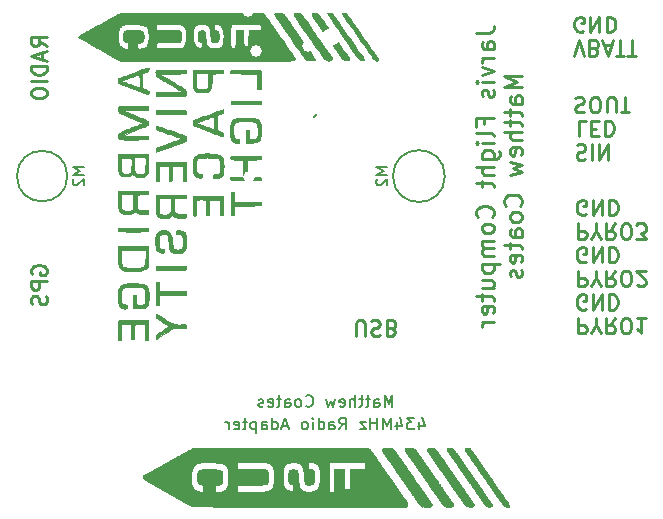
<source format=gbo>
G04 #@! TF.FileFunction,Legend,Bot*
%FSLAX46Y46*%
G04 Gerber Fmt 4.6, Leading zero omitted, Abs format (unit mm)*
G04 Created by KiCad (PCBNEW 4.0.2-4+6225~38~ubuntu14.04.1-stable) date Sun 08 May 2016 17:47:19 BST*
%MOMM*%
G01*
G04 APERTURE LIST*
%ADD10C,0.100000*%
%ADD11C,0.280000*%
%ADD12C,0.150000*%
%ADD13C,0.180000*%
%ADD14C,0.250000*%
%ADD15C,0.200000*%
%ADD16C,0.010000*%
%ADD17R,5.080000X2.413000*%
%ADD18C,1.524000*%
%ADD19C,1.200000*%
%ADD20C,1.600000*%
%ADD21C,2.200000*%
%ADD22O,1.000000X1.250000*%
%ADD23O,1.000000X1.900000*%
%ADD24C,1.000000*%
%ADD25O,3.800000X1.600000*%
%ADD26C,1.250000*%
%ADD27R,4.700000X1.350000*%
G04 APERTURE END LIST*
D10*
D11*
X144738571Y-53392857D02*
X145810000Y-53392857D01*
X146024286Y-53321429D01*
X146167143Y-53178572D01*
X146238571Y-52964286D01*
X146238571Y-52821429D01*
X146238571Y-54750000D02*
X145452857Y-54750000D01*
X145310000Y-54678571D01*
X145238571Y-54535714D01*
X145238571Y-54250000D01*
X145310000Y-54107143D01*
X146167143Y-54750000D02*
X146238571Y-54607143D01*
X146238571Y-54250000D01*
X146167143Y-54107143D01*
X146024286Y-54035714D01*
X145881429Y-54035714D01*
X145738571Y-54107143D01*
X145667143Y-54250000D01*
X145667143Y-54607143D01*
X145595714Y-54750000D01*
X146238571Y-55464286D02*
X145238571Y-55464286D01*
X145524286Y-55464286D02*
X145381429Y-55535714D01*
X145310000Y-55607143D01*
X145238571Y-55750000D01*
X145238571Y-55892857D01*
X145238571Y-56250000D02*
X146238571Y-56607143D01*
X145238571Y-56964285D01*
X146238571Y-57535714D02*
X145238571Y-57535714D01*
X144738571Y-57535714D02*
X144810000Y-57464285D01*
X144881429Y-57535714D01*
X144810000Y-57607142D01*
X144738571Y-57535714D01*
X144881429Y-57535714D01*
X146167143Y-58178571D02*
X146238571Y-58321428D01*
X146238571Y-58607143D01*
X146167143Y-58750000D01*
X146024286Y-58821428D01*
X145952857Y-58821428D01*
X145810000Y-58750000D01*
X145738571Y-58607143D01*
X145738571Y-58392857D01*
X145667143Y-58250000D01*
X145524286Y-58178571D01*
X145452857Y-58178571D01*
X145310000Y-58250000D01*
X145238571Y-58392857D01*
X145238571Y-58607143D01*
X145310000Y-58750000D01*
X145452857Y-61107143D02*
X145452857Y-60607143D01*
X146238571Y-60607143D02*
X144738571Y-60607143D01*
X144738571Y-61321429D01*
X146238571Y-62107143D02*
X146167143Y-61964285D01*
X146024286Y-61892857D01*
X144738571Y-61892857D01*
X146238571Y-62678571D02*
X145238571Y-62678571D01*
X144738571Y-62678571D02*
X144810000Y-62607142D01*
X144881429Y-62678571D01*
X144810000Y-62749999D01*
X144738571Y-62678571D01*
X144881429Y-62678571D01*
X145238571Y-64035714D02*
X146452857Y-64035714D01*
X146595714Y-63964285D01*
X146667143Y-63892857D01*
X146738571Y-63750000D01*
X146738571Y-63535714D01*
X146667143Y-63392857D01*
X146167143Y-64035714D02*
X146238571Y-63892857D01*
X146238571Y-63607143D01*
X146167143Y-63464285D01*
X146095714Y-63392857D01*
X145952857Y-63321428D01*
X145524286Y-63321428D01*
X145381429Y-63392857D01*
X145310000Y-63464285D01*
X145238571Y-63607143D01*
X145238571Y-63892857D01*
X145310000Y-64035714D01*
X146238571Y-64750000D02*
X144738571Y-64750000D01*
X146238571Y-65392857D02*
X145452857Y-65392857D01*
X145310000Y-65321428D01*
X145238571Y-65178571D01*
X145238571Y-64964286D01*
X145310000Y-64821428D01*
X145381429Y-64750000D01*
X145238571Y-65892857D02*
X145238571Y-66464286D01*
X144738571Y-66107143D02*
X146024286Y-66107143D01*
X146167143Y-66178571D01*
X146238571Y-66321429D01*
X146238571Y-66464286D01*
X146095714Y-68964286D02*
X146167143Y-68892857D01*
X146238571Y-68678571D01*
X146238571Y-68535714D01*
X146167143Y-68321429D01*
X146024286Y-68178571D01*
X145881429Y-68107143D01*
X145595714Y-68035714D01*
X145381429Y-68035714D01*
X145095714Y-68107143D01*
X144952857Y-68178571D01*
X144810000Y-68321429D01*
X144738571Y-68535714D01*
X144738571Y-68678571D01*
X144810000Y-68892857D01*
X144881429Y-68964286D01*
X146238571Y-69821429D02*
X146167143Y-69678571D01*
X146095714Y-69607143D01*
X145952857Y-69535714D01*
X145524286Y-69535714D01*
X145381429Y-69607143D01*
X145310000Y-69678571D01*
X145238571Y-69821429D01*
X145238571Y-70035714D01*
X145310000Y-70178571D01*
X145381429Y-70250000D01*
X145524286Y-70321429D01*
X145952857Y-70321429D01*
X146095714Y-70250000D01*
X146167143Y-70178571D01*
X146238571Y-70035714D01*
X146238571Y-69821429D01*
X146238571Y-70964286D02*
X145238571Y-70964286D01*
X145381429Y-70964286D02*
X145310000Y-71035714D01*
X145238571Y-71178572D01*
X145238571Y-71392857D01*
X145310000Y-71535714D01*
X145452857Y-71607143D01*
X146238571Y-71607143D01*
X145452857Y-71607143D02*
X145310000Y-71678572D01*
X145238571Y-71821429D01*
X145238571Y-72035714D01*
X145310000Y-72178572D01*
X145452857Y-72250000D01*
X146238571Y-72250000D01*
X145238571Y-72964286D02*
X146738571Y-72964286D01*
X145310000Y-72964286D02*
X145238571Y-73107143D01*
X145238571Y-73392857D01*
X145310000Y-73535714D01*
X145381429Y-73607143D01*
X145524286Y-73678572D01*
X145952857Y-73678572D01*
X146095714Y-73607143D01*
X146167143Y-73535714D01*
X146238571Y-73392857D01*
X146238571Y-73107143D01*
X146167143Y-72964286D01*
X145238571Y-74964286D02*
X146238571Y-74964286D01*
X145238571Y-74321429D02*
X146024286Y-74321429D01*
X146167143Y-74392857D01*
X146238571Y-74535715D01*
X146238571Y-74750000D01*
X146167143Y-74892857D01*
X146095714Y-74964286D01*
X145238571Y-75464286D02*
X145238571Y-76035715D01*
X144738571Y-75678572D02*
X146024286Y-75678572D01*
X146167143Y-75750000D01*
X146238571Y-75892858D01*
X146238571Y-76035715D01*
X146167143Y-77107143D02*
X146238571Y-76964286D01*
X146238571Y-76678572D01*
X146167143Y-76535715D01*
X146024286Y-76464286D01*
X145452857Y-76464286D01*
X145310000Y-76535715D01*
X145238571Y-76678572D01*
X145238571Y-76964286D01*
X145310000Y-77107143D01*
X145452857Y-77178572D01*
X145595714Y-77178572D01*
X145738571Y-76464286D01*
X146238571Y-77821429D02*
X145238571Y-77821429D01*
X145524286Y-77821429D02*
X145381429Y-77892857D01*
X145310000Y-77964286D01*
X145238571Y-78107143D01*
X145238571Y-78250000D01*
X148618571Y-57000000D02*
X147118571Y-57000000D01*
X148190000Y-57500000D01*
X147118571Y-58000000D01*
X148618571Y-58000000D01*
X148618571Y-59357143D02*
X147832857Y-59357143D01*
X147690000Y-59285714D01*
X147618571Y-59142857D01*
X147618571Y-58857143D01*
X147690000Y-58714286D01*
X148547143Y-59357143D02*
X148618571Y-59214286D01*
X148618571Y-58857143D01*
X148547143Y-58714286D01*
X148404286Y-58642857D01*
X148261429Y-58642857D01*
X148118571Y-58714286D01*
X148047143Y-58857143D01*
X148047143Y-59214286D01*
X147975714Y-59357143D01*
X147618571Y-59857143D02*
X147618571Y-60428572D01*
X147118571Y-60071429D02*
X148404286Y-60071429D01*
X148547143Y-60142857D01*
X148618571Y-60285715D01*
X148618571Y-60428572D01*
X147618571Y-60714286D02*
X147618571Y-61285715D01*
X147118571Y-60928572D02*
X148404286Y-60928572D01*
X148547143Y-61000000D01*
X148618571Y-61142858D01*
X148618571Y-61285715D01*
X148618571Y-61785715D02*
X147118571Y-61785715D01*
X148618571Y-62428572D02*
X147832857Y-62428572D01*
X147690000Y-62357143D01*
X147618571Y-62214286D01*
X147618571Y-62000001D01*
X147690000Y-61857143D01*
X147761429Y-61785715D01*
X148547143Y-63714286D02*
X148618571Y-63571429D01*
X148618571Y-63285715D01*
X148547143Y-63142858D01*
X148404286Y-63071429D01*
X147832857Y-63071429D01*
X147690000Y-63142858D01*
X147618571Y-63285715D01*
X147618571Y-63571429D01*
X147690000Y-63714286D01*
X147832857Y-63785715D01*
X147975714Y-63785715D01*
X148118571Y-63071429D01*
X147618571Y-64285715D02*
X148618571Y-64571429D01*
X147904286Y-64857143D01*
X148618571Y-65142858D01*
X147618571Y-65428572D01*
X148475714Y-68000001D02*
X148547143Y-67928572D01*
X148618571Y-67714286D01*
X148618571Y-67571429D01*
X148547143Y-67357144D01*
X148404286Y-67214286D01*
X148261429Y-67142858D01*
X147975714Y-67071429D01*
X147761429Y-67071429D01*
X147475714Y-67142858D01*
X147332857Y-67214286D01*
X147190000Y-67357144D01*
X147118571Y-67571429D01*
X147118571Y-67714286D01*
X147190000Y-67928572D01*
X147261429Y-68000001D01*
X148618571Y-68857144D02*
X148547143Y-68714286D01*
X148475714Y-68642858D01*
X148332857Y-68571429D01*
X147904286Y-68571429D01*
X147761429Y-68642858D01*
X147690000Y-68714286D01*
X147618571Y-68857144D01*
X147618571Y-69071429D01*
X147690000Y-69214286D01*
X147761429Y-69285715D01*
X147904286Y-69357144D01*
X148332857Y-69357144D01*
X148475714Y-69285715D01*
X148547143Y-69214286D01*
X148618571Y-69071429D01*
X148618571Y-68857144D01*
X148618571Y-70642858D02*
X147832857Y-70642858D01*
X147690000Y-70571429D01*
X147618571Y-70428572D01*
X147618571Y-70142858D01*
X147690000Y-70000001D01*
X148547143Y-70642858D02*
X148618571Y-70500001D01*
X148618571Y-70142858D01*
X148547143Y-70000001D01*
X148404286Y-69928572D01*
X148261429Y-69928572D01*
X148118571Y-70000001D01*
X148047143Y-70142858D01*
X148047143Y-70500001D01*
X147975714Y-70642858D01*
X147618571Y-71142858D02*
X147618571Y-71714287D01*
X147118571Y-71357144D02*
X148404286Y-71357144D01*
X148547143Y-71428572D01*
X148618571Y-71571430D01*
X148618571Y-71714287D01*
X148547143Y-72785715D02*
X148618571Y-72642858D01*
X148618571Y-72357144D01*
X148547143Y-72214287D01*
X148404286Y-72142858D01*
X147832857Y-72142858D01*
X147690000Y-72214287D01*
X147618571Y-72357144D01*
X147618571Y-72642858D01*
X147690000Y-72785715D01*
X147832857Y-72857144D01*
X147975714Y-72857144D01*
X148118571Y-72142858D01*
X148547143Y-73428572D02*
X148618571Y-73571429D01*
X148618571Y-73857144D01*
X148547143Y-74000001D01*
X148404286Y-74071429D01*
X148332857Y-74071429D01*
X148190000Y-74000001D01*
X148118571Y-73857144D01*
X148118571Y-73642858D01*
X148047143Y-73500001D01*
X147904286Y-73428572D01*
X147832857Y-73428572D01*
X147690000Y-73500001D01*
X147618571Y-73642858D01*
X147618571Y-73857144D01*
X147690000Y-74000001D01*
D12*
X137207143Y-64771429D02*
X136307143Y-64771429D01*
X136950000Y-65071429D01*
X136307143Y-65371429D01*
X137207143Y-65371429D01*
X136392857Y-65757143D02*
X136350000Y-65800000D01*
X136307143Y-65885714D01*
X136307143Y-66100000D01*
X136350000Y-66185714D01*
X136392857Y-66228571D01*
X136478571Y-66271428D01*
X136564286Y-66271428D01*
X136692857Y-66228571D01*
X137207143Y-65714285D01*
X137207143Y-66271428D01*
X111507143Y-64771430D02*
X110607143Y-64771430D01*
X111250000Y-65071430D01*
X110607143Y-65371430D01*
X111507143Y-65371430D01*
X110692857Y-65757144D02*
X110650000Y-65800001D01*
X110607143Y-65885715D01*
X110607143Y-66100001D01*
X110650000Y-66185715D01*
X110692857Y-66228572D01*
X110778571Y-66271429D01*
X110864286Y-66271429D01*
X110992857Y-66228572D01*
X111507143Y-65714286D01*
X111507143Y-66271429D01*
D13*
X142095450Y-65500000D02*
G75*
G03X142095450Y-65500000I-2195450J0D01*
G01*
X110137755Y-65500000D02*
G75*
G03X110137755Y-65500000I-2137756J0D01*
G01*
D14*
X134559524Y-79011905D02*
X134559524Y-77959524D01*
X134621429Y-77835714D01*
X134683333Y-77773810D01*
X134807143Y-77711905D01*
X135054762Y-77711905D01*
X135178571Y-77773810D01*
X135240476Y-77835714D01*
X135302381Y-77959524D01*
X135302381Y-79011905D01*
X135859524Y-77773810D02*
X136045238Y-77711905D01*
X136354762Y-77711905D01*
X136478572Y-77773810D01*
X136540476Y-77835714D01*
X136602381Y-77959524D01*
X136602381Y-78083333D01*
X136540476Y-78207143D01*
X136478572Y-78269048D01*
X136354762Y-78330952D01*
X136107143Y-78392857D01*
X135983334Y-78454762D01*
X135921429Y-78516667D01*
X135859524Y-78640476D01*
X135859524Y-78764286D01*
X135921429Y-78888095D01*
X135983334Y-78950000D01*
X136107143Y-79011905D01*
X136416667Y-79011905D01*
X136602381Y-78950000D01*
X137592857Y-78392857D02*
X137778571Y-78330952D01*
X137840476Y-78269048D01*
X137902381Y-78145238D01*
X137902381Y-77959524D01*
X137840476Y-77835714D01*
X137778571Y-77773810D01*
X137654762Y-77711905D01*
X137159524Y-77711905D01*
X137159524Y-79011905D01*
X137592857Y-79011905D01*
X137716667Y-78950000D01*
X137778571Y-78888095D01*
X137840476Y-78764286D01*
X137840476Y-78640476D01*
X137778571Y-78516667D01*
X137716667Y-78454762D01*
X137592857Y-78392857D01*
X137159524Y-78392857D01*
X108388095Y-54504762D02*
X107769048Y-54071429D01*
X108388095Y-53761905D02*
X107088095Y-53761905D01*
X107088095Y-54257143D01*
X107150000Y-54380952D01*
X107211905Y-54442857D01*
X107335714Y-54504762D01*
X107521429Y-54504762D01*
X107645238Y-54442857D01*
X107707143Y-54380952D01*
X107769048Y-54257143D01*
X107769048Y-53761905D01*
X108016667Y-55000000D02*
X108016667Y-55619048D01*
X108388095Y-54876191D02*
X107088095Y-55309524D01*
X108388095Y-55742857D01*
X108388095Y-56176191D02*
X107088095Y-56176191D01*
X107088095Y-56485715D01*
X107150000Y-56671429D01*
X107273810Y-56795238D01*
X107397619Y-56857143D01*
X107645238Y-56919048D01*
X107830952Y-56919048D01*
X108078571Y-56857143D01*
X108202381Y-56795238D01*
X108326190Y-56671429D01*
X108388095Y-56485715D01*
X108388095Y-56176191D01*
X108388095Y-57476191D02*
X107088095Y-57476191D01*
X107088095Y-58342858D02*
X107088095Y-58590477D01*
X107150000Y-58714286D01*
X107273810Y-58838096D01*
X107521429Y-58900001D01*
X107954762Y-58900001D01*
X108202381Y-58838096D01*
X108326190Y-58714286D01*
X108388095Y-58590477D01*
X108388095Y-58342858D01*
X108326190Y-58219048D01*
X108202381Y-58095239D01*
X107954762Y-58033334D01*
X107521429Y-58033334D01*
X107273810Y-58095239D01*
X107150000Y-58219048D01*
X107088095Y-58342858D01*
X107150001Y-73771429D02*
X107088096Y-73647620D01*
X107088096Y-73461905D01*
X107150001Y-73276191D01*
X107273811Y-73152382D01*
X107397620Y-73090477D01*
X107645239Y-73028572D01*
X107830953Y-73028572D01*
X108078572Y-73090477D01*
X108202382Y-73152382D01*
X108326191Y-73276191D01*
X108388096Y-73461905D01*
X108388096Y-73585715D01*
X108326191Y-73771429D01*
X108264287Y-73833334D01*
X107830953Y-73833334D01*
X107830953Y-73585715D01*
X108388096Y-74390477D02*
X107088096Y-74390477D01*
X107088096Y-74885715D01*
X107150001Y-75009524D01*
X107211906Y-75071429D01*
X107335715Y-75133334D01*
X107521430Y-75133334D01*
X107645239Y-75071429D01*
X107707144Y-75009524D01*
X107769049Y-74885715D01*
X107769049Y-74390477D01*
X108326191Y-75628572D02*
X108388096Y-75814286D01*
X108388096Y-76123810D01*
X108326191Y-76247620D01*
X108264287Y-76309524D01*
X108140477Y-76371429D01*
X108016668Y-76371429D01*
X107892858Y-76309524D01*
X107830953Y-76247620D01*
X107769049Y-76123810D01*
X107707144Y-75876191D01*
X107645239Y-75752382D01*
X107583334Y-75690477D01*
X107459525Y-75628572D01*
X107335715Y-75628572D01*
X107211906Y-75690477D01*
X107150001Y-75752382D01*
X107088096Y-75876191D01*
X107088096Y-76185715D01*
X107150001Y-76371429D01*
X153809524Y-53250000D02*
X153685715Y-53311905D01*
X153500000Y-53311905D01*
X153314286Y-53250000D01*
X153190477Y-53126190D01*
X153128572Y-53002381D01*
X153066667Y-52754762D01*
X153066667Y-52569048D01*
X153128572Y-52321429D01*
X153190477Y-52197619D01*
X153314286Y-52073810D01*
X153500000Y-52011905D01*
X153623810Y-52011905D01*
X153809524Y-52073810D01*
X153871429Y-52135714D01*
X153871429Y-52569048D01*
X153623810Y-52569048D01*
X154428572Y-52011905D02*
X154428572Y-53311905D01*
X155171429Y-52011905D01*
X155171429Y-53311905D01*
X155790477Y-52011905D02*
X155790477Y-53311905D01*
X156100001Y-53311905D01*
X156285715Y-53250000D01*
X156409524Y-53126190D01*
X156471429Y-53002381D01*
X156533334Y-52754762D01*
X156533334Y-52569048D01*
X156471429Y-52321429D01*
X156409524Y-52197619D01*
X156285715Y-52073810D01*
X156100001Y-52011905D01*
X155790477Y-52011905D01*
X153023810Y-55311905D02*
X153457143Y-54011905D01*
X153890476Y-55311905D01*
X154757143Y-54692857D02*
X154942857Y-54630952D01*
X155004762Y-54569048D01*
X155066667Y-54445238D01*
X155066667Y-54259524D01*
X155004762Y-54135714D01*
X154942857Y-54073810D01*
X154819048Y-54011905D01*
X154323810Y-54011905D01*
X154323810Y-55311905D01*
X154757143Y-55311905D01*
X154880953Y-55250000D01*
X154942857Y-55188095D01*
X155004762Y-55064286D01*
X155004762Y-54940476D01*
X154942857Y-54816667D01*
X154880953Y-54754762D01*
X154757143Y-54692857D01*
X154323810Y-54692857D01*
X155561905Y-54383333D02*
X156180953Y-54383333D01*
X155438096Y-54011905D02*
X155871429Y-55311905D01*
X156304762Y-54011905D01*
X156552382Y-55311905D02*
X157295239Y-55311905D01*
X156923810Y-54011905D02*
X156923810Y-55311905D01*
X157542858Y-55311905D02*
X158285715Y-55311905D01*
X157914286Y-54011905D02*
X157914286Y-55311905D01*
X153147619Y-58873810D02*
X153333333Y-58811905D01*
X153642857Y-58811905D01*
X153766667Y-58873810D01*
X153828571Y-58935714D01*
X153890476Y-59059524D01*
X153890476Y-59183333D01*
X153828571Y-59307143D01*
X153766667Y-59369048D01*
X153642857Y-59430952D01*
X153395238Y-59492857D01*
X153271429Y-59554762D01*
X153209524Y-59616667D01*
X153147619Y-59740476D01*
X153147619Y-59864286D01*
X153209524Y-59988095D01*
X153271429Y-60050000D01*
X153395238Y-60111905D01*
X153704762Y-60111905D01*
X153890476Y-60050000D01*
X154695238Y-60111905D02*
X154942857Y-60111905D01*
X155066666Y-60050000D01*
X155190476Y-59926190D01*
X155252381Y-59678571D01*
X155252381Y-59245238D01*
X155190476Y-58997619D01*
X155066666Y-58873810D01*
X154942857Y-58811905D01*
X154695238Y-58811905D01*
X154571428Y-58873810D01*
X154447619Y-58997619D01*
X154385714Y-59245238D01*
X154385714Y-59678571D01*
X154447619Y-59926190D01*
X154571428Y-60050000D01*
X154695238Y-60111905D01*
X155809524Y-60111905D02*
X155809524Y-59059524D01*
X155871429Y-58935714D01*
X155933333Y-58873810D01*
X156057143Y-58811905D01*
X156304762Y-58811905D01*
X156428571Y-58873810D01*
X156490476Y-58935714D01*
X156552381Y-59059524D01*
X156552381Y-60111905D01*
X156985715Y-60111905D02*
X157728572Y-60111905D01*
X157357143Y-58811905D02*
X157357143Y-60111905D01*
X154064286Y-60811905D02*
X153445239Y-60811905D01*
X153445239Y-62111905D01*
X154497620Y-61492857D02*
X154930953Y-61492857D01*
X155116667Y-60811905D02*
X154497620Y-60811905D01*
X154497620Y-62111905D01*
X155116667Y-62111905D01*
X155673810Y-60811905D02*
X155673810Y-62111905D01*
X155983334Y-62111905D01*
X156169048Y-62050000D01*
X156292857Y-61926190D01*
X156354762Y-61802381D01*
X156416667Y-61554762D01*
X156416667Y-61369048D01*
X156354762Y-61121429D01*
X156292857Y-60997619D01*
X156169048Y-60873810D01*
X155983334Y-60811905D01*
X155673810Y-60811905D01*
X153247619Y-62873810D02*
X153433333Y-62811905D01*
X153742857Y-62811905D01*
X153866667Y-62873810D01*
X153928571Y-62935714D01*
X153990476Y-63059524D01*
X153990476Y-63183333D01*
X153928571Y-63307143D01*
X153866667Y-63369048D01*
X153742857Y-63430952D01*
X153495238Y-63492857D01*
X153371429Y-63554762D01*
X153309524Y-63616667D01*
X153247619Y-63740476D01*
X153247619Y-63864286D01*
X153309524Y-63988095D01*
X153371429Y-64050000D01*
X153495238Y-64111905D01*
X153804762Y-64111905D01*
X153990476Y-64050000D01*
X154547619Y-62811905D02*
X154547619Y-64111905D01*
X155166667Y-62811905D02*
X155166667Y-64111905D01*
X155909524Y-62811905D01*
X155909524Y-64111905D01*
X154009524Y-68750000D02*
X153885715Y-68811905D01*
X153700000Y-68811905D01*
X153514286Y-68750000D01*
X153390477Y-68626190D01*
X153328572Y-68502381D01*
X153266667Y-68254762D01*
X153266667Y-68069048D01*
X153328572Y-67821429D01*
X153390477Y-67697619D01*
X153514286Y-67573810D01*
X153700000Y-67511905D01*
X153823810Y-67511905D01*
X154009524Y-67573810D01*
X154071429Y-67635714D01*
X154071429Y-68069048D01*
X153823810Y-68069048D01*
X154628572Y-67511905D02*
X154628572Y-68811905D01*
X155371429Y-67511905D01*
X155371429Y-68811905D01*
X155990477Y-67511905D02*
X155990477Y-68811905D01*
X156300001Y-68811905D01*
X156485715Y-68750000D01*
X156609524Y-68626190D01*
X156671429Y-68502381D01*
X156733334Y-68254762D01*
X156733334Y-68069048D01*
X156671429Y-67821429D01*
X156609524Y-67697619D01*
X156485715Y-67573810D01*
X156300001Y-67511905D01*
X155990477Y-67511905D01*
X154009524Y-72750000D02*
X153885715Y-72811905D01*
X153700000Y-72811905D01*
X153514286Y-72750000D01*
X153390477Y-72626190D01*
X153328572Y-72502381D01*
X153266667Y-72254762D01*
X153266667Y-72069048D01*
X153328572Y-71821429D01*
X153390477Y-71697619D01*
X153514286Y-71573810D01*
X153700000Y-71511905D01*
X153823810Y-71511905D01*
X154009524Y-71573810D01*
X154071429Y-71635714D01*
X154071429Y-72069048D01*
X153823810Y-72069048D01*
X154628572Y-71511905D02*
X154628572Y-72811905D01*
X155371429Y-71511905D01*
X155371429Y-72811905D01*
X155990477Y-71511905D02*
X155990477Y-72811905D01*
X156300001Y-72811905D01*
X156485715Y-72750000D01*
X156609524Y-72626190D01*
X156671429Y-72502381D01*
X156733334Y-72254762D01*
X156733334Y-72069048D01*
X156671429Y-71821429D01*
X156609524Y-71697619D01*
X156485715Y-71573810D01*
X156300001Y-71511905D01*
X155990477Y-71511905D01*
X154009524Y-76750000D02*
X153885715Y-76811905D01*
X153700000Y-76811905D01*
X153514286Y-76750000D01*
X153390477Y-76626190D01*
X153328572Y-76502381D01*
X153266667Y-76254762D01*
X153266667Y-76069048D01*
X153328572Y-75821429D01*
X153390477Y-75697619D01*
X153514286Y-75573810D01*
X153700000Y-75511905D01*
X153823810Y-75511905D01*
X154009524Y-75573810D01*
X154071429Y-75635714D01*
X154071429Y-76069048D01*
X153823810Y-76069048D01*
X154628572Y-75511905D02*
X154628572Y-76811905D01*
X155371429Y-75511905D01*
X155371429Y-76811905D01*
X155990477Y-75511905D02*
X155990477Y-76811905D01*
X156300001Y-76811905D01*
X156485715Y-76750000D01*
X156609524Y-76626190D01*
X156671429Y-76502381D01*
X156733334Y-76254762D01*
X156733334Y-76069048D01*
X156671429Y-75821429D01*
X156609524Y-75697619D01*
X156485715Y-75573810D01*
X156300001Y-75511905D01*
X155990477Y-75511905D01*
X153352381Y-69511905D02*
X153352381Y-70811905D01*
X153847619Y-70811905D01*
X153971428Y-70750000D01*
X154033333Y-70688095D01*
X154095238Y-70564286D01*
X154095238Y-70378571D01*
X154033333Y-70254762D01*
X153971428Y-70192857D01*
X153847619Y-70130952D01*
X153352381Y-70130952D01*
X154900000Y-70130952D02*
X154900000Y-69511905D01*
X154466667Y-70811905D02*
X154900000Y-70130952D01*
X155333333Y-70811905D01*
X156509524Y-69511905D02*
X156076191Y-70130952D01*
X155766667Y-69511905D02*
X155766667Y-70811905D01*
X156261905Y-70811905D01*
X156385714Y-70750000D01*
X156447619Y-70688095D01*
X156509524Y-70564286D01*
X156509524Y-70378571D01*
X156447619Y-70254762D01*
X156385714Y-70192857D01*
X156261905Y-70130952D01*
X155766667Y-70130952D01*
X157314286Y-70811905D02*
X157561905Y-70811905D01*
X157685714Y-70750000D01*
X157809524Y-70626190D01*
X157871429Y-70378571D01*
X157871429Y-69945238D01*
X157809524Y-69697619D01*
X157685714Y-69573810D01*
X157561905Y-69511905D01*
X157314286Y-69511905D01*
X157190476Y-69573810D01*
X157066667Y-69697619D01*
X157004762Y-69945238D01*
X157004762Y-70378571D01*
X157066667Y-70626190D01*
X157190476Y-70750000D01*
X157314286Y-70811905D01*
X158304762Y-70811905D02*
X159109524Y-70811905D01*
X158676191Y-70316667D01*
X158861905Y-70316667D01*
X158985715Y-70254762D01*
X159047619Y-70192857D01*
X159109524Y-70069048D01*
X159109524Y-69759524D01*
X159047619Y-69635714D01*
X158985715Y-69573810D01*
X158861905Y-69511905D01*
X158490477Y-69511905D01*
X158366667Y-69573810D01*
X158304762Y-69635714D01*
X153352381Y-73511905D02*
X153352381Y-74811905D01*
X153847619Y-74811905D01*
X153971428Y-74750000D01*
X154033333Y-74688095D01*
X154095238Y-74564286D01*
X154095238Y-74378571D01*
X154033333Y-74254762D01*
X153971428Y-74192857D01*
X153847619Y-74130952D01*
X153352381Y-74130952D01*
X154900000Y-74130952D02*
X154900000Y-73511905D01*
X154466667Y-74811905D02*
X154900000Y-74130952D01*
X155333333Y-74811905D01*
X156509524Y-73511905D02*
X156076191Y-74130952D01*
X155766667Y-73511905D02*
X155766667Y-74811905D01*
X156261905Y-74811905D01*
X156385714Y-74750000D01*
X156447619Y-74688095D01*
X156509524Y-74564286D01*
X156509524Y-74378571D01*
X156447619Y-74254762D01*
X156385714Y-74192857D01*
X156261905Y-74130952D01*
X155766667Y-74130952D01*
X157314286Y-74811905D02*
X157561905Y-74811905D01*
X157685714Y-74750000D01*
X157809524Y-74626190D01*
X157871429Y-74378571D01*
X157871429Y-73945238D01*
X157809524Y-73697619D01*
X157685714Y-73573810D01*
X157561905Y-73511905D01*
X157314286Y-73511905D01*
X157190476Y-73573810D01*
X157066667Y-73697619D01*
X157004762Y-73945238D01*
X157004762Y-74378571D01*
X157066667Y-74626190D01*
X157190476Y-74750000D01*
X157314286Y-74811905D01*
X158366667Y-74688095D02*
X158428572Y-74750000D01*
X158552381Y-74811905D01*
X158861905Y-74811905D01*
X158985715Y-74750000D01*
X159047619Y-74688095D01*
X159109524Y-74564286D01*
X159109524Y-74440476D01*
X159047619Y-74254762D01*
X158304762Y-73511905D01*
X159109524Y-73511905D01*
X153352381Y-77511905D02*
X153352381Y-78811905D01*
X153847619Y-78811905D01*
X153971428Y-78750000D01*
X154033333Y-78688095D01*
X154095238Y-78564286D01*
X154095238Y-78378571D01*
X154033333Y-78254762D01*
X153971428Y-78192857D01*
X153847619Y-78130952D01*
X153352381Y-78130952D01*
X154900000Y-78130952D02*
X154900000Y-77511905D01*
X154466667Y-78811905D02*
X154900000Y-78130952D01*
X155333333Y-78811905D01*
X156509524Y-77511905D02*
X156076191Y-78130952D01*
X155766667Y-77511905D02*
X155766667Y-78811905D01*
X156261905Y-78811905D01*
X156385714Y-78750000D01*
X156447619Y-78688095D01*
X156509524Y-78564286D01*
X156509524Y-78378571D01*
X156447619Y-78254762D01*
X156385714Y-78192857D01*
X156261905Y-78130952D01*
X155766667Y-78130952D01*
X157314286Y-78811905D02*
X157561905Y-78811905D01*
X157685714Y-78750000D01*
X157809524Y-78626190D01*
X157871429Y-78378571D01*
X157871429Y-77945238D01*
X157809524Y-77697619D01*
X157685714Y-77573810D01*
X157561905Y-77511905D01*
X157314286Y-77511905D01*
X157190476Y-77573810D01*
X157066667Y-77697619D01*
X157004762Y-77945238D01*
X157004762Y-78378571D01*
X157066667Y-78626190D01*
X157190476Y-78750000D01*
X157314286Y-78811905D01*
X159109524Y-77511905D02*
X158366667Y-77511905D01*
X158738096Y-77511905D02*
X158738096Y-78811905D01*
X158614286Y-78626190D01*
X158490477Y-78502381D01*
X158366667Y-78440476D01*
D13*
X131280000Y-60280000D02*
X131039584Y-60520416D01*
D15*
X139928572Y-86285714D02*
X139928572Y-86952381D01*
X140166668Y-85904762D02*
X140404763Y-86619048D01*
X139785715Y-86619048D01*
X139500001Y-85952381D02*
X138880953Y-85952381D01*
X139214287Y-86333333D01*
X139071429Y-86333333D01*
X138976191Y-86380952D01*
X138928572Y-86428571D01*
X138880953Y-86523810D01*
X138880953Y-86761905D01*
X138928572Y-86857143D01*
X138976191Y-86904762D01*
X139071429Y-86952381D01*
X139357144Y-86952381D01*
X139452382Y-86904762D01*
X139500001Y-86857143D01*
X138023810Y-86285714D02*
X138023810Y-86952381D01*
X138261906Y-85904762D02*
X138500001Y-86619048D01*
X137880953Y-86619048D01*
X137500001Y-86952381D02*
X137500001Y-85952381D01*
X137166667Y-86666667D01*
X136833334Y-85952381D01*
X136833334Y-86952381D01*
X136357144Y-86952381D02*
X136357144Y-85952381D01*
X136357144Y-86428571D02*
X135785715Y-86428571D01*
X135785715Y-86952381D02*
X135785715Y-85952381D01*
X135404763Y-86285714D02*
X134880953Y-86285714D01*
X135404763Y-86952381D01*
X134880953Y-86952381D01*
X133166667Y-86952381D02*
X133500001Y-86476190D01*
X133738096Y-86952381D02*
X133738096Y-85952381D01*
X133357143Y-85952381D01*
X133261905Y-86000000D01*
X133214286Y-86047619D01*
X133166667Y-86142857D01*
X133166667Y-86285714D01*
X133214286Y-86380952D01*
X133261905Y-86428571D01*
X133357143Y-86476190D01*
X133738096Y-86476190D01*
X132309524Y-86952381D02*
X132309524Y-86428571D01*
X132357143Y-86333333D01*
X132452381Y-86285714D01*
X132642858Y-86285714D01*
X132738096Y-86333333D01*
X132309524Y-86904762D02*
X132404762Y-86952381D01*
X132642858Y-86952381D01*
X132738096Y-86904762D01*
X132785715Y-86809524D01*
X132785715Y-86714286D01*
X132738096Y-86619048D01*
X132642858Y-86571429D01*
X132404762Y-86571429D01*
X132309524Y-86523810D01*
X131404762Y-86952381D02*
X131404762Y-85952381D01*
X131404762Y-86904762D02*
X131500000Y-86952381D01*
X131690477Y-86952381D01*
X131785715Y-86904762D01*
X131833334Y-86857143D01*
X131880953Y-86761905D01*
X131880953Y-86476190D01*
X131833334Y-86380952D01*
X131785715Y-86333333D01*
X131690477Y-86285714D01*
X131500000Y-86285714D01*
X131404762Y-86333333D01*
X130928572Y-86952381D02*
X130928572Y-86285714D01*
X130928572Y-85952381D02*
X130976191Y-86000000D01*
X130928572Y-86047619D01*
X130880953Y-86000000D01*
X130928572Y-85952381D01*
X130928572Y-86047619D01*
X130309525Y-86952381D02*
X130404763Y-86904762D01*
X130452382Y-86857143D01*
X130500001Y-86761905D01*
X130500001Y-86476190D01*
X130452382Y-86380952D01*
X130404763Y-86333333D01*
X130309525Y-86285714D01*
X130166667Y-86285714D01*
X130071429Y-86333333D01*
X130023810Y-86380952D01*
X129976191Y-86476190D01*
X129976191Y-86761905D01*
X130023810Y-86857143D01*
X130071429Y-86904762D01*
X130166667Y-86952381D01*
X130309525Y-86952381D01*
X128833334Y-86666667D02*
X128357143Y-86666667D01*
X128928572Y-86952381D02*
X128595239Y-85952381D01*
X128261905Y-86952381D01*
X127500000Y-86952381D02*
X127500000Y-85952381D01*
X127500000Y-86904762D02*
X127595238Y-86952381D01*
X127785715Y-86952381D01*
X127880953Y-86904762D01*
X127928572Y-86857143D01*
X127976191Y-86761905D01*
X127976191Y-86476190D01*
X127928572Y-86380952D01*
X127880953Y-86333333D01*
X127785715Y-86285714D01*
X127595238Y-86285714D01*
X127500000Y-86333333D01*
X126595238Y-86952381D02*
X126595238Y-86428571D01*
X126642857Y-86333333D01*
X126738095Y-86285714D01*
X126928572Y-86285714D01*
X127023810Y-86333333D01*
X126595238Y-86904762D02*
X126690476Y-86952381D01*
X126928572Y-86952381D01*
X127023810Y-86904762D01*
X127071429Y-86809524D01*
X127071429Y-86714286D01*
X127023810Y-86619048D01*
X126928572Y-86571429D01*
X126690476Y-86571429D01*
X126595238Y-86523810D01*
X126119048Y-86285714D02*
X126119048Y-87285714D01*
X126119048Y-86333333D02*
X126023810Y-86285714D01*
X125833333Y-86285714D01*
X125738095Y-86333333D01*
X125690476Y-86380952D01*
X125642857Y-86476190D01*
X125642857Y-86761905D01*
X125690476Y-86857143D01*
X125738095Y-86904762D01*
X125833333Y-86952381D01*
X126023810Y-86952381D01*
X126119048Y-86904762D01*
X125357143Y-86285714D02*
X124976191Y-86285714D01*
X125214286Y-85952381D02*
X125214286Y-86809524D01*
X125166667Y-86904762D01*
X125071429Y-86952381D01*
X124976191Y-86952381D01*
X124261904Y-86904762D02*
X124357142Y-86952381D01*
X124547619Y-86952381D01*
X124642857Y-86904762D01*
X124690476Y-86809524D01*
X124690476Y-86428571D01*
X124642857Y-86333333D01*
X124547619Y-86285714D01*
X124357142Y-86285714D01*
X124261904Y-86333333D01*
X124214285Y-86428571D01*
X124214285Y-86523810D01*
X124690476Y-86619048D01*
X123785714Y-86952381D02*
X123785714Y-86285714D01*
X123785714Y-86476190D02*
X123738095Y-86380952D01*
X123690476Y-86333333D01*
X123595238Y-86285714D01*
X123499999Y-86285714D01*
X137666668Y-85052381D02*
X137666668Y-84052381D01*
X137333334Y-84766667D01*
X137000001Y-84052381D01*
X137000001Y-85052381D01*
X136095239Y-85052381D02*
X136095239Y-84528571D01*
X136142858Y-84433333D01*
X136238096Y-84385714D01*
X136428573Y-84385714D01*
X136523811Y-84433333D01*
X136095239Y-85004762D02*
X136190477Y-85052381D01*
X136428573Y-85052381D01*
X136523811Y-85004762D01*
X136571430Y-84909524D01*
X136571430Y-84814286D01*
X136523811Y-84719048D01*
X136428573Y-84671429D01*
X136190477Y-84671429D01*
X136095239Y-84623810D01*
X135761906Y-84385714D02*
X135380954Y-84385714D01*
X135619049Y-84052381D02*
X135619049Y-84909524D01*
X135571430Y-85004762D01*
X135476192Y-85052381D01*
X135380954Y-85052381D01*
X135190477Y-84385714D02*
X134809525Y-84385714D01*
X135047620Y-84052381D02*
X135047620Y-84909524D01*
X135000001Y-85004762D01*
X134904763Y-85052381D01*
X134809525Y-85052381D01*
X134476191Y-85052381D02*
X134476191Y-84052381D01*
X134047619Y-85052381D02*
X134047619Y-84528571D01*
X134095238Y-84433333D01*
X134190476Y-84385714D01*
X134333334Y-84385714D01*
X134428572Y-84433333D01*
X134476191Y-84480952D01*
X133190476Y-85004762D02*
X133285714Y-85052381D01*
X133476191Y-85052381D01*
X133571429Y-85004762D01*
X133619048Y-84909524D01*
X133619048Y-84528571D01*
X133571429Y-84433333D01*
X133476191Y-84385714D01*
X133285714Y-84385714D01*
X133190476Y-84433333D01*
X133142857Y-84528571D01*
X133142857Y-84623810D01*
X133619048Y-84719048D01*
X132809524Y-84385714D02*
X132619048Y-85052381D01*
X132428571Y-84576190D01*
X132238095Y-85052381D01*
X132047619Y-84385714D01*
X130333333Y-84957143D02*
X130380952Y-85004762D01*
X130523809Y-85052381D01*
X130619047Y-85052381D01*
X130761905Y-85004762D01*
X130857143Y-84909524D01*
X130904762Y-84814286D01*
X130952381Y-84623810D01*
X130952381Y-84480952D01*
X130904762Y-84290476D01*
X130857143Y-84195238D01*
X130761905Y-84100000D01*
X130619047Y-84052381D01*
X130523809Y-84052381D01*
X130380952Y-84100000D01*
X130333333Y-84147619D01*
X129761905Y-85052381D02*
X129857143Y-85004762D01*
X129904762Y-84957143D01*
X129952381Y-84861905D01*
X129952381Y-84576190D01*
X129904762Y-84480952D01*
X129857143Y-84433333D01*
X129761905Y-84385714D01*
X129619047Y-84385714D01*
X129523809Y-84433333D01*
X129476190Y-84480952D01*
X129428571Y-84576190D01*
X129428571Y-84861905D01*
X129476190Y-84957143D01*
X129523809Y-85004762D01*
X129619047Y-85052381D01*
X129761905Y-85052381D01*
X128571428Y-85052381D02*
X128571428Y-84528571D01*
X128619047Y-84433333D01*
X128714285Y-84385714D01*
X128904762Y-84385714D01*
X129000000Y-84433333D01*
X128571428Y-85004762D02*
X128666666Y-85052381D01*
X128904762Y-85052381D01*
X129000000Y-85004762D01*
X129047619Y-84909524D01*
X129047619Y-84814286D01*
X129000000Y-84719048D01*
X128904762Y-84671429D01*
X128666666Y-84671429D01*
X128571428Y-84623810D01*
X128238095Y-84385714D02*
X127857143Y-84385714D01*
X128095238Y-84052381D02*
X128095238Y-84909524D01*
X128047619Y-85004762D01*
X127952381Y-85052381D01*
X127857143Y-85052381D01*
X127142856Y-85004762D02*
X127238094Y-85052381D01*
X127428571Y-85052381D01*
X127523809Y-85004762D01*
X127571428Y-84909524D01*
X127571428Y-84528571D01*
X127523809Y-84433333D01*
X127428571Y-84385714D01*
X127238094Y-84385714D01*
X127142856Y-84433333D01*
X127095237Y-84528571D01*
X127095237Y-84623810D01*
X127571428Y-84719048D01*
X126714285Y-85004762D02*
X126619047Y-85052381D01*
X126428571Y-85052381D01*
X126333332Y-85004762D01*
X126285713Y-84909524D01*
X126285713Y-84861905D01*
X126333332Y-84766667D01*
X126428571Y-84719048D01*
X126571428Y-84719048D01*
X126666666Y-84671429D01*
X126714285Y-84576190D01*
X126714285Y-84528571D01*
X126666666Y-84433333D01*
X126571428Y-84385714D01*
X126428571Y-84385714D01*
X126333332Y-84433333D01*
D16*
G36*
X133428855Y-51772006D02*
X133453859Y-51829076D01*
X133495226Y-51904851D01*
X133554420Y-52002090D01*
X133632906Y-52123553D01*
X133732146Y-52272000D01*
X133853605Y-52450190D01*
X133998747Y-52660883D01*
X134169035Y-52906838D01*
X134291077Y-53082855D01*
X134565924Y-53478964D01*
X134814386Y-53836494D01*
X135037408Y-54156786D01*
X135235940Y-54441179D01*
X135410927Y-54691016D01*
X135563317Y-54907637D01*
X135694058Y-55092382D01*
X135804096Y-55246592D01*
X135894379Y-55371608D01*
X135965854Y-55468772D01*
X136019468Y-55539423D01*
X136056169Y-55584902D01*
X136068288Y-55598428D01*
X136171482Y-55682451D01*
X136277135Y-55719560D01*
X136364930Y-55716624D01*
X136422057Y-55700984D01*
X136445208Y-55673048D01*
X136448775Y-55623142D01*
X136429912Y-55547111D01*
X136372926Y-55458766D01*
X136354770Y-55436762D01*
X136316410Y-55387912D01*
X136255448Y-55305553D01*
X136176516Y-55196160D01*
X136084248Y-55066212D01*
X135983276Y-54922184D01*
X135878234Y-54770555D01*
X135878233Y-54770554D01*
X135569051Y-54321824D01*
X135286444Y-53912321D01*
X135029837Y-53541228D01*
X134798656Y-53207727D01*
X134592327Y-52910998D01*
X134410276Y-52650223D01*
X134251930Y-52424585D01*
X134116713Y-52233265D01*
X134004052Y-52075444D01*
X133913374Y-51950305D01*
X133844103Y-51857028D01*
X133795667Y-51794796D01*
X133770298Y-51765545D01*
X133710047Y-51707265D01*
X133664338Y-51676719D01*
X133614858Y-51666122D01*
X133543298Y-51667691D01*
X133540489Y-51667852D01*
X133498053Y-51670644D01*
X133463197Y-51675584D01*
X133437385Y-51685430D01*
X133422082Y-51702943D01*
X133418751Y-51730882D01*
X133428855Y-51772006D01*
X133428855Y-51772006D01*
G37*
X133428855Y-51772006D02*
X133453859Y-51829076D01*
X133495226Y-51904851D01*
X133554420Y-52002090D01*
X133632906Y-52123553D01*
X133732146Y-52272000D01*
X133853605Y-52450190D01*
X133998747Y-52660883D01*
X134169035Y-52906838D01*
X134291077Y-53082855D01*
X134565924Y-53478964D01*
X134814386Y-53836494D01*
X135037408Y-54156786D01*
X135235940Y-54441179D01*
X135410927Y-54691016D01*
X135563317Y-54907637D01*
X135694058Y-55092382D01*
X135804096Y-55246592D01*
X135894379Y-55371608D01*
X135965854Y-55468772D01*
X136019468Y-55539423D01*
X136056169Y-55584902D01*
X136068288Y-55598428D01*
X136171482Y-55682451D01*
X136277135Y-55719560D01*
X136364930Y-55716624D01*
X136422057Y-55700984D01*
X136445208Y-55673048D01*
X136448775Y-55623142D01*
X136429912Y-55547111D01*
X136372926Y-55458766D01*
X136354770Y-55436762D01*
X136316410Y-55387912D01*
X136255448Y-55305553D01*
X136176516Y-55196160D01*
X136084248Y-55066212D01*
X135983276Y-54922184D01*
X135878234Y-54770555D01*
X135878233Y-54770554D01*
X135569051Y-54321824D01*
X135286444Y-53912321D01*
X135029837Y-53541228D01*
X134798656Y-53207727D01*
X134592327Y-52910998D01*
X134410276Y-52650223D01*
X134251930Y-52424585D01*
X134116713Y-52233265D01*
X134004052Y-52075444D01*
X133913374Y-51950305D01*
X133844103Y-51857028D01*
X133795667Y-51794796D01*
X133770298Y-51765545D01*
X133710047Y-51707265D01*
X133664338Y-51676719D01*
X133614858Y-51666122D01*
X133543298Y-51667691D01*
X133540489Y-51667852D01*
X133498053Y-51670644D01*
X133463197Y-51675584D01*
X133437385Y-51685430D01*
X133422082Y-51702943D01*
X133418751Y-51730882D01*
X133428855Y-51772006D01*
G36*
X132148595Y-51729571D02*
X132163705Y-51758894D01*
X132205036Y-51825578D01*
X132271042Y-51927365D01*
X132360179Y-52061996D01*
X132470900Y-52227211D01*
X132601662Y-52420753D01*
X132750917Y-52640362D01*
X132917122Y-52883780D01*
X133098732Y-53148746D01*
X133294200Y-53433004D01*
X133501982Y-53734293D01*
X133720532Y-54050355D01*
X133948306Y-54378931D01*
X134183757Y-54717762D01*
X134425342Y-55064589D01*
X134653381Y-55391212D01*
X134749114Y-55519567D01*
X134832291Y-55609371D01*
X134910297Y-55666152D01*
X134990522Y-55695438D01*
X135069882Y-55702857D01*
X135164209Y-55693356D01*
X135219050Y-55662468D01*
X135239901Y-55606618D01*
X135240476Y-55591863D01*
X135227133Y-55559752D01*
X135189261Y-55493098D01*
X135130094Y-55396976D01*
X135052869Y-55276465D01*
X134960819Y-55136641D01*
X134857180Y-54982582D01*
X134785008Y-54877034D01*
X134603755Y-54614130D01*
X134418039Y-54345675D01*
X134230056Y-54074787D01*
X134042002Y-53804583D01*
X133856075Y-53538181D01*
X133674470Y-53278697D01*
X133499386Y-53029250D01*
X133333019Y-52792956D01*
X133177565Y-52572932D01*
X133035221Y-52372297D01*
X132908185Y-52194166D01*
X132798652Y-52041658D01*
X132708820Y-51917889D01*
X132640886Y-51825978D01*
X132597045Y-51769040D01*
X132583999Y-51753762D01*
X132537174Y-51707221D01*
X132497527Y-51680148D01*
X132449598Y-51667273D01*
X132377924Y-51663324D01*
X132317869Y-51663048D01*
X132138604Y-51663048D01*
X132148595Y-51729571D01*
X132148595Y-51729571D01*
G37*
X132148595Y-51729571D02*
X132163705Y-51758894D01*
X132205036Y-51825578D01*
X132271042Y-51927365D01*
X132360179Y-52061996D01*
X132470900Y-52227211D01*
X132601662Y-52420753D01*
X132750917Y-52640362D01*
X132917122Y-52883780D01*
X133098732Y-53148746D01*
X133294200Y-53433004D01*
X133501982Y-53734293D01*
X133720532Y-54050355D01*
X133948306Y-54378931D01*
X134183757Y-54717762D01*
X134425342Y-55064589D01*
X134653381Y-55391212D01*
X134749114Y-55519567D01*
X134832291Y-55609371D01*
X134910297Y-55666152D01*
X134990522Y-55695438D01*
X135069882Y-55702857D01*
X135164209Y-55693356D01*
X135219050Y-55662468D01*
X135239901Y-55606618D01*
X135240476Y-55591863D01*
X135227133Y-55559752D01*
X135189261Y-55493098D01*
X135130094Y-55396976D01*
X135052869Y-55276465D01*
X134960819Y-55136641D01*
X134857180Y-54982582D01*
X134785008Y-54877034D01*
X134603755Y-54614130D01*
X134418039Y-54345675D01*
X134230056Y-54074787D01*
X134042002Y-53804583D01*
X133856075Y-53538181D01*
X133674470Y-53278697D01*
X133499386Y-53029250D01*
X133333019Y-52792956D01*
X133177565Y-52572932D01*
X133035221Y-52372297D01*
X132908185Y-52194166D01*
X132798652Y-52041658D01*
X132708820Y-51917889D01*
X132640886Y-51825978D01*
X132597045Y-51769040D01*
X132583999Y-51753762D01*
X132537174Y-51707221D01*
X132497527Y-51680148D01*
X132449598Y-51667273D01*
X132377924Y-51663324D01*
X132317869Y-51663048D01*
X132138604Y-51663048D01*
X132148595Y-51729571D01*
G36*
X130812160Y-51820237D02*
X130817479Y-51838466D01*
X130828814Y-51863664D01*
X130847806Y-51898344D01*
X130876100Y-51945018D01*
X130915340Y-52006201D01*
X130967168Y-52084404D01*
X131033229Y-52182141D01*
X131115167Y-52301924D01*
X131214624Y-52446267D01*
X131333244Y-52617682D01*
X131472672Y-52818683D01*
X131634550Y-53051781D01*
X131820522Y-53319491D01*
X132032233Y-53624325D01*
X132047745Y-53646667D01*
X132216017Y-53889031D01*
X132379708Y-54124805D01*
X132536178Y-54350187D01*
X132682788Y-54561374D01*
X132816897Y-54754563D01*
X132935866Y-54925951D01*
X133037055Y-55071736D01*
X133117824Y-55188114D01*
X133175534Y-55271284D01*
X133201262Y-55308377D01*
X133304362Y-55450092D01*
X133394160Y-55554098D01*
X133479170Y-55625872D01*
X133567904Y-55670889D01*
X133668877Y-55694624D01*
X133790603Y-55702552D01*
X133814448Y-55702722D01*
X133915702Y-55695558D01*
X133978658Y-55671572D01*
X134003945Y-55627385D01*
X133992191Y-55559618D01*
X133944023Y-55464892D01*
X133877415Y-55364190D01*
X133842411Y-55314231D01*
X133782364Y-55228207D01*
X133699828Y-55109791D01*
X133597359Y-54962656D01*
X133477514Y-54790474D01*
X133342847Y-54596918D01*
X133195915Y-54385659D01*
X133039272Y-54160369D01*
X132875475Y-53924722D01*
X132749490Y-53743428D01*
X132580251Y-53499867D01*
X132414944Y-53261971D01*
X132256293Y-53033658D01*
X132107023Y-52818851D01*
X131969857Y-52621469D01*
X131847522Y-52445432D01*
X131742739Y-52294661D01*
X131658235Y-52173076D01*
X131596733Y-52084596D01*
X131569131Y-52044896D01*
X131493670Y-51940628D01*
X131419633Y-51845741D01*
X131355295Y-51770392D01*
X131308928Y-51724735D01*
X131307196Y-51723388D01*
X131262155Y-51692401D01*
X131218311Y-51674469D01*
X131161347Y-51666781D01*
X131076947Y-51666528D01*
X131025610Y-51668112D01*
X130825714Y-51675143D01*
X130818153Y-51766755D01*
X130815851Y-51782236D01*
X130812989Y-51794635D01*
X130811211Y-51806465D01*
X130812160Y-51820237D01*
X130812160Y-51820237D01*
G37*
X130812160Y-51820237D02*
X130817479Y-51838466D01*
X130828814Y-51863664D01*
X130847806Y-51898344D01*
X130876100Y-51945018D01*
X130915340Y-52006201D01*
X130967168Y-52084404D01*
X131033229Y-52182141D01*
X131115167Y-52301924D01*
X131214624Y-52446267D01*
X131333244Y-52617682D01*
X131472672Y-52818683D01*
X131634550Y-53051781D01*
X131820522Y-53319491D01*
X132032233Y-53624325D01*
X132047745Y-53646667D01*
X132216017Y-53889031D01*
X132379708Y-54124805D01*
X132536178Y-54350187D01*
X132682788Y-54561374D01*
X132816897Y-54754563D01*
X132935866Y-54925951D01*
X133037055Y-55071736D01*
X133117824Y-55188114D01*
X133175534Y-55271284D01*
X133201262Y-55308377D01*
X133304362Y-55450092D01*
X133394160Y-55554098D01*
X133479170Y-55625872D01*
X133567904Y-55670889D01*
X133668877Y-55694624D01*
X133790603Y-55702552D01*
X133814448Y-55702722D01*
X133915702Y-55695558D01*
X133978658Y-55671572D01*
X134003945Y-55627385D01*
X133992191Y-55559618D01*
X133944023Y-55464892D01*
X133877415Y-55364190D01*
X133842411Y-55314231D01*
X133782364Y-55228207D01*
X133699828Y-55109791D01*
X133597359Y-54962656D01*
X133477514Y-54790474D01*
X133342847Y-54596918D01*
X133195915Y-54385659D01*
X133039272Y-54160369D01*
X132875475Y-53924722D01*
X132749490Y-53743428D01*
X132580251Y-53499867D01*
X132414944Y-53261971D01*
X132256293Y-53033658D01*
X132107023Y-52818851D01*
X131969857Y-52621469D01*
X131847522Y-52445432D01*
X131742739Y-52294661D01*
X131658235Y-52173076D01*
X131596733Y-52084596D01*
X131569131Y-52044896D01*
X131493670Y-51940628D01*
X131419633Y-51845741D01*
X131355295Y-51770392D01*
X131308928Y-51724735D01*
X131307196Y-51723388D01*
X131262155Y-51692401D01*
X131218311Y-51674469D01*
X131161347Y-51666781D01*
X131076947Y-51666528D01*
X131025610Y-51668112D01*
X130825714Y-51675143D01*
X130818153Y-51766755D01*
X130815851Y-51782236D01*
X130812989Y-51794635D01*
X130811211Y-51806465D01*
X130812160Y-51820237D01*
G36*
X129302606Y-51804101D02*
X129306409Y-51826076D01*
X129314817Y-51852506D01*
X129329523Y-51885966D01*
X129352221Y-51929038D01*
X129384605Y-51984298D01*
X129428366Y-52054325D01*
X129485199Y-52141697D01*
X129556798Y-52248994D01*
X129644855Y-52378793D01*
X129751063Y-52533673D01*
X129877117Y-52716212D01*
X130024709Y-52928989D01*
X130195532Y-53174582D01*
X130391281Y-53455570D01*
X130532928Y-53658762D01*
X130716430Y-53921901D01*
X130892961Y-54174939D01*
X131060431Y-54414888D01*
X131216753Y-54638760D01*
X131359837Y-54843568D01*
X131487595Y-55026323D01*
X131597939Y-55184038D01*
X131688780Y-55313725D01*
X131758029Y-55412397D01*
X131803598Y-55477065D01*
X131822682Y-55503783D01*
X131882393Y-55573624D01*
X131948698Y-55623400D01*
X132035724Y-55661304D01*
X132149923Y-55693650D01*
X132291426Y-55717247D01*
X132407183Y-55713513D01*
X132492609Y-55683819D01*
X132543118Y-55629540D01*
X132555333Y-55572340D01*
X132541775Y-55538329D01*
X132503120Y-55469720D01*
X132442398Y-55371280D01*
X132362638Y-55247777D01*
X132266871Y-55103979D01*
X132158124Y-54944653D01*
X132137533Y-54914877D01*
X132034326Y-54766037D01*
X131908680Y-54585017D01*
X131765818Y-54379330D01*
X131610963Y-54156492D01*
X131449336Y-53924016D01*
X131286161Y-53689416D01*
X131126659Y-53460205D01*
X131029117Y-53320095D01*
X130887027Y-53115994D01*
X130748121Y-52916385D01*
X130615896Y-52726298D01*
X130493851Y-52550767D01*
X130385483Y-52394825D01*
X130294291Y-52263504D01*
X130223773Y-52161836D01*
X130177567Y-52095057D01*
X130100898Y-51989759D01*
X130020190Y-51888505D01*
X129946462Y-51804663D01*
X129902813Y-51761639D01*
X129788993Y-51661451D01*
X129545354Y-51668296D01*
X129301714Y-51675143D01*
X129301714Y-51784000D01*
X129302606Y-51804101D01*
X129302606Y-51804101D01*
G37*
X129302606Y-51804101D02*
X129306409Y-51826076D01*
X129314817Y-51852506D01*
X129329523Y-51885966D01*
X129352221Y-51929038D01*
X129384605Y-51984298D01*
X129428366Y-52054325D01*
X129485199Y-52141697D01*
X129556798Y-52248994D01*
X129644855Y-52378793D01*
X129751063Y-52533673D01*
X129877117Y-52716212D01*
X130024709Y-52928989D01*
X130195532Y-53174582D01*
X130391281Y-53455570D01*
X130532928Y-53658762D01*
X130716430Y-53921901D01*
X130892961Y-54174939D01*
X131060431Y-54414888D01*
X131216753Y-54638760D01*
X131359837Y-54843568D01*
X131487595Y-55026323D01*
X131597939Y-55184038D01*
X131688780Y-55313725D01*
X131758029Y-55412397D01*
X131803598Y-55477065D01*
X131822682Y-55503783D01*
X131882393Y-55573624D01*
X131948698Y-55623400D01*
X132035724Y-55661304D01*
X132149923Y-55693650D01*
X132291426Y-55717247D01*
X132407183Y-55713513D01*
X132492609Y-55683819D01*
X132543118Y-55629540D01*
X132555333Y-55572340D01*
X132541775Y-55538329D01*
X132503120Y-55469720D01*
X132442398Y-55371280D01*
X132362638Y-55247777D01*
X132266871Y-55103979D01*
X132158124Y-54944653D01*
X132137533Y-54914877D01*
X132034326Y-54766037D01*
X131908680Y-54585017D01*
X131765818Y-54379330D01*
X131610963Y-54156492D01*
X131449336Y-53924016D01*
X131286161Y-53689416D01*
X131126659Y-53460205D01*
X131029117Y-53320095D01*
X130887027Y-53115994D01*
X130748121Y-52916385D01*
X130615896Y-52726298D01*
X130493851Y-52550767D01*
X130385483Y-52394825D01*
X130294291Y-52263504D01*
X130223773Y-52161836D01*
X130177567Y-52095057D01*
X130100898Y-51989759D01*
X130020190Y-51888505D01*
X129946462Y-51804663D01*
X129902813Y-51761639D01*
X129788993Y-51661451D01*
X129545354Y-51668296D01*
X129301714Y-51675143D01*
X129301714Y-51784000D01*
X129302606Y-51804101D01*
G36*
X127675171Y-51794112D02*
X127679079Y-51814420D01*
X127695950Y-51849271D01*
X127739489Y-51921443D01*
X127808296Y-52028853D01*
X127900970Y-52169416D01*
X128016111Y-52341047D01*
X128152318Y-52541663D01*
X128308191Y-52769178D01*
X128482329Y-53021509D01*
X128673331Y-53296571D01*
X128719711Y-53363134D01*
X128961664Y-53710141D01*
X129177544Y-54019649D01*
X129368942Y-54293851D01*
X129537447Y-54534940D01*
X129684649Y-54745110D01*
X129812139Y-54926553D01*
X129921506Y-55081463D01*
X130014340Y-55212034D01*
X130092232Y-55320458D01*
X130156770Y-55408928D01*
X130209546Y-55479638D01*
X130252149Y-55534782D01*
X130286169Y-55576552D01*
X130313196Y-55607141D01*
X130334821Y-55628744D01*
X130352632Y-55643552D01*
X130368221Y-55653760D01*
X130383176Y-55661561D01*
X130387410Y-55663585D01*
X130447634Y-55680084D01*
X130542227Y-55692780D01*
X130657287Y-55701152D01*
X130778915Y-55704674D01*
X130893209Y-55702824D01*
X130986267Y-55695078D01*
X131025286Y-55687610D01*
X131063751Y-55668056D01*
X131079316Y-55633018D01*
X131070505Y-55578199D01*
X131035843Y-55499301D01*
X130973852Y-55392029D01*
X130883058Y-55252083D01*
X130868048Y-55229761D01*
X130819800Y-55158913D01*
X130746558Y-55052266D01*
X130651010Y-54913701D01*
X130535846Y-54747098D01*
X130403754Y-54556337D01*
X130257423Y-54345300D01*
X130099542Y-54117865D01*
X129932799Y-53877912D01*
X129759883Y-53629324D01*
X129583484Y-53375978D01*
X129579905Y-53370840D01*
X129363892Y-53061282D01*
X129173642Y-52789797D01*
X129007737Y-52554433D01*
X128864758Y-52353239D01*
X128743287Y-52184265D01*
X128641905Y-52045561D01*
X128559193Y-51935174D01*
X128493733Y-51851155D01*
X128444106Y-51791552D01*
X128408894Y-51754414D01*
X128397140Y-51744334D01*
X128290852Y-51663048D01*
X127991191Y-51663048D01*
X127856853Y-51663967D01*
X127764158Y-51668904D01*
X127706375Y-51681121D01*
X127676770Y-51703885D01*
X127668613Y-51740461D01*
X127675171Y-51794112D01*
X127675171Y-51794112D01*
G37*
X127675171Y-51794112D02*
X127679079Y-51814420D01*
X127695950Y-51849271D01*
X127739489Y-51921443D01*
X127808296Y-52028853D01*
X127900970Y-52169416D01*
X128016111Y-52341047D01*
X128152318Y-52541663D01*
X128308191Y-52769178D01*
X128482329Y-53021509D01*
X128673331Y-53296571D01*
X128719711Y-53363134D01*
X128961664Y-53710141D01*
X129177544Y-54019649D01*
X129368942Y-54293851D01*
X129537447Y-54534940D01*
X129684649Y-54745110D01*
X129812139Y-54926553D01*
X129921506Y-55081463D01*
X130014340Y-55212034D01*
X130092232Y-55320458D01*
X130156770Y-55408928D01*
X130209546Y-55479638D01*
X130252149Y-55534782D01*
X130286169Y-55576552D01*
X130313196Y-55607141D01*
X130334821Y-55628744D01*
X130352632Y-55643552D01*
X130368221Y-55653760D01*
X130383176Y-55661561D01*
X130387410Y-55663585D01*
X130447634Y-55680084D01*
X130542227Y-55692780D01*
X130657287Y-55701152D01*
X130778915Y-55704674D01*
X130893209Y-55702824D01*
X130986267Y-55695078D01*
X131025286Y-55687610D01*
X131063751Y-55668056D01*
X131079316Y-55633018D01*
X131070505Y-55578199D01*
X131035843Y-55499301D01*
X130973852Y-55392029D01*
X130883058Y-55252083D01*
X130868048Y-55229761D01*
X130819800Y-55158913D01*
X130746558Y-55052266D01*
X130651010Y-54913701D01*
X130535846Y-54747098D01*
X130403754Y-54556337D01*
X130257423Y-54345300D01*
X130099542Y-54117865D01*
X129932799Y-53877912D01*
X129759883Y-53629324D01*
X129583484Y-53375978D01*
X129579905Y-53370840D01*
X129363892Y-53061282D01*
X129173642Y-52789797D01*
X129007737Y-52554433D01*
X128864758Y-52353239D01*
X128743287Y-52184265D01*
X128641905Y-52045561D01*
X128559193Y-51935174D01*
X128493733Y-51851155D01*
X128444106Y-51791552D01*
X128408894Y-51754414D01*
X128397140Y-51744334D01*
X128290852Y-51663048D01*
X127991191Y-51663048D01*
X127856853Y-51663967D01*
X127764158Y-51668904D01*
X127706375Y-51681121D01*
X127676770Y-51703885D01*
X127668613Y-51740461D01*
X127675171Y-51794112D01*
G36*
X111095180Y-53724911D02*
X111153901Y-53773978D01*
X111246025Y-53839114D01*
X111366795Y-53917187D01*
X111511455Y-54005064D01*
X111675247Y-54099612D01*
X111763619Y-54148842D01*
X111836246Y-54189294D01*
X111945772Y-54250937D01*
X112087126Y-54330891D01*
X112255241Y-54426274D01*
X112445047Y-54534207D01*
X112651476Y-54651808D01*
X112869457Y-54776198D01*
X113093922Y-54904494D01*
X113176443Y-54951714D01*
X113396943Y-55077362D01*
X113608942Y-55197087D01*
X113807974Y-55308439D01*
X113989575Y-55408969D01*
X114149279Y-55496229D01*
X114282622Y-55567769D01*
X114385138Y-55621142D01*
X114452362Y-55653896D01*
X114470633Y-55661523D01*
X114618095Y-55714952D01*
X121965720Y-55721233D01*
X122672030Y-55721834D01*
X123331572Y-55722384D01*
X123945960Y-55722874D01*
X124516807Y-55723294D01*
X125045727Y-55723635D01*
X125534333Y-55723888D01*
X125984237Y-55724043D01*
X126397055Y-55724092D01*
X126774398Y-55724024D01*
X127117881Y-55723832D01*
X127429117Y-55723505D01*
X127709719Y-55723034D01*
X127961300Y-55722411D01*
X128185474Y-55721625D01*
X128383854Y-55720668D01*
X128558053Y-55719530D01*
X128709686Y-55718203D01*
X128840365Y-55716677D01*
X128951703Y-55714942D01*
X129045314Y-55712990D01*
X129122812Y-55710811D01*
X129185810Y-55708396D01*
X129235920Y-55705735D01*
X129274757Y-55702821D01*
X129303934Y-55699642D01*
X129325064Y-55696191D01*
X129339761Y-55692458D01*
X129349637Y-55688433D01*
X129356307Y-55684107D01*
X129361384Y-55679472D01*
X129361958Y-55678899D01*
X129398686Y-55618767D01*
X129410193Y-55563762D01*
X129401235Y-55538365D01*
X129373863Y-55487814D01*
X129327107Y-55410653D01*
X129259994Y-55305426D01*
X129171553Y-55170677D01*
X129060812Y-55004951D01*
X128926800Y-54806791D01*
X128768544Y-54574742D01*
X128585073Y-54307347D01*
X128375416Y-54003151D01*
X128179129Y-53719238D01*
X127994405Y-53452969D01*
X127815093Y-53195671D01*
X127643420Y-52950472D01*
X127481612Y-52720501D01*
X127331896Y-52508885D01*
X127196498Y-52318754D01*
X127077647Y-52153235D01*
X126977568Y-52015457D01*
X126898488Y-51908549D01*
X126842634Y-51835638D01*
X126814521Y-51802143D01*
X126680597Y-51663048D01*
X125213738Y-51663048D01*
X125213738Y-52630667D01*
X125494289Y-52630718D01*
X125730392Y-52631090D01*
X125925982Y-52632111D01*
X126084992Y-52634112D01*
X126211355Y-52637420D01*
X126309007Y-52642364D01*
X126381879Y-52649273D01*
X126433907Y-52658476D01*
X126469024Y-52670302D01*
X126491162Y-52685079D01*
X126504258Y-52703135D01*
X126512243Y-52724801D01*
X126516179Y-52739524D01*
X126522105Y-52797393D01*
X126520112Y-52879174D01*
X126511908Y-52968065D01*
X126499200Y-53047269D01*
X126483696Y-53099987D01*
X126478704Y-53108189D01*
X126455106Y-53119618D01*
X126402792Y-53128088D01*
X126317097Y-53133887D01*
X126193358Y-53137304D01*
X126026913Y-53138628D01*
X125986085Y-53138667D01*
X125811090Y-53139559D01*
X125679818Y-53142429D01*
X125587641Y-53147564D01*
X125529928Y-53155251D01*
X125502051Y-53165777D01*
X125499190Y-53168905D01*
X125493520Y-53200363D01*
X125487575Y-53273507D01*
X125481670Y-53381644D01*
X125476122Y-53518081D01*
X125471246Y-53676126D01*
X125467524Y-53840190D01*
X125455429Y-54481238D01*
X125276344Y-54488420D01*
X125175610Y-54488711D01*
X125103047Y-54481316D01*
X125070725Y-54469112D01*
X125061168Y-54435165D01*
X125052540Y-54354155D01*
X125044915Y-54227392D01*
X125038369Y-54056188D01*
X125032977Y-53841852D01*
X125032095Y-53796692D01*
X125020000Y-53150762D01*
X124719527Y-53143936D01*
X124583087Y-53142287D01*
X124488777Y-53144895D01*
X124430496Y-53152220D01*
X124402144Y-53164725D01*
X124399374Y-53168127D01*
X124394373Y-53199408D01*
X124389815Y-53272761D01*
X124385869Y-53381881D01*
X124382706Y-53520460D01*
X124380495Y-53682190D01*
X124379405Y-53860764D01*
X124379323Y-53913971D01*
X124378604Y-54137993D01*
X124376614Y-54317083D01*
X124373217Y-54454679D01*
X124368277Y-54554216D01*
X124361658Y-54619130D01*
X124353224Y-54652859D01*
X124349924Y-54657828D01*
X124309692Y-54673641D01*
X124232888Y-54683842D01*
X124146893Y-54686857D01*
X124050754Y-54684441D01*
X123993128Y-54675882D01*
X123964327Y-54659217D01*
X123958207Y-54648593D01*
X123954980Y-54616645D01*
X123951998Y-54541731D01*
X123949341Y-54429267D01*
X123947089Y-54284668D01*
X123945321Y-54113349D01*
X123944116Y-53920725D01*
X123943555Y-53712213D01*
X123943524Y-53649526D01*
X123943928Y-53389760D01*
X123945204Y-53175181D01*
X123947444Y-53002605D01*
X123950743Y-52868843D01*
X123955192Y-52770710D01*
X123960887Y-52705019D01*
X123967921Y-52668583D01*
X123972552Y-52659695D01*
X123992152Y-52652697D01*
X124037760Y-52646804D01*
X124112303Y-52641945D01*
X124218711Y-52638054D01*
X124359912Y-52635061D01*
X124538835Y-52632898D01*
X124758408Y-52631496D01*
X125021560Y-52630788D01*
X125213738Y-52630667D01*
X125213738Y-51663048D01*
X122733580Y-51663048D01*
X122733580Y-52610967D01*
X122863437Y-52629520D01*
X122990763Y-52671385D01*
X123078361Y-52719279D01*
X123187064Y-52823571D01*
X123270442Y-52966945D01*
X123325847Y-53142674D01*
X123342171Y-53252149D01*
X123353074Y-53396406D01*
X123358529Y-53562151D01*
X123358510Y-53736086D01*
X123352988Y-53904917D01*
X123341936Y-54055346D01*
X123327933Y-54160175D01*
X123287048Y-54329811D01*
X123230428Y-54459063D01*
X123154428Y-54554390D01*
X123072363Y-54613299D01*
X123021813Y-54638680D01*
X122970670Y-54656347D01*
X122908008Y-54668091D01*
X122822901Y-54675705D01*
X122704423Y-54680983D01*
X122649333Y-54682721D01*
X122466334Y-54684476D01*
X122315319Y-54675073D01*
X122192684Y-54650318D01*
X122094826Y-54606018D01*
X122018140Y-54537979D01*
X121959020Y-54442008D01*
X121913864Y-54313910D01*
X121879066Y-54149492D01*
X121851023Y-53944560D01*
X121829168Y-53728462D01*
X121815451Y-53591860D01*
X121800755Y-53467669D01*
X121786442Y-53365988D01*
X121773874Y-53296920D01*
X121768237Y-53276592D01*
X121719564Y-53211329D01*
X121638796Y-53165876D01*
X121539055Y-53142845D01*
X121433464Y-53144845D01*
X121335148Y-53174485D01*
X121313756Y-53186207D01*
X121242150Y-53258135D01*
X121193578Y-53372451D01*
X121168089Y-53528971D01*
X121165735Y-53727509D01*
X121165899Y-53731316D01*
X121175502Y-53866080D01*
X121193971Y-53961566D01*
X121226448Y-54026734D01*
X121278073Y-54070544D01*
X121353990Y-54101956D01*
X121383580Y-54110666D01*
X121512381Y-54146436D01*
X121519332Y-54353539D01*
X121520126Y-54477641D01*
X121508949Y-54560815D01*
X121480253Y-54610082D01*
X121428490Y-54632468D01*
X121348112Y-54634994D01*
X121299846Y-54631407D01*
X121140083Y-54596950D01*
X121009077Y-54524740D01*
X120906240Y-54414097D01*
X120830981Y-54264340D01*
X120782710Y-54074787D01*
X120775420Y-54025916D01*
X120755452Y-53813925D01*
X120750177Y-53600952D01*
X120758811Y-53396316D01*
X120780574Y-53209334D01*
X120814681Y-53049326D01*
X120860352Y-52925610D01*
X120869210Y-52908857D01*
X120951601Y-52798813D01*
X121061032Y-52718634D01*
X121202355Y-52665986D01*
X121380425Y-52638536D01*
X121438750Y-52634993D01*
X121650161Y-52636259D01*
X121822137Y-52661172D01*
X121958102Y-52710927D01*
X122061477Y-52786721D01*
X122128222Y-52875934D01*
X122158109Y-52952675D01*
X122186839Y-53071482D01*
X122213392Y-53226039D01*
X122236751Y-53410031D01*
X122255896Y-53617142D01*
X122262283Y-53707143D01*
X122275823Y-53870620D01*
X122295027Y-53991848D01*
X122324120Y-54076940D01*
X122367327Y-54132005D01*
X122428874Y-54163157D01*
X122512985Y-54176505D01*
X122588192Y-54178527D01*
X122707449Y-54175240D01*
X122788850Y-54163698D01*
X122842676Y-54140493D01*
X122879209Y-54102215D01*
X122893766Y-54077206D01*
X122919291Y-54000544D01*
X122936896Y-53892309D01*
X122946719Y-53763796D01*
X122948902Y-53626305D01*
X122943585Y-53491130D01*
X122930908Y-53369571D01*
X122911011Y-53272924D01*
X122884034Y-53212486D01*
X122883019Y-53211232D01*
X122829219Y-53174808D01*
X122736174Y-53143009D01*
X122685619Y-53131524D01*
X122528381Y-53100200D01*
X122528381Y-52642762D01*
X122620697Y-52619961D01*
X122733580Y-52610967D01*
X122733580Y-51663048D01*
X118323645Y-51663048D01*
X118323645Y-52630348D01*
X118561102Y-52630627D01*
X118654365Y-52630667D01*
X118922729Y-52630932D01*
X119147312Y-52632056D01*
X119332717Y-52634532D01*
X119483542Y-52638852D01*
X119604388Y-52645511D01*
X119699856Y-52654999D01*
X119774545Y-52667811D01*
X119833055Y-52684440D01*
X119879986Y-52705377D01*
X119919940Y-52731117D01*
X119957515Y-52762151D01*
X119967725Y-52771388D01*
X120053413Y-52869643D01*
X120114311Y-52989225D01*
X120156338Y-53142167D01*
X120160306Y-53162857D01*
X120175922Y-53283465D01*
X120186063Y-53436883D01*
X120190608Y-53607837D01*
X120189436Y-53781053D01*
X120182428Y-53941258D01*
X120169463Y-54073177D01*
X120167575Y-54085903D01*
X120138568Y-54234028D01*
X120100469Y-54348056D01*
X120047582Y-54442149D01*
X120000220Y-54502025D01*
X119964521Y-54541698D01*
X119930201Y-54574762D01*
X119892662Y-54601855D01*
X119847302Y-54623616D01*
X119789522Y-54640686D01*
X119714722Y-54653702D01*
X119618302Y-54663304D01*
X119495663Y-54670131D01*
X119342203Y-54674823D01*
X119153323Y-54678018D01*
X118924424Y-54680355D01*
X118704374Y-54682075D01*
X118453176Y-54683793D01*
X118246018Y-54684754D01*
X118078562Y-54684834D01*
X117946471Y-54683907D01*
X117845408Y-54681845D01*
X117771036Y-54678525D01*
X117719018Y-54673820D01*
X117685015Y-54667603D01*
X117664692Y-54659751D01*
X117654881Y-54651633D01*
X117637146Y-54609018D01*
X117621420Y-54534475D01*
X117611426Y-54447632D01*
X117606805Y-54356106D01*
X117610873Y-54298203D01*
X117626246Y-54259547D01*
X117650967Y-54230271D01*
X117665241Y-54217137D01*
X117682364Y-54206454D01*
X117707123Y-54197969D01*
X117744302Y-54191430D01*
X117798688Y-54186583D01*
X117875066Y-54183175D01*
X117978223Y-54180953D01*
X118112944Y-54179663D01*
X118284015Y-54179053D01*
X118496222Y-54178868D01*
X118622820Y-54178857D01*
X118871685Y-54178705D01*
X119076757Y-54177864D01*
X119242625Y-54175754D01*
X119373877Y-54171795D01*
X119475101Y-54165409D01*
X119550885Y-54156015D01*
X119605818Y-54143034D01*
X119644488Y-54125887D01*
X119671483Y-54103993D01*
X119691391Y-54076775D01*
X119708801Y-54043652D01*
X119709812Y-54041576D01*
X119730565Y-53971177D01*
X119745309Y-53866504D01*
X119753778Y-53741320D01*
X119755703Y-53609391D01*
X119750819Y-53484480D01*
X119738859Y-53380352D01*
X119723790Y-53320668D01*
X119705732Y-53275659D01*
X119686116Y-53238758D01*
X119660262Y-53209161D01*
X119623489Y-53186060D01*
X119571115Y-53168649D01*
X119498461Y-53156122D01*
X119400845Y-53147674D01*
X119273585Y-53142496D01*
X119112001Y-53139785D01*
X118911413Y-53138732D01*
X118667138Y-53138532D01*
X118666344Y-53138532D01*
X118443064Y-53137796D01*
X118240666Y-53135750D01*
X118064166Y-53132524D01*
X117918581Y-53128248D01*
X117808928Y-53123055D01*
X117740223Y-53117073D01*
X117723244Y-53113955D01*
X117667639Y-53092064D01*
X117632718Y-53057091D01*
X117613915Y-52998870D01*
X117606661Y-52907229D01*
X117605949Y-52852838D01*
X117604739Y-52799195D01*
X117604211Y-52754906D01*
X117608567Y-52719083D01*
X117622012Y-52690834D01*
X117648749Y-52669268D01*
X117692979Y-52653495D01*
X117758906Y-52642624D01*
X117850733Y-52635764D01*
X117972664Y-52632025D01*
X118128900Y-52630517D01*
X118323645Y-52630348D01*
X118323645Y-51663048D01*
X115840921Y-51663048D01*
X115840921Y-52635416D01*
X116117588Y-52646814D01*
X116353586Y-52670527D01*
X116547263Y-52706341D01*
X116696966Y-52754035D01*
X116786657Y-52802502D01*
X116867572Y-52887656D01*
X116933610Y-53015669D01*
X116982957Y-53182814D01*
X116991041Y-53222598D01*
X117007331Y-53351148D01*
X117015904Y-53512828D01*
X117017109Y-53693150D01*
X117011295Y-53877623D01*
X116998809Y-54051756D01*
X116980000Y-54201060D01*
X116965786Y-54272858D01*
X116920421Y-54416203D01*
X116858997Y-54520133D01*
X116774185Y-54592818D01*
X116658652Y-54642431D01*
X116625905Y-54651717D01*
X116513554Y-54676500D01*
X116396376Y-54694435D01*
X116285012Y-54704837D01*
X116190103Y-54707018D01*
X116122289Y-54700292D01*
X116093245Y-54686097D01*
X116082172Y-54647379D01*
X116071578Y-54575618D01*
X116063707Y-54486120D01*
X116063535Y-54483304D01*
X116060942Y-54370828D01*
X116074281Y-54296154D01*
X116110942Y-54249465D01*
X116178310Y-54220944D01*
X116275143Y-54202095D01*
X116398296Y-54172949D01*
X116483436Y-54124949D01*
X116538058Y-54050014D01*
X116569655Y-53940061D01*
X116578596Y-53874805D01*
X116587221Y-53739394D01*
X116585885Y-53601832D01*
X116575625Y-53474297D01*
X116557476Y-53368966D01*
X116532477Y-53298017D01*
X116529007Y-53292302D01*
X116498904Y-53252214D01*
X116463240Y-53220525D01*
X116416286Y-53196256D01*
X116352315Y-53178426D01*
X116265597Y-53166054D01*
X116150404Y-53158162D01*
X116001006Y-53153769D01*
X115811675Y-53151894D01*
X115706667Y-53151603D01*
X115516291Y-53151673D01*
X115368001Y-53152736D01*
X115255508Y-53155176D01*
X115172520Y-53159380D01*
X115112748Y-53165734D01*
X115069900Y-53174623D01*
X115037686Y-53186434D01*
X115023695Y-53193505D01*
X114957672Y-53238847D01*
X114911400Y-53296500D01*
X114881917Y-53374963D01*
X114866260Y-53482734D01*
X114861467Y-53628313D01*
X114861527Y-53658762D01*
X114866215Y-53824039D01*
X114879426Y-53947937D01*
X114903122Y-54037008D01*
X114939264Y-54097807D01*
X114989813Y-54136886D01*
X115007015Y-54144912D01*
X115081891Y-54168487D01*
X115151299Y-54178836D01*
X115153652Y-54178857D01*
X115223704Y-54189392D01*
X115270024Y-54225348D01*
X115296410Y-54293254D01*
X115306660Y-54399637D01*
X115307153Y-54442654D01*
X115304355Y-54535709D01*
X115297309Y-54611867D01*
X115287457Y-54656409D01*
X115285955Y-54659253D01*
X115250882Y-54681586D01*
X115186589Y-54699709D01*
X115154100Y-54704640D01*
X115013357Y-54698967D01*
X114865227Y-54656542D01*
X114723679Y-54584029D01*
X114602683Y-54488087D01*
X114537834Y-54410761D01*
X114492349Y-54315107D01*
X114456483Y-54181652D01*
X114431201Y-54020193D01*
X114417469Y-53840531D01*
X114416251Y-53652463D01*
X114428514Y-53465789D01*
X114437557Y-53392667D01*
X114465805Y-53224387D01*
X114498871Y-53094198D01*
X114540761Y-52991814D01*
X114595477Y-52906951D01*
X114650702Y-52845239D01*
X114713974Y-52786827D01*
X114777863Y-52740958D01*
X114849367Y-52705963D01*
X114935479Y-52680173D01*
X115043195Y-52661918D01*
X115179511Y-52649530D01*
X115351420Y-52641340D01*
X115525238Y-52636553D01*
X115840921Y-52635416D01*
X115840921Y-51663048D01*
X114677781Y-51663048D01*
X114454414Y-51768262D01*
X114388202Y-51801318D01*
X114285031Y-51855267D01*
X114150108Y-51927284D01*
X113988642Y-52014538D01*
X113805840Y-52114204D01*
X113606909Y-52223454D01*
X113397056Y-52339459D01*
X113181490Y-52459393D01*
X113178762Y-52460916D01*
X112957242Y-52584510D01*
X112736647Y-52707456D01*
X112522969Y-52826424D01*
X112322202Y-52938082D01*
X112140338Y-53039099D01*
X111983369Y-53126144D01*
X111857289Y-53195887D01*
X111775714Y-53240815D01*
X111559057Y-53361852D01*
X111380879Y-53466022D01*
X111242310Y-53552593D01*
X111144474Y-53620837D01*
X111088500Y-53670023D01*
X111074618Y-53695048D01*
X111095180Y-53724911D01*
X111095180Y-53724911D01*
G37*
X111095180Y-53724911D02*
X111153901Y-53773978D01*
X111246025Y-53839114D01*
X111366795Y-53917187D01*
X111511455Y-54005064D01*
X111675247Y-54099612D01*
X111763619Y-54148842D01*
X111836246Y-54189294D01*
X111945772Y-54250937D01*
X112087126Y-54330891D01*
X112255241Y-54426274D01*
X112445047Y-54534207D01*
X112651476Y-54651808D01*
X112869457Y-54776198D01*
X113093922Y-54904494D01*
X113176443Y-54951714D01*
X113396943Y-55077362D01*
X113608942Y-55197087D01*
X113807974Y-55308439D01*
X113989575Y-55408969D01*
X114149279Y-55496229D01*
X114282622Y-55567769D01*
X114385138Y-55621142D01*
X114452362Y-55653896D01*
X114470633Y-55661523D01*
X114618095Y-55714952D01*
X121965720Y-55721233D01*
X122672030Y-55721834D01*
X123331572Y-55722384D01*
X123945960Y-55722874D01*
X124516807Y-55723294D01*
X125045727Y-55723635D01*
X125534333Y-55723888D01*
X125984237Y-55724043D01*
X126397055Y-55724092D01*
X126774398Y-55724024D01*
X127117881Y-55723832D01*
X127429117Y-55723505D01*
X127709719Y-55723034D01*
X127961300Y-55722411D01*
X128185474Y-55721625D01*
X128383854Y-55720668D01*
X128558053Y-55719530D01*
X128709686Y-55718203D01*
X128840365Y-55716677D01*
X128951703Y-55714942D01*
X129045314Y-55712990D01*
X129122812Y-55710811D01*
X129185810Y-55708396D01*
X129235920Y-55705735D01*
X129274757Y-55702821D01*
X129303934Y-55699642D01*
X129325064Y-55696191D01*
X129339761Y-55692458D01*
X129349637Y-55688433D01*
X129356307Y-55684107D01*
X129361384Y-55679472D01*
X129361958Y-55678899D01*
X129398686Y-55618767D01*
X129410193Y-55563762D01*
X129401235Y-55538365D01*
X129373863Y-55487814D01*
X129327107Y-55410653D01*
X129259994Y-55305426D01*
X129171553Y-55170677D01*
X129060812Y-55004951D01*
X128926800Y-54806791D01*
X128768544Y-54574742D01*
X128585073Y-54307347D01*
X128375416Y-54003151D01*
X128179129Y-53719238D01*
X127994405Y-53452969D01*
X127815093Y-53195671D01*
X127643420Y-52950472D01*
X127481612Y-52720501D01*
X127331896Y-52508885D01*
X127196498Y-52318754D01*
X127077647Y-52153235D01*
X126977568Y-52015457D01*
X126898488Y-51908549D01*
X126842634Y-51835638D01*
X126814521Y-51802143D01*
X126680597Y-51663048D01*
X125213738Y-51663048D01*
X125213738Y-52630667D01*
X125494289Y-52630718D01*
X125730392Y-52631090D01*
X125925982Y-52632111D01*
X126084992Y-52634112D01*
X126211355Y-52637420D01*
X126309007Y-52642364D01*
X126381879Y-52649273D01*
X126433907Y-52658476D01*
X126469024Y-52670302D01*
X126491162Y-52685079D01*
X126504258Y-52703135D01*
X126512243Y-52724801D01*
X126516179Y-52739524D01*
X126522105Y-52797393D01*
X126520112Y-52879174D01*
X126511908Y-52968065D01*
X126499200Y-53047269D01*
X126483696Y-53099987D01*
X126478704Y-53108189D01*
X126455106Y-53119618D01*
X126402792Y-53128088D01*
X126317097Y-53133887D01*
X126193358Y-53137304D01*
X126026913Y-53138628D01*
X125986085Y-53138667D01*
X125811090Y-53139559D01*
X125679818Y-53142429D01*
X125587641Y-53147564D01*
X125529928Y-53155251D01*
X125502051Y-53165777D01*
X125499190Y-53168905D01*
X125493520Y-53200363D01*
X125487575Y-53273507D01*
X125481670Y-53381644D01*
X125476122Y-53518081D01*
X125471246Y-53676126D01*
X125467524Y-53840190D01*
X125455429Y-54481238D01*
X125276344Y-54488420D01*
X125175610Y-54488711D01*
X125103047Y-54481316D01*
X125070725Y-54469112D01*
X125061168Y-54435165D01*
X125052540Y-54354155D01*
X125044915Y-54227392D01*
X125038369Y-54056188D01*
X125032977Y-53841852D01*
X125032095Y-53796692D01*
X125020000Y-53150762D01*
X124719527Y-53143936D01*
X124583087Y-53142287D01*
X124488777Y-53144895D01*
X124430496Y-53152220D01*
X124402144Y-53164725D01*
X124399374Y-53168127D01*
X124394373Y-53199408D01*
X124389815Y-53272761D01*
X124385869Y-53381881D01*
X124382706Y-53520460D01*
X124380495Y-53682190D01*
X124379405Y-53860764D01*
X124379323Y-53913971D01*
X124378604Y-54137993D01*
X124376614Y-54317083D01*
X124373217Y-54454679D01*
X124368277Y-54554216D01*
X124361658Y-54619130D01*
X124353224Y-54652859D01*
X124349924Y-54657828D01*
X124309692Y-54673641D01*
X124232888Y-54683842D01*
X124146893Y-54686857D01*
X124050754Y-54684441D01*
X123993128Y-54675882D01*
X123964327Y-54659217D01*
X123958207Y-54648593D01*
X123954980Y-54616645D01*
X123951998Y-54541731D01*
X123949341Y-54429267D01*
X123947089Y-54284668D01*
X123945321Y-54113349D01*
X123944116Y-53920725D01*
X123943555Y-53712213D01*
X123943524Y-53649526D01*
X123943928Y-53389760D01*
X123945204Y-53175181D01*
X123947444Y-53002605D01*
X123950743Y-52868843D01*
X123955192Y-52770710D01*
X123960887Y-52705019D01*
X123967921Y-52668583D01*
X123972552Y-52659695D01*
X123992152Y-52652697D01*
X124037760Y-52646804D01*
X124112303Y-52641945D01*
X124218711Y-52638054D01*
X124359912Y-52635061D01*
X124538835Y-52632898D01*
X124758408Y-52631496D01*
X125021560Y-52630788D01*
X125213738Y-52630667D01*
X125213738Y-51663048D01*
X122733580Y-51663048D01*
X122733580Y-52610967D01*
X122863437Y-52629520D01*
X122990763Y-52671385D01*
X123078361Y-52719279D01*
X123187064Y-52823571D01*
X123270442Y-52966945D01*
X123325847Y-53142674D01*
X123342171Y-53252149D01*
X123353074Y-53396406D01*
X123358529Y-53562151D01*
X123358510Y-53736086D01*
X123352988Y-53904917D01*
X123341936Y-54055346D01*
X123327933Y-54160175D01*
X123287048Y-54329811D01*
X123230428Y-54459063D01*
X123154428Y-54554390D01*
X123072363Y-54613299D01*
X123021813Y-54638680D01*
X122970670Y-54656347D01*
X122908008Y-54668091D01*
X122822901Y-54675705D01*
X122704423Y-54680983D01*
X122649333Y-54682721D01*
X122466334Y-54684476D01*
X122315319Y-54675073D01*
X122192684Y-54650318D01*
X122094826Y-54606018D01*
X122018140Y-54537979D01*
X121959020Y-54442008D01*
X121913864Y-54313910D01*
X121879066Y-54149492D01*
X121851023Y-53944560D01*
X121829168Y-53728462D01*
X121815451Y-53591860D01*
X121800755Y-53467669D01*
X121786442Y-53365988D01*
X121773874Y-53296920D01*
X121768237Y-53276592D01*
X121719564Y-53211329D01*
X121638796Y-53165876D01*
X121539055Y-53142845D01*
X121433464Y-53144845D01*
X121335148Y-53174485D01*
X121313756Y-53186207D01*
X121242150Y-53258135D01*
X121193578Y-53372451D01*
X121168089Y-53528971D01*
X121165735Y-53727509D01*
X121165899Y-53731316D01*
X121175502Y-53866080D01*
X121193971Y-53961566D01*
X121226448Y-54026734D01*
X121278073Y-54070544D01*
X121353990Y-54101956D01*
X121383580Y-54110666D01*
X121512381Y-54146436D01*
X121519332Y-54353539D01*
X121520126Y-54477641D01*
X121508949Y-54560815D01*
X121480253Y-54610082D01*
X121428490Y-54632468D01*
X121348112Y-54634994D01*
X121299846Y-54631407D01*
X121140083Y-54596950D01*
X121009077Y-54524740D01*
X120906240Y-54414097D01*
X120830981Y-54264340D01*
X120782710Y-54074787D01*
X120775420Y-54025916D01*
X120755452Y-53813925D01*
X120750177Y-53600952D01*
X120758811Y-53396316D01*
X120780574Y-53209334D01*
X120814681Y-53049326D01*
X120860352Y-52925610D01*
X120869210Y-52908857D01*
X120951601Y-52798813D01*
X121061032Y-52718634D01*
X121202355Y-52665986D01*
X121380425Y-52638536D01*
X121438750Y-52634993D01*
X121650161Y-52636259D01*
X121822137Y-52661172D01*
X121958102Y-52710927D01*
X122061477Y-52786721D01*
X122128222Y-52875934D01*
X122158109Y-52952675D01*
X122186839Y-53071482D01*
X122213392Y-53226039D01*
X122236751Y-53410031D01*
X122255896Y-53617142D01*
X122262283Y-53707143D01*
X122275823Y-53870620D01*
X122295027Y-53991848D01*
X122324120Y-54076940D01*
X122367327Y-54132005D01*
X122428874Y-54163157D01*
X122512985Y-54176505D01*
X122588192Y-54178527D01*
X122707449Y-54175240D01*
X122788850Y-54163698D01*
X122842676Y-54140493D01*
X122879209Y-54102215D01*
X122893766Y-54077206D01*
X122919291Y-54000544D01*
X122936896Y-53892309D01*
X122946719Y-53763796D01*
X122948902Y-53626305D01*
X122943585Y-53491130D01*
X122930908Y-53369571D01*
X122911011Y-53272924D01*
X122884034Y-53212486D01*
X122883019Y-53211232D01*
X122829219Y-53174808D01*
X122736174Y-53143009D01*
X122685619Y-53131524D01*
X122528381Y-53100200D01*
X122528381Y-52642762D01*
X122620697Y-52619961D01*
X122733580Y-52610967D01*
X122733580Y-51663048D01*
X118323645Y-51663048D01*
X118323645Y-52630348D01*
X118561102Y-52630627D01*
X118654365Y-52630667D01*
X118922729Y-52630932D01*
X119147312Y-52632056D01*
X119332717Y-52634532D01*
X119483542Y-52638852D01*
X119604388Y-52645511D01*
X119699856Y-52654999D01*
X119774545Y-52667811D01*
X119833055Y-52684440D01*
X119879986Y-52705377D01*
X119919940Y-52731117D01*
X119957515Y-52762151D01*
X119967725Y-52771388D01*
X120053413Y-52869643D01*
X120114311Y-52989225D01*
X120156338Y-53142167D01*
X120160306Y-53162857D01*
X120175922Y-53283465D01*
X120186063Y-53436883D01*
X120190608Y-53607837D01*
X120189436Y-53781053D01*
X120182428Y-53941258D01*
X120169463Y-54073177D01*
X120167575Y-54085903D01*
X120138568Y-54234028D01*
X120100469Y-54348056D01*
X120047582Y-54442149D01*
X120000220Y-54502025D01*
X119964521Y-54541698D01*
X119930201Y-54574762D01*
X119892662Y-54601855D01*
X119847302Y-54623616D01*
X119789522Y-54640686D01*
X119714722Y-54653702D01*
X119618302Y-54663304D01*
X119495663Y-54670131D01*
X119342203Y-54674823D01*
X119153323Y-54678018D01*
X118924424Y-54680355D01*
X118704374Y-54682075D01*
X118453176Y-54683793D01*
X118246018Y-54684754D01*
X118078562Y-54684834D01*
X117946471Y-54683907D01*
X117845408Y-54681845D01*
X117771036Y-54678525D01*
X117719018Y-54673820D01*
X117685015Y-54667603D01*
X117664692Y-54659751D01*
X117654881Y-54651633D01*
X117637146Y-54609018D01*
X117621420Y-54534475D01*
X117611426Y-54447632D01*
X117606805Y-54356106D01*
X117610873Y-54298203D01*
X117626246Y-54259547D01*
X117650967Y-54230271D01*
X117665241Y-54217137D01*
X117682364Y-54206454D01*
X117707123Y-54197969D01*
X117744302Y-54191430D01*
X117798688Y-54186583D01*
X117875066Y-54183175D01*
X117978223Y-54180953D01*
X118112944Y-54179663D01*
X118284015Y-54179053D01*
X118496222Y-54178868D01*
X118622820Y-54178857D01*
X118871685Y-54178705D01*
X119076757Y-54177864D01*
X119242625Y-54175754D01*
X119373877Y-54171795D01*
X119475101Y-54165409D01*
X119550885Y-54156015D01*
X119605818Y-54143034D01*
X119644488Y-54125887D01*
X119671483Y-54103993D01*
X119691391Y-54076775D01*
X119708801Y-54043652D01*
X119709812Y-54041576D01*
X119730565Y-53971177D01*
X119745309Y-53866504D01*
X119753778Y-53741320D01*
X119755703Y-53609391D01*
X119750819Y-53484480D01*
X119738859Y-53380352D01*
X119723790Y-53320668D01*
X119705732Y-53275659D01*
X119686116Y-53238758D01*
X119660262Y-53209161D01*
X119623489Y-53186060D01*
X119571115Y-53168649D01*
X119498461Y-53156122D01*
X119400845Y-53147674D01*
X119273585Y-53142496D01*
X119112001Y-53139785D01*
X118911413Y-53138732D01*
X118667138Y-53138532D01*
X118666344Y-53138532D01*
X118443064Y-53137796D01*
X118240666Y-53135750D01*
X118064166Y-53132524D01*
X117918581Y-53128248D01*
X117808928Y-53123055D01*
X117740223Y-53117073D01*
X117723244Y-53113955D01*
X117667639Y-53092064D01*
X117632718Y-53057091D01*
X117613915Y-52998870D01*
X117606661Y-52907229D01*
X117605949Y-52852838D01*
X117604739Y-52799195D01*
X117604211Y-52754906D01*
X117608567Y-52719083D01*
X117622012Y-52690834D01*
X117648749Y-52669268D01*
X117692979Y-52653495D01*
X117758906Y-52642624D01*
X117850733Y-52635764D01*
X117972664Y-52632025D01*
X118128900Y-52630517D01*
X118323645Y-52630348D01*
X118323645Y-51663048D01*
X115840921Y-51663048D01*
X115840921Y-52635416D01*
X116117588Y-52646814D01*
X116353586Y-52670527D01*
X116547263Y-52706341D01*
X116696966Y-52754035D01*
X116786657Y-52802502D01*
X116867572Y-52887656D01*
X116933610Y-53015669D01*
X116982957Y-53182814D01*
X116991041Y-53222598D01*
X117007331Y-53351148D01*
X117015904Y-53512828D01*
X117017109Y-53693150D01*
X117011295Y-53877623D01*
X116998809Y-54051756D01*
X116980000Y-54201060D01*
X116965786Y-54272858D01*
X116920421Y-54416203D01*
X116858997Y-54520133D01*
X116774185Y-54592818D01*
X116658652Y-54642431D01*
X116625905Y-54651717D01*
X116513554Y-54676500D01*
X116396376Y-54694435D01*
X116285012Y-54704837D01*
X116190103Y-54707018D01*
X116122289Y-54700292D01*
X116093245Y-54686097D01*
X116082172Y-54647379D01*
X116071578Y-54575618D01*
X116063707Y-54486120D01*
X116063535Y-54483304D01*
X116060942Y-54370828D01*
X116074281Y-54296154D01*
X116110942Y-54249465D01*
X116178310Y-54220944D01*
X116275143Y-54202095D01*
X116398296Y-54172949D01*
X116483436Y-54124949D01*
X116538058Y-54050014D01*
X116569655Y-53940061D01*
X116578596Y-53874805D01*
X116587221Y-53739394D01*
X116585885Y-53601832D01*
X116575625Y-53474297D01*
X116557476Y-53368966D01*
X116532477Y-53298017D01*
X116529007Y-53292302D01*
X116498904Y-53252214D01*
X116463240Y-53220525D01*
X116416286Y-53196256D01*
X116352315Y-53178426D01*
X116265597Y-53166054D01*
X116150404Y-53158162D01*
X116001006Y-53153769D01*
X115811675Y-53151894D01*
X115706667Y-53151603D01*
X115516291Y-53151673D01*
X115368001Y-53152736D01*
X115255508Y-53155176D01*
X115172520Y-53159380D01*
X115112748Y-53165734D01*
X115069900Y-53174623D01*
X115037686Y-53186434D01*
X115023695Y-53193505D01*
X114957672Y-53238847D01*
X114911400Y-53296500D01*
X114881917Y-53374963D01*
X114866260Y-53482734D01*
X114861467Y-53628313D01*
X114861527Y-53658762D01*
X114866215Y-53824039D01*
X114879426Y-53947937D01*
X114903122Y-54037008D01*
X114939264Y-54097807D01*
X114989813Y-54136886D01*
X115007015Y-54144912D01*
X115081891Y-54168487D01*
X115151299Y-54178836D01*
X115153652Y-54178857D01*
X115223704Y-54189392D01*
X115270024Y-54225348D01*
X115296410Y-54293254D01*
X115306660Y-54399637D01*
X115307153Y-54442654D01*
X115304355Y-54535709D01*
X115297309Y-54611867D01*
X115287457Y-54656409D01*
X115285955Y-54659253D01*
X115250882Y-54681586D01*
X115186589Y-54699709D01*
X115154100Y-54704640D01*
X115013357Y-54698967D01*
X114865227Y-54656542D01*
X114723679Y-54584029D01*
X114602683Y-54488087D01*
X114537834Y-54410761D01*
X114492349Y-54315107D01*
X114456483Y-54181652D01*
X114431201Y-54020193D01*
X114417469Y-53840531D01*
X114416251Y-53652463D01*
X114428514Y-53465789D01*
X114437557Y-53392667D01*
X114465805Y-53224387D01*
X114498871Y-53094198D01*
X114540761Y-52991814D01*
X114595477Y-52906951D01*
X114650702Y-52845239D01*
X114713974Y-52786827D01*
X114777863Y-52740958D01*
X114849367Y-52705963D01*
X114935479Y-52680173D01*
X115043195Y-52661918D01*
X115179511Y-52649530D01*
X115351420Y-52641340D01*
X115525238Y-52636553D01*
X115840921Y-52635416D01*
X115840921Y-51663048D01*
X114677781Y-51663048D01*
X114454414Y-51768262D01*
X114388202Y-51801318D01*
X114285031Y-51855267D01*
X114150108Y-51927284D01*
X113988642Y-52014538D01*
X113805840Y-52114204D01*
X113606909Y-52223454D01*
X113397056Y-52339459D01*
X113181490Y-52459393D01*
X113178762Y-52460916D01*
X112957242Y-52584510D01*
X112736647Y-52707456D01*
X112522969Y-52826424D01*
X112322202Y-52938082D01*
X112140338Y-53039099D01*
X111983369Y-53126144D01*
X111857289Y-53195887D01*
X111775714Y-53240815D01*
X111559057Y-53361852D01*
X111380879Y-53466022D01*
X111242310Y-53552593D01*
X111144474Y-53620837D01*
X111088500Y-53670023D01*
X111074618Y-53695048D01*
X111095180Y-53724911D01*
G36*
X123921550Y-61834848D02*
X123930114Y-62014874D01*
X123946581Y-62175741D01*
X123971094Y-62308010D01*
X124003800Y-62402243D01*
X124004510Y-62403619D01*
X124092337Y-62521903D01*
X124213718Y-62610142D01*
X124361448Y-62664363D01*
X124506792Y-62680775D01*
X124609194Y-62677327D01*
X124671848Y-62660568D01*
X124703003Y-62623234D01*
X124710913Y-62558063D01*
X124708023Y-62503680D01*
X124694733Y-62425715D01*
X124663622Y-62380606D01*
X124604242Y-62359923D01*
X124524095Y-62355252D01*
X124406923Y-62341717D01*
X124321847Y-62299050D01*
X124258560Y-62221418D01*
X124245905Y-62197809D01*
X124228776Y-62159219D01*
X124216199Y-62116569D01*
X124207487Y-62061966D01*
X124201955Y-61987520D01*
X124198916Y-61885337D01*
X124197682Y-61747526D01*
X124197524Y-61641619D01*
X124197982Y-61478068D01*
X124199816Y-61355024D01*
X124203710Y-61264619D01*
X124210351Y-61198986D01*
X124220424Y-61150255D01*
X124234618Y-61110558D01*
X124245905Y-61086799D01*
X124291774Y-61014931D01*
X124345182Y-60955480D01*
X124357808Y-60945222D01*
X124423522Y-60914290D01*
X124527546Y-60890298D01*
X124671779Y-60873093D01*
X124858117Y-60862521D01*
X125088458Y-60858428D01*
X125364698Y-60860662D01*
X125394952Y-60861228D01*
X125597468Y-60866125D01*
X125757605Y-60872838D01*
X125881365Y-60882649D01*
X125974747Y-60896843D01*
X126043752Y-60916704D01*
X126094379Y-60943515D01*
X126132628Y-60978560D01*
X126164501Y-61023123D01*
X126166444Y-61026295D01*
X126202155Y-61112682D01*
X126230584Y-61237088D01*
X126250531Y-61389538D01*
X126260795Y-61560054D01*
X126260173Y-61738658D01*
X126257995Y-61786762D01*
X126248410Y-61939864D01*
X126237652Y-62053027D01*
X126223865Y-62134687D01*
X126205196Y-62193281D01*
X126179789Y-62237245D01*
X126151999Y-62268928D01*
X126082103Y-62315419D01*
X125982963Y-62352005D01*
X125867657Y-62377092D01*
X125749267Y-62389089D01*
X125640872Y-62386403D01*
X125555551Y-62367442D01*
X125519043Y-62345982D01*
X125499093Y-62325253D01*
X125485791Y-62299950D01*
X125478345Y-62261503D01*
X125475964Y-62201336D01*
X125477856Y-62110876D01*
X125483229Y-61981551D01*
X125483939Y-61965897D01*
X125489490Y-61816063D01*
X125489096Y-61707810D01*
X125480772Y-61634505D01*
X125462534Y-61589509D01*
X125432397Y-61566188D01*
X125388376Y-61557905D01*
X125361752Y-61557323D01*
X125318246Y-61558178D01*
X125285106Y-61564103D01*
X125261010Y-61580864D01*
X125244639Y-61614222D01*
X125234671Y-61669941D01*
X125229787Y-61753786D01*
X125228665Y-61871518D01*
X125229984Y-62028902D01*
X125231183Y-62127155D01*
X125237714Y-62657619D01*
X125568659Y-62664338D01*
X125810875Y-62662352D01*
X126009874Y-62645094D01*
X126168614Y-62611748D01*
X126290049Y-62561496D01*
X126377135Y-62493521D01*
X126422910Y-62428076D01*
X126455362Y-62338468D01*
X126482824Y-62210481D01*
X126504627Y-62053925D01*
X126520100Y-61878609D01*
X126528574Y-61694342D01*
X126529379Y-61510934D01*
X126521846Y-61338193D01*
X126506952Y-61196972D01*
X126478804Y-61040795D01*
X126443470Y-60922194D01*
X126396787Y-60830458D01*
X126335348Y-60755633D01*
X126276441Y-60704595D01*
X126208782Y-60663983D01*
X126125484Y-60632075D01*
X126019661Y-60607148D01*
X125884428Y-60587479D01*
X125712896Y-60571345D01*
X125555324Y-60560468D01*
X125335175Y-60550825D01*
X125115193Y-60548603D01*
X124903741Y-60553360D01*
X124709182Y-60564652D01*
X124539876Y-60582036D01*
X124404187Y-60605069D01*
X124330662Y-60625374D01*
X124218899Y-60683026D01*
X124114953Y-60767882D01*
X124037292Y-60864349D01*
X124027959Y-60880923D01*
X123992165Y-60977689D01*
X123963401Y-61111929D01*
X123941813Y-61274203D01*
X123927544Y-61455074D01*
X123920742Y-61645102D01*
X123921550Y-61834848D01*
X123921550Y-61834848D01*
G37*
X123921550Y-61834848D02*
X123930114Y-62014874D01*
X123946581Y-62175741D01*
X123971094Y-62308010D01*
X124003800Y-62402243D01*
X124004510Y-62403619D01*
X124092337Y-62521903D01*
X124213718Y-62610142D01*
X124361448Y-62664363D01*
X124506792Y-62680775D01*
X124609194Y-62677327D01*
X124671848Y-62660568D01*
X124703003Y-62623234D01*
X124710913Y-62558063D01*
X124708023Y-62503680D01*
X124694733Y-62425715D01*
X124663622Y-62380606D01*
X124604242Y-62359923D01*
X124524095Y-62355252D01*
X124406923Y-62341717D01*
X124321847Y-62299050D01*
X124258560Y-62221418D01*
X124245905Y-62197809D01*
X124228776Y-62159219D01*
X124216199Y-62116569D01*
X124207487Y-62061966D01*
X124201955Y-61987520D01*
X124198916Y-61885337D01*
X124197682Y-61747526D01*
X124197524Y-61641619D01*
X124197982Y-61478068D01*
X124199816Y-61355024D01*
X124203710Y-61264619D01*
X124210351Y-61198986D01*
X124220424Y-61150255D01*
X124234618Y-61110558D01*
X124245905Y-61086799D01*
X124291774Y-61014931D01*
X124345182Y-60955480D01*
X124357808Y-60945222D01*
X124423522Y-60914290D01*
X124527546Y-60890298D01*
X124671779Y-60873093D01*
X124858117Y-60862521D01*
X125088458Y-60858428D01*
X125364698Y-60860662D01*
X125394952Y-60861228D01*
X125597468Y-60866125D01*
X125757605Y-60872838D01*
X125881365Y-60882649D01*
X125974747Y-60896843D01*
X126043752Y-60916704D01*
X126094379Y-60943515D01*
X126132628Y-60978560D01*
X126164501Y-61023123D01*
X126166444Y-61026295D01*
X126202155Y-61112682D01*
X126230584Y-61237088D01*
X126250531Y-61389538D01*
X126260795Y-61560054D01*
X126260173Y-61738658D01*
X126257995Y-61786762D01*
X126248410Y-61939864D01*
X126237652Y-62053027D01*
X126223865Y-62134687D01*
X126205196Y-62193281D01*
X126179789Y-62237245D01*
X126151999Y-62268928D01*
X126082103Y-62315419D01*
X125982963Y-62352005D01*
X125867657Y-62377092D01*
X125749267Y-62389089D01*
X125640872Y-62386403D01*
X125555551Y-62367442D01*
X125519043Y-62345982D01*
X125499093Y-62325253D01*
X125485791Y-62299950D01*
X125478345Y-62261503D01*
X125475964Y-62201336D01*
X125477856Y-62110876D01*
X125483229Y-61981551D01*
X125483939Y-61965897D01*
X125489490Y-61816063D01*
X125489096Y-61707810D01*
X125480772Y-61634505D01*
X125462534Y-61589509D01*
X125432397Y-61566188D01*
X125388376Y-61557905D01*
X125361752Y-61557323D01*
X125318246Y-61558178D01*
X125285106Y-61564103D01*
X125261010Y-61580864D01*
X125244639Y-61614222D01*
X125234671Y-61669941D01*
X125229787Y-61753786D01*
X125228665Y-61871518D01*
X125229984Y-62028902D01*
X125231183Y-62127155D01*
X125237714Y-62657619D01*
X125568659Y-62664338D01*
X125810875Y-62662352D01*
X126009874Y-62645094D01*
X126168614Y-62611748D01*
X126290049Y-62561496D01*
X126377135Y-62493521D01*
X126422910Y-62428076D01*
X126455362Y-62338468D01*
X126482824Y-62210481D01*
X126504627Y-62053925D01*
X126520100Y-61878609D01*
X126528574Y-61694342D01*
X126529379Y-61510934D01*
X126521846Y-61338193D01*
X126506952Y-61196972D01*
X126478804Y-61040795D01*
X126443470Y-60922194D01*
X126396787Y-60830458D01*
X126335348Y-60755633D01*
X126276441Y-60704595D01*
X126208782Y-60663983D01*
X126125484Y-60632075D01*
X126019661Y-60607148D01*
X125884428Y-60587479D01*
X125712896Y-60571345D01*
X125555324Y-60560468D01*
X125335175Y-60550825D01*
X125115193Y-60548603D01*
X124903741Y-60553360D01*
X124709182Y-60564652D01*
X124539876Y-60582036D01*
X124404187Y-60605069D01*
X124330662Y-60625374D01*
X124218899Y-60683026D01*
X124114953Y-60767882D01*
X124037292Y-60864349D01*
X124027959Y-60880923D01*
X123992165Y-60977689D01*
X123963401Y-61111929D01*
X123941813Y-61274203D01*
X123927544Y-61455074D01*
X123920742Y-61645102D01*
X123921550Y-61834848D01*
G36*
X124221714Y-68802000D02*
X124228139Y-68427048D01*
X124231343Y-68280803D01*
X124235729Y-68175565D01*
X124242149Y-68103964D01*
X124251459Y-68058625D01*
X124264512Y-68032178D01*
X124275096Y-68021857D01*
X124296869Y-68014184D01*
X124342069Y-68007810D01*
X124414112Y-68002643D01*
X124516414Y-67998590D01*
X124652393Y-67995557D01*
X124825465Y-67993451D01*
X125039046Y-67992179D01*
X125296552Y-67991648D01*
X125383731Y-67991619D01*
X125639604Y-67991522D01*
X125851444Y-67991114D01*
X126023601Y-67990222D01*
X126160424Y-67988672D01*
X126266261Y-67986291D01*
X126345461Y-67982905D01*
X126402373Y-67978340D01*
X126441345Y-67972423D01*
X126466727Y-67964980D01*
X126482867Y-67955838D01*
X126491870Y-67947381D01*
X126523413Y-67881914D01*
X126529083Y-67798846D01*
X126507404Y-67722351D01*
X126505777Y-67719476D01*
X126497250Y-67709452D01*
X126481596Y-67701141D01*
X126454604Y-67694383D01*
X126412059Y-67689019D01*
X126349749Y-67684890D01*
X126263463Y-67681837D01*
X126148986Y-67679701D01*
X126002107Y-67678323D01*
X125818613Y-67677544D01*
X125594291Y-67677205D01*
X125384617Y-67677143D01*
X125115847Y-67676891D01*
X124891743Y-67676066D01*
X124708591Y-67674561D01*
X124562678Y-67672272D01*
X124450291Y-67669092D01*
X124367716Y-67664916D01*
X124311241Y-67659639D01*
X124277153Y-67653154D01*
X124261737Y-67645357D01*
X124261616Y-67645213D01*
X124250748Y-67608311D01*
X124241349Y-67529363D01*
X124233937Y-67414693D01*
X124229030Y-67270628D01*
X124228415Y-67240023D01*
X124221714Y-66866762D01*
X123955619Y-66866762D01*
X123955619Y-68802000D01*
X124221714Y-68802000D01*
X124221714Y-68802000D01*
G37*
X124221714Y-68802000D02*
X124228139Y-68427048D01*
X124231343Y-68280803D01*
X124235729Y-68175565D01*
X124242149Y-68103964D01*
X124251459Y-68058625D01*
X124264512Y-68032178D01*
X124275096Y-68021857D01*
X124296869Y-68014184D01*
X124342069Y-68007810D01*
X124414112Y-68002643D01*
X124516414Y-67998590D01*
X124652393Y-67995557D01*
X124825465Y-67993451D01*
X125039046Y-67992179D01*
X125296552Y-67991648D01*
X125383731Y-67991619D01*
X125639604Y-67991522D01*
X125851444Y-67991114D01*
X126023601Y-67990222D01*
X126160424Y-67988672D01*
X126266261Y-67986291D01*
X126345461Y-67982905D01*
X126402373Y-67978340D01*
X126441345Y-67972423D01*
X126466727Y-67964980D01*
X126482867Y-67955838D01*
X126491870Y-67947381D01*
X126523413Y-67881914D01*
X126529083Y-67798846D01*
X126507404Y-67722351D01*
X126505777Y-67719476D01*
X126497250Y-67709452D01*
X126481596Y-67701141D01*
X126454604Y-67694383D01*
X126412059Y-67689019D01*
X126349749Y-67684890D01*
X126263463Y-67681837D01*
X126148986Y-67679701D01*
X126002107Y-67678323D01*
X125818613Y-67677544D01*
X125594291Y-67677205D01*
X125384617Y-67677143D01*
X125115847Y-67676891D01*
X124891743Y-67676066D01*
X124708591Y-67674561D01*
X124562678Y-67672272D01*
X124450291Y-67669092D01*
X124367716Y-67664916D01*
X124311241Y-67659639D01*
X124277153Y-67653154D01*
X124261737Y-67645357D01*
X124261616Y-67645213D01*
X124250748Y-67608311D01*
X124241349Y-67529363D01*
X124233937Y-67414693D01*
X124229030Y-67270628D01*
X124228415Y-67240023D01*
X124221714Y-66866762D01*
X123955619Y-66866762D01*
X123955619Y-68802000D01*
X124221714Y-68802000D01*
G36*
X123949127Y-56738373D02*
X123965503Y-56788690D01*
X123972367Y-56794816D01*
X124002494Y-56799008D01*
X124075935Y-56802919D01*
X124187622Y-56806456D01*
X124332491Y-56809524D01*
X124505474Y-56812030D01*
X124701504Y-56813879D01*
X124915515Y-56814977D01*
X125072701Y-56815249D01*
X125331207Y-56815501D01*
X125545569Y-56816161D01*
X125720022Y-56817376D01*
X125858801Y-56819291D01*
X125966142Y-56822055D01*
X126046281Y-56825814D01*
X126103453Y-56830715D01*
X126141893Y-56836905D01*
X126165838Y-56844531D01*
X126179415Y-56853633D01*
X126191396Y-56871489D01*
X126200626Y-56901939D01*
X126207445Y-56950713D01*
X126212192Y-57023545D01*
X126215209Y-57126164D01*
X126216834Y-57264302D01*
X126217409Y-57443692D01*
X126217429Y-57494219D01*
X126217429Y-58096792D01*
X126274557Y-58111131D01*
X126339806Y-58118995D01*
X126413653Y-58117639D01*
X126495619Y-58109809D01*
X126501998Y-57316939D01*
X126503437Y-57090186D01*
X126503647Y-56907701D01*
X126502503Y-56765388D01*
X126499882Y-56659147D01*
X126495661Y-56584879D01*
X126489717Y-56538485D01*
X126481927Y-56515867D01*
X126477808Y-56512362D01*
X126448329Y-56510216D01*
X126375132Y-56508437D01*
X126262879Y-56507045D01*
X126116230Y-56506059D01*
X125939849Y-56505500D01*
X125738395Y-56505387D01*
X125516531Y-56505740D01*
X125278919Y-56506578D01*
X125201429Y-56506947D01*
X123955619Y-56513238D01*
X123948177Y-56643996D01*
X123949127Y-56738373D01*
X123949127Y-56738373D01*
G37*
X123949127Y-56738373D02*
X123965503Y-56788690D01*
X123972367Y-56794816D01*
X124002494Y-56799008D01*
X124075935Y-56802919D01*
X124187622Y-56806456D01*
X124332491Y-56809524D01*
X124505474Y-56812030D01*
X124701504Y-56813879D01*
X124915515Y-56814977D01*
X125072701Y-56815249D01*
X125331207Y-56815501D01*
X125545569Y-56816161D01*
X125720022Y-56817376D01*
X125858801Y-56819291D01*
X125966142Y-56822055D01*
X126046281Y-56825814D01*
X126103453Y-56830715D01*
X126141893Y-56836905D01*
X126165838Y-56844531D01*
X126179415Y-56853633D01*
X126191396Y-56871489D01*
X126200626Y-56901939D01*
X126207445Y-56950713D01*
X126212192Y-57023545D01*
X126215209Y-57126164D01*
X126216834Y-57264302D01*
X126217409Y-57443692D01*
X126217429Y-57494219D01*
X126217429Y-58096792D01*
X126274557Y-58111131D01*
X126339806Y-58118995D01*
X126413653Y-58117639D01*
X126495619Y-58109809D01*
X126501998Y-57316939D01*
X126503437Y-57090186D01*
X126503647Y-56907701D01*
X126502503Y-56765388D01*
X126499882Y-56659147D01*
X126495661Y-56584879D01*
X126489717Y-56538485D01*
X126481927Y-56515867D01*
X126477808Y-56512362D01*
X126448329Y-56510216D01*
X126375132Y-56508437D01*
X126262879Y-56507045D01*
X126116230Y-56506059D01*
X125939849Y-56505500D01*
X125738395Y-56505387D01*
X125516531Y-56505740D01*
X125278919Y-56506578D01*
X125201429Y-56506947D01*
X123955619Y-56513238D01*
X123948177Y-56643996D01*
X123949127Y-56738373D01*
G36*
X126495619Y-59416095D02*
X126502883Y-59276707D01*
X126503086Y-59185807D01*
X126491296Y-59136685D01*
X126478692Y-59125273D01*
X126449038Y-59123061D01*
X126375671Y-59121221D01*
X126263255Y-59119772D01*
X126116457Y-59118737D01*
X125939944Y-59118137D01*
X125738380Y-59117991D01*
X125516432Y-59118323D01*
X125278766Y-59119151D01*
X125201429Y-59119518D01*
X123955619Y-59125809D01*
X123955619Y-59416095D01*
X126495619Y-59416095D01*
X126495619Y-59416095D01*
G37*
X126495619Y-59416095D02*
X126502883Y-59276707D01*
X126503086Y-59185807D01*
X126491296Y-59136685D01*
X126478692Y-59125273D01*
X126449038Y-59123061D01*
X126375671Y-59121221D01*
X126263255Y-59119772D01*
X126116457Y-59118737D01*
X125939944Y-59118137D01*
X125738380Y-59117991D01*
X125516432Y-59118323D01*
X125278766Y-59119151D01*
X125201429Y-59119518D01*
X123955619Y-59125809D01*
X123955619Y-59416095D01*
X126495619Y-59416095D01*
G36*
X123947317Y-64010191D02*
X123966761Y-64059515D01*
X123966992Y-64059796D01*
X123984974Y-64072188D01*
X124019699Y-64081799D01*
X124077019Y-64089084D01*
X124162791Y-64094492D01*
X124282867Y-64098477D01*
X124443101Y-64101490D01*
X124520624Y-64102535D01*
X125044191Y-64109048D01*
X125044191Y-65536286D01*
X124499905Y-65549550D01*
X124342959Y-65553574D01*
X124203094Y-65557543D01*
X124087256Y-65561226D01*
X124002394Y-65564395D01*
X123955452Y-65566823D01*
X123948364Y-65567693D01*
X123945606Y-65592381D01*
X123945951Y-65651249D01*
X123948364Y-65711667D01*
X123955619Y-65850762D01*
X126495619Y-65850762D01*
X126503061Y-65720004D01*
X126502111Y-65625626D01*
X126485735Y-65575310D01*
X126478871Y-65569184D01*
X126446403Y-65563384D01*
X126372895Y-65558208D01*
X126265687Y-65553917D01*
X126132118Y-65550767D01*
X125979529Y-65549018D01*
X125899493Y-65548751D01*
X125720636Y-65548268D01*
X125584336Y-65546827D01*
X125484776Y-65544026D01*
X125416134Y-65539467D01*
X125372591Y-65532750D01*
X125348328Y-65523475D01*
X125337524Y-65511242D01*
X125337064Y-65510117D01*
X125332779Y-65475084D01*
X125329251Y-65399526D01*
X125326479Y-65291290D01*
X125324464Y-65158225D01*
X125323205Y-65008181D01*
X125322703Y-64849005D01*
X125322958Y-64688547D01*
X125323969Y-64534655D01*
X125325737Y-64395178D01*
X125328262Y-64277965D01*
X125331543Y-64190864D01*
X125335581Y-64141725D01*
X125337064Y-64135216D01*
X125347085Y-64122650D01*
X125370140Y-64113125D01*
X125412095Y-64106236D01*
X125478815Y-64101579D01*
X125576164Y-64098750D01*
X125710006Y-64097342D01*
X125886207Y-64096952D01*
X125891467Y-64096952D01*
X126050051Y-64096315D01*
X126193677Y-64094532D01*
X126314826Y-64091794D01*
X126405979Y-64088292D01*
X126459616Y-64084216D01*
X126469450Y-64082269D01*
X126494047Y-64057112D01*
X126505780Y-63999844D01*
X126507714Y-63941158D01*
X126504854Y-63866637D01*
X126497531Y-63813494D01*
X126491587Y-63798603D01*
X126463324Y-63793894D01*
X126392416Y-63789957D01*
X126284377Y-63786768D01*
X126144724Y-63784302D01*
X125978970Y-63782536D01*
X125792630Y-63781446D01*
X125591219Y-63781007D01*
X125380251Y-63781195D01*
X125165241Y-63781987D01*
X124951705Y-63783358D01*
X124745156Y-63785283D01*
X124551109Y-63787740D01*
X124375079Y-63790703D01*
X124222581Y-63794150D01*
X124099129Y-63798054D01*
X124010238Y-63802394D01*
X123961423Y-63807143D01*
X123953748Y-63809694D01*
X123939584Y-63862116D01*
X123937850Y-63936670D01*
X123947317Y-64010191D01*
X123947317Y-64010191D01*
G37*
X123947317Y-64010191D02*
X123966761Y-64059515D01*
X123966992Y-64059796D01*
X123984974Y-64072188D01*
X124019699Y-64081799D01*
X124077019Y-64089084D01*
X124162791Y-64094492D01*
X124282867Y-64098477D01*
X124443101Y-64101490D01*
X124520624Y-64102535D01*
X125044191Y-64109048D01*
X125044191Y-65536286D01*
X124499905Y-65549550D01*
X124342959Y-65553574D01*
X124203094Y-65557543D01*
X124087256Y-65561226D01*
X124002394Y-65564395D01*
X123955452Y-65566823D01*
X123948364Y-65567693D01*
X123945606Y-65592381D01*
X123945951Y-65651249D01*
X123948364Y-65711667D01*
X123955619Y-65850762D01*
X126495619Y-65850762D01*
X126503061Y-65720004D01*
X126502111Y-65625626D01*
X126485735Y-65575310D01*
X126478871Y-65569184D01*
X126446403Y-65563384D01*
X126372895Y-65558208D01*
X126265687Y-65553917D01*
X126132118Y-65550767D01*
X125979529Y-65549018D01*
X125899493Y-65548751D01*
X125720636Y-65548268D01*
X125584336Y-65546827D01*
X125484776Y-65544026D01*
X125416134Y-65539467D01*
X125372591Y-65532750D01*
X125348328Y-65523475D01*
X125337524Y-65511242D01*
X125337064Y-65510117D01*
X125332779Y-65475084D01*
X125329251Y-65399526D01*
X125326479Y-65291290D01*
X125324464Y-65158225D01*
X125323205Y-65008181D01*
X125322703Y-64849005D01*
X125322958Y-64688547D01*
X125323969Y-64534655D01*
X125325737Y-64395178D01*
X125328262Y-64277965D01*
X125331543Y-64190864D01*
X125335581Y-64141725D01*
X125337064Y-64135216D01*
X125347085Y-64122650D01*
X125370140Y-64113125D01*
X125412095Y-64106236D01*
X125478815Y-64101579D01*
X125576164Y-64098750D01*
X125710006Y-64097342D01*
X125886207Y-64096952D01*
X125891467Y-64096952D01*
X126050051Y-64096315D01*
X126193677Y-64094532D01*
X126314826Y-64091794D01*
X126405979Y-64088292D01*
X126459616Y-64084216D01*
X126469450Y-64082269D01*
X126494047Y-64057112D01*
X126505780Y-63999844D01*
X126507714Y-63941158D01*
X126504854Y-63866637D01*
X126497531Y-63813494D01*
X126491587Y-63798603D01*
X126463324Y-63793894D01*
X126392416Y-63789957D01*
X126284377Y-63786768D01*
X126144724Y-63784302D01*
X125978970Y-63782536D01*
X125792630Y-63781446D01*
X125591219Y-63781007D01*
X125380251Y-63781195D01*
X125165241Y-63781987D01*
X124951705Y-63783358D01*
X124745156Y-63785283D01*
X124551109Y-63787740D01*
X124375079Y-63790703D01*
X124222581Y-63794150D01*
X124099129Y-63798054D01*
X124010238Y-63802394D01*
X123961423Y-63807143D01*
X123953748Y-63809694D01*
X123939584Y-63862116D01*
X123937850Y-63936670D01*
X123947317Y-64010191D01*
G36*
X120761965Y-65022485D02*
X120784127Y-65179838D01*
X120821815Y-65306465D01*
X120876680Y-65407859D01*
X120950372Y-65489516D01*
X121044543Y-65556929D01*
X121047523Y-65558685D01*
X121174878Y-65616309D01*
X121309392Y-65648569D01*
X121434080Y-65652198D01*
X121485348Y-65642841D01*
X121572857Y-65618678D01*
X121572857Y-65338065D01*
X121390746Y-65312510D01*
X121253347Y-65285954D01*
X121156257Y-65248614D01*
X121091902Y-65196595D01*
X121058950Y-65141925D01*
X121048040Y-65091188D01*
X121039638Y-65002606D01*
X121033864Y-64886654D01*
X121030835Y-64753809D01*
X121030671Y-64614547D01*
X121033489Y-64479344D01*
X121039410Y-64358677D01*
X121048550Y-64263022D01*
X121048967Y-64259988D01*
X121082025Y-64129232D01*
X121141839Y-64036061D01*
X121232675Y-63975224D01*
X121297905Y-63953517D01*
X121362371Y-63944014D01*
X121466269Y-63936558D01*
X121600692Y-63931168D01*
X121756735Y-63927863D01*
X121925490Y-63926663D01*
X122098053Y-63927587D01*
X122265516Y-63930654D01*
X122418973Y-63935883D01*
X122549517Y-63943294D01*
X122630104Y-63950646D01*
X122777796Y-63973138D01*
X122885526Y-64005943D01*
X122961610Y-64056272D01*
X123014367Y-64131339D01*
X123052115Y-64238356D01*
X123073933Y-64335486D01*
X123087696Y-64442441D01*
X123093802Y-64574286D01*
X123092872Y-64718877D01*
X123085526Y-64864073D01*
X123072383Y-64997732D01*
X123054064Y-65107711D01*
X123031189Y-65181868D01*
X123030660Y-65182963D01*
X122961046Y-65272374D01*
X122856733Y-65329924D01*
X122720687Y-65354116D01*
X122690076Y-65354819D01*
X122583680Y-65360266D01*
X122516695Y-65380321D01*
X122480979Y-65420670D01*
X122468393Y-65486998D01*
X122467905Y-65509984D01*
X122473209Y-65584916D01*
X122494370Y-65633105D01*
X122539261Y-65659005D01*
X122615758Y-65667069D01*
X122731732Y-65661753D01*
X122735648Y-65661454D01*
X122913348Y-65641843D01*
X123049731Y-65609810D01*
X123151461Y-65559148D01*
X123225201Y-65483651D01*
X123277615Y-65377113D01*
X123315366Y-65233327D01*
X123337555Y-65100857D01*
X123350351Y-64975031D01*
X123357716Y-64822195D01*
X123359812Y-64655756D01*
X123356800Y-64489121D01*
X123348842Y-64335696D01*
X123336100Y-64208889D01*
X123326091Y-64150538D01*
X123284331Y-64001244D01*
X123227409Y-63883864D01*
X123149150Y-63793550D01*
X123043383Y-63725455D01*
X122903933Y-63674732D01*
X122724628Y-63636534D01*
X122658324Y-63626237D01*
X122483548Y-63606270D01*
X122290628Y-63593458D01*
X122087407Y-63587480D01*
X121881727Y-63588015D01*
X121681432Y-63594743D01*
X121494365Y-63607342D01*
X121328368Y-63625493D01*
X121191285Y-63648874D01*
X121090959Y-63677164D01*
X121059540Y-63691609D01*
X120969899Y-63759993D01*
X120897656Y-63856652D01*
X120841544Y-63985373D01*
X120800297Y-64149941D01*
X120772645Y-64354142D01*
X120757618Y-64593617D01*
X120753679Y-64828909D01*
X120761965Y-65022485D01*
X120761965Y-65022485D01*
G37*
X120761965Y-65022485D02*
X120784127Y-65179838D01*
X120821815Y-65306465D01*
X120876680Y-65407859D01*
X120950372Y-65489516D01*
X121044543Y-65556929D01*
X121047523Y-65558685D01*
X121174878Y-65616309D01*
X121309392Y-65648569D01*
X121434080Y-65652198D01*
X121485348Y-65642841D01*
X121572857Y-65618678D01*
X121572857Y-65338065D01*
X121390746Y-65312510D01*
X121253347Y-65285954D01*
X121156257Y-65248614D01*
X121091902Y-65196595D01*
X121058950Y-65141925D01*
X121048040Y-65091188D01*
X121039638Y-65002606D01*
X121033864Y-64886654D01*
X121030835Y-64753809D01*
X121030671Y-64614547D01*
X121033489Y-64479344D01*
X121039410Y-64358677D01*
X121048550Y-64263022D01*
X121048967Y-64259988D01*
X121082025Y-64129232D01*
X121141839Y-64036061D01*
X121232675Y-63975224D01*
X121297905Y-63953517D01*
X121362371Y-63944014D01*
X121466269Y-63936558D01*
X121600692Y-63931168D01*
X121756735Y-63927863D01*
X121925490Y-63926663D01*
X122098053Y-63927587D01*
X122265516Y-63930654D01*
X122418973Y-63935883D01*
X122549517Y-63943294D01*
X122630104Y-63950646D01*
X122777796Y-63973138D01*
X122885526Y-64005943D01*
X122961610Y-64056272D01*
X123014367Y-64131339D01*
X123052115Y-64238356D01*
X123073933Y-64335486D01*
X123087696Y-64442441D01*
X123093802Y-64574286D01*
X123092872Y-64718877D01*
X123085526Y-64864073D01*
X123072383Y-64997732D01*
X123054064Y-65107711D01*
X123031189Y-65181868D01*
X123030660Y-65182963D01*
X122961046Y-65272374D01*
X122856733Y-65329924D01*
X122720687Y-65354116D01*
X122690076Y-65354819D01*
X122583680Y-65360266D01*
X122516695Y-65380321D01*
X122480979Y-65420670D01*
X122468393Y-65486998D01*
X122467905Y-65509984D01*
X122473209Y-65584916D01*
X122494370Y-65633105D01*
X122539261Y-65659005D01*
X122615758Y-65667069D01*
X122731732Y-65661753D01*
X122735648Y-65661454D01*
X122913348Y-65641843D01*
X123049731Y-65609810D01*
X123151461Y-65559148D01*
X123225201Y-65483651D01*
X123277615Y-65377113D01*
X123315366Y-65233327D01*
X123337555Y-65100857D01*
X123350351Y-64975031D01*
X123357716Y-64822195D01*
X123359812Y-64655756D01*
X123356800Y-64489121D01*
X123348842Y-64335696D01*
X123336100Y-64208889D01*
X123326091Y-64150538D01*
X123284331Y-64001244D01*
X123227409Y-63883864D01*
X123149150Y-63793550D01*
X123043383Y-63725455D01*
X122903933Y-63674732D01*
X122724628Y-63636534D01*
X122658324Y-63626237D01*
X122483548Y-63606270D01*
X122290628Y-63593458D01*
X122087407Y-63587480D01*
X121881727Y-63588015D01*
X121681432Y-63594743D01*
X121494365Y-63607342D01*
X121328368Y-63625493D01*
X121191285Y-63648874D01*
X121090959Y-63677164D01*
X121059540Y-63691609D01*
X120969899Y-63759993D01*
X120897656Y-63856652D01*
X120841544Y-63985373D01*
X120800297Y-64149941D01*
X120772645Y-64354142D01*
X120757618Y-64593617D01*
X120753679Y-64828909D01*
X120761965Y-65022485D01*
G36*
X120786928Y-57463678D02*
X120787916Y-57633800D01*
X120789933Y-57767283D01*
X120793282Y-57869997D01*
X120798269Y-57947812D01*
X120805196Y-58006598D01*
X120814366Y-58052226D01*
X120826084Y-58090565D01*
X120830738Y-58103074D01*
X120889044Y-58213260D01*
X120971614Y-58297949D01*
X121082998Y-58359134D01*
X121227747Y-58398804D01*
X121410412Y-58418952D01*
X121560762Y-58422512D01*
X121737597Y-58418143D01*
X121875169Y-58404755D01*
X121982063Y-58380494D01*
X122066866Y-58343504D01*
X122129199Y-58299654D01*
X122194558Y-58230958D01*
X122246769Y-58143280D01*
X122286817Y-58031825D01*
X122315685Y-57891797D01*
X122334355Y-57718402D01*
X122343811Y-57506845D01*
X122345037Y-57252330D01*
X122344990Y-57247371D01*
X122345012Y-57114586D01*
X122347498Y-56998650D01*
X122352064Y-56908268D01*
X122358332Y-56852146D01*
X122362911Y-56838365D01*
X122392810Y-56831340D01*
X122463293Y-56824578D01*
X122566565Y-56818525D01*
X122694830Y-56813630D01*
X122840291Y-56810338D01*
X122855621Y-56810112D01*
X123326667Y-56803524D01*
X123333930Y-56664136D01*
X123334134Y-56573235D01*
X123322344Y-56524114D01*
X123309740Y-56512702D01*
X123280086Y-56510490D01*
X123206718Y-56508649D01*
X123094303Y-56507201D01*
X122947505Y-56506166D01*
X122770991Y-56505565D01*
X122569428Y-56505420D01*
X122347480Y-56505751D01*
X122109814Y-56506580D01*
X122032476Y-56506947D01*
X121842065Y-56507908D01*
X121842065Y-56794389D01*
X121934563Y-56795536D01*
X121997450Y-56798952D01*
X122036980Y-56805116D01*
X122059407Y-56814504D01*
X122070987Y-56827595D01*
X122075410Y-56837644D01*
X122081727Y-56880571D01*
X122085693Y-56962521D01*
X122087492Y-57074202D01*
X122087313Y-57206322D01*
X122085340Y-57349590D01*
X122081759Y-57494713D01*
X122076757Y-57632400D01*
X122070520Y-57753360D01*
X122063233Y-57848300D01*
X122055083Y-57907929D01*
X122053884Y-57912929D01*
X122021110Y-57998492D01*
X121970413Y-58062218D01*
X121896038Y-58106311D01*
X121792229Y-58132974D01*
X121653233Y-58144413D01*
X121473292Y-58142832D01*
X121455472Y-58142149D01*
X121310946Y-58131611D01*
X121206238Y-58111232D01*
X121133232Y-58077723D01*
X121083811Y-58027797D01*
X121058999Y-57981544D01*
X121048346Y-57930022D01*
X121040031Y-57831674D01*
X121034124Y-57688002D01*
X121030697Y-57500507D01*
X121029841Y-57359905D01*
X121028571Y-56803524D01*
X121543220Y-56796993D01*
X121713702Y-56795034D01*
X121842065Y-56794389D01*
X121842065Y-56507908D01*
X120786667Y-56513238D01*
X120786667Y-57251048D01*
X120786928Y-57463678D01*
X120786928Y-57463678D01*
G37*
X120786928Y-57463678D02*
X120787916Y-57633800D01*
X120789933Y-57767283D01*
X120793282Y-57869997D01*
X120798269Y-57947812D01*
X120805196Y-58006598D01*
X120814366Y-58052226D01*
X120826084Y-58090565D01*
X120830738Y-58103074D01*
X120889044Y-58213260D01*
X120971614Y-58297949D01*
X121082998Y-58359134D01*
X121227747Y-58398804D01*
X121410412Y-58418952D01*
X121560762Y-58422512D01*
X121737597Y-58418143D01*
X121875169Y-58404755D01*
X121982063Y-58380494D01*
X122066866Y-58343504D01*
X122129199Y-58299654D01*
X122194558Y-58230958D01*
X122246769Y-58143280D01*
X122286817Y-58031825D01*
X122315685Y-57891797D01*
X122334355Y-57718402D01*
X122343811Y-57506845D01*
X122345037Y-57252330D01*
X122344990Y-57247371D01*
X122345012Y-57114586D01*
X122347498Y-56998650D01*
X122352064Y-56908268D01*
X122358332Y-56852146D01*
X122362911Y-56838365D01*
X122392810Y-56831340D01*
X122463293Y-56824578D01*
X122566565Y-56818525D01*
X122694830Y-56813630D01*
X122840291Y-56810338D01*
X122855621Y-56810112D01*
X123326667Y-56803524D01*
X123333930Y-56664136D01*
X123334134Y-56573235D01*
X123322344Y-56524114D01*
X123309740Y-56512702D01*
X123280086Y-56510490D01*
X123206718Y-56508649D01*
X123094303Y-56507201D01*
X122947505Y-56506166D01*
X122770991Y-56505565D01*
X122569428Y-56505420D01*
X122347480Y-56505751D01*
X122109814Y-56506580D01*
X122032476Y-56506947D01*
X121842065Y-56507908D01*
X121842065Y-56794389D01*
X121934563Y-56795536D01*
X121997450Y-56798952D01*
X122036980Y-56805116D01*
X122059407Y-56814504D01*
X122070987Y-56827595D01*
X122075410Y-56837644D01*
X122081727Y-56880571D01*
X122085693Y-56962521D01*
X122087492Y-57074202D01*
X122087313Y-57206322D01*
X122085340Y-57349590D01*
X122081759Y-57494713D01*
X122076757Y-57632400D01*
X122070520Y-57753360D01*
X122063233Y-57848300D01*
X122055083Y-57907929D01*
X122053884Y-57912929D01*
X122021110Y-57998492D01*
X121970413Y-58062218D01*
X121896038Y-58106311D01*
X121792229Y-58132974D01*
X121653233Y-58144413D01*
X121473292Y-58142832D01*
X121455472Y-58142149D01*
X121310946Y-58131611D01*
X121206238Y-58111232D01*
X121133232Y-58077723D01*
X121083811Y-58027797D01*
X121058999Y-57981544D01*
X121048346Y-57930022D01*
X121040031Y-57831674D01*
X121034124Y-57688002D01*
X121030697Y-57500507D01*
X121029841Y-57359905D01*
X121028571Y-56803524D01*
X121543220Y-56796993D01*
X121713702Y-56795034D01*
X121842065Y-56794389D01*
X121842065Y-56507908D01*
X120786667Y-56513238D01*
X120786667Y-57251048D01*
X120786928Y-57463678D01*
G36*
X120778868Y-61062129D02*
X120790452Y-61139263D01*
X120804810Y-61177197D01*
X120832336Y-61192932D01*
X120899871Y-61223124D01*
X121002384Y-61265876D01*
X121134843Y-61319290D01*
X121292219Y-61381468D01*
X121469480Y-61450514D01*
X121661596Y-61524530D01*
X121863536Y-61601618D01*
X122070270Y-61679881D01*
X122276766Y-61757421D01*
X122477995Y-61832341D01*
X122668925Y-61902744D01*
X122844525Y-61966732D01*
X122999766Y-62022408D01*
X123129617Y-62067873D01*
X123229046Y-62101232D01*
X123293023Y-62120585D01*
X123316187Y-62124430D01*
X123328759Y-62094303D01*
X123336955Y-62031772D01*
X123338762Y-61979416D01*
X123336317Y-61911445D01*
X123324011Y-61861507D01*
X123294388Y-61822635D01*
X123239992Y-61787862D01*
X123153366Y-61750221D01*
X123052835Y-61712247D01*
X122953538Y-61670089D01*
X122878348Y-61627365D01*
X122840730Y-61593387D01*
X122829459Y-61568040D01*
X122821045Y-61527197D01*
X122815233Y-61465111D01*
X122811767Y-61376040D01*
X122810392Y-61254239D01*
X122810853Y-61093964D01*
X122812181Y-60951252D01*
X122818667Y-60362587D01*
X123039333Y-60276388D01*
X123160578Y-60227951D01*
X123243703Y-60189409D01*
X123295896Y-60153685D01*
X123324343Y-60113705D01*
X123336231Y-60062393D01*
X123338748Y-59992674D01*
X123338762Y-59981609D01*
X123335960Y-59905948D01*
X123328692Y-59854392D01*
X123320619Y-59839464D01*
X123294854Y-59847553D01*
X123228311Y-59870696D01*
X123125613Y-59907225D01*
X122991383Y-59955474D01*
X122830245Y-60013777D01*
X122646820Y-60080466D01*
X122550733Y-60115543D01*
X122550733Y-60452233D01*
X122563330Y-60462362D01*
X122572859Y-60485730D01*
X122579731Y-60528229D01*
X122584356Y-60595755D01*
X122587146Y-60694199D01*
X122588509Y-60829458D01*
X122588857Y-60999812D01*
X122588857Y-61532762D01*
X122534054Y-61532762D01*
X122497468Y-61524854D01*
X122424139Y-61502702D01*
X122320541Y-61468666D01*
X122193147Y-61425105D01*
X122048431Y-61374379D01*
X121892867Y-61318847D01*
X121732928Y-61260869D01*
X121575088Y-61202804D01*
X121425821Y-61147012D01*
X121291600Y-61095852D01*
X121178899Y-61051683D01*
X121094192Y-61016864D01*
X121043952Y-60993757D01*
X121032770Y-60985590D01*
X121056161Y-60971308D01*
X121118917Y-60944139D01*
X121214471Y-60906393D01*
X121336252Y-60860377D01*
X121477693Y-60808399D01*
X121632227Y-60752766D01*
X121793283Y-60695787D01*
X121954295Y-60639769D01*
X122108694Y-60587021D01*
X122249911Y-60539850D01*
X122371378Y-60500564D01*
X122466527Y-60471471D01*
X122528790Y-60454878D01*
X122550733Y-60452233D01*
X122550733Y-60115543D01*
X122445731Y-60153876D01*
X122274381Y-60216641D01*
X122053901Y-60297498D01*
X121840283Y-60375796D01*
X121639331Y-60449412D01*
X121456849Y-60516219D01*
X121298644Y-60574094D01*
X121170519Y-60620911D01*
X121078280Y-60654545D01*
X121040667Y-60668206D01*
X120945533Y-60703928D01*
X120866240Y-60736071D01*
X120815077Y-60759553D01*
X120804810Y-60765706D01*
X120786805Y-60805207D01*
X120776607Y-60886962D01*
X120774571Y-60962624D01*
X120778868Y-61062129D01*
X120778868Y-61062129D01*
G37*
X120778868Y-61062129D02*
X120790452Y-61139263D01*
X120804810Y-61177197D01*
X120832336Y-61192932D01*
X120899871Y-61223124D01*
X121002384Y-61265876D01*
X121134843Y-61319290D01*
X121292219Y-61381468D01*
X121469480Y-61450514D01*
X121661596Y-61524530D01*
X121863536Y-61601618D01*
X122070270Y-61679881D01*
X122276766Y-61757421D01*
X122477995Y-61832341D01*
X122668925Y-61902744D01*
X122844525Y-61966732D01*
X122999766Y-62022408D01*
X123129617Y-62067873D01*
X123229046Y-62101232D01*
X123293023Y-62120585D01*
X123316187Y-62124430D01*
X123328759Y-62094303D01*
X123336955Y-62031772D01*
X123338762Y-61979416D01*
X123336317Y-61911445D01*
X123324011Y-61861507D01*
X123294388Y-61822635D01*
X123239992Y-61787862D01*
X123153366Y-61750221D01*
X123052835Y-61712247D01*
X122953538Y-61670089D01*
X122878348Y-61627365D01*
X122840730Y-61593387D01*
X122829459Y-61568040D01*
X122821045Y-61527197D01*
X122815233Y-61465111D01*
X122811767Y-61376040D01*
X122810392Y-61254239D01*
X122810853Y-61093964D01*
X122812181Y-60951252D01*
X122818667Y-60362587D01*
X123039333Y-60276388D01*
X123160578Y-60227951D01*
X123243703Y-60189409D01*
X123295896Y-60153685D01*
X123324343Y-60113705D01*
X123336231Y-60062393D01*
X123338748Y-59992674D01*
X123338762Y-59981609D01*
X123335960Y-59905948D01*
X123328692Y-59854392D01*
X123320619Y-59839464D01*
X123294854Y-59847553D01*
X123228311Y-59870696D01*
X123125613Y-59907225D01*
X122991383Y-59955474D01*
X122830245Y-60013777D01*
X122646820Y-60080466D01*
X122550733Y-60115543D01*
X122550733Y-60452233D01*
X122563330Y-60462362D01*
X122572859Y-60485730D01*
X122579731Y-60528229D01*
X122584356Y-60595755D01*
X122587146Y-60694199D01*
X122588509Y-60829458D01*
X122588857Y-60999812D01*
X122588857Y-61532762D01*
X122534054Y-61532762D01*
X122497468Y-61524854D01*
X122424139Y-61502702D01*
X122320541Y-61468666D01*
X122193147Y-61425105D01*
X122048431Y-61374379D01*
X121892867Y-61318847D01*
X121732928Y-61260869D01*
X121575088Y-61202804D01*
X121425821Y-61147012D01*
X121291600Y-61095852D01*
X121178899Y-61051683D01*
X121094192Y-61016864D01*
X121043952Y-60993757D01*
X121032770Y-60985590D01*
X121056161Y-60971308D01*
X121118917Y-60944139D01*
X121214471Y-60906393D01*
X121336252Y-60860377D01*
X121477693Y-60808399D01*
X121632227Y-60752766D01*
X121793283Y-60695787D01*
X121954295Y-60639769D01*
X122108694Y-60587021D01*
X122249911Y-60539850D01*
X122371378Y-60500564D01*
X122466527Y-60471471D01*
X122528790Y-60454878D01*
X122550733Y-60452233D01*
X122550733Y-60115543D01*
X122445731Y-60153876D01*
X122274381Y-60216641D01*
X122053901Y-60297498D01*
X121840283Y-60375796D01*
X121639331Y-60449412D01*
X121456849Y-60516219D01*
X121298644Y-60574094D01*
X121170519Y-60620911D01*
X121078280Y-60654545D01*
X121040667Y-60668206D01*
X120945533Y-60703928D01*
X120866240Y-60736071D01*
X120815077Y-60759553D01*
X120804810Y-60765706D01*
X120786805Y-60805207D01*
X120776607Y-60886962D01*
X120774571Y-60962624D01*
X120778868Y-61062129D01*
G36*
X120774845Y-68416283D02*
X120776430Y-68554772D01*
X120780086Y-68659217D01*
X120786642Y-68734397D01*
X120796927Y-68785089D01*
X120811769Y-68816074D01*
X120831997Y-68832128D01*
X120858442Y-68838031D01*
X120891930Y-68838560D01*
X120916855Y-68838286D01*
X120953128Y-68836927D01*
X120981522Y-68829333D01*
X121003001Y-68810228D01*
X121018530Y-68774338D01*
X121029072Y-68716385D01*
X121035593Y-68631095D01*
X121039056Y-68513191D01*
X121040426Y-68357399D01*
X121040667Y-68160952D01*
X121041402Y-67952279D01*
X121043713Y-67788445D01*
X121047757Y-67665926D01*
X121053692Y-67581202D01*
X121061677Y-67530750D01*
X121069695Y-67512647D01*
X121105447Y-67500743D01*
X121178880Y-67491776D01*
X121279382Y-67485748D01*
X121396345Y-67482659D01*
X121519157Y-67482509D01*
X121637207Y-67485297D01*
X121739885Y-67491023D01*
X121816580Y-67499688D01*
X121856682Y-67511292D01*
X121858305Y-67512648D01*
X121868252Y-67538567D01*
X121875931Y-67596406D01*
X121881505Y-67689693D01*
X121885140Y-67821956D01*
X121886999Y-67996724D01*
X121887333Y-68136762D01*
X121888112Y-68341454D01*
X121890559Y-68501316D01*
X121894838Y-68619879D01*
X121901113Y-68700669D01*
X121909547Y-68747215D01*
X121916362Y-68760876D01*
X121960048Y-68781696D01*
X122020381Y-68789905D01*
X122083018Y-68781054D01*
X122124400Y-68760876D01*
X122134347Y-68734957D01*
X122142026Y-68677118D01*
X122147601Y-68583831D01*
X122151236Y-68451568D01*
X122153095Y-68276799D01*
X122153429Y-68136762D01*
X122154208Y-67932070D01*
X122156655Y-67772207D01*
X122160933Y-67653645D01*
X122167208Y-67572855D01*
X122175642Y-67526308D01*
X122182457Y-67512648D01*
X122214770Y-67500382D01*
X122285529Y-67491613D01*
X122397708Y-67486139D01*
X122554280Y-67483759D01*
X122613048Y-67483619D01*
X122784165Y-67485068D01*
X122909957Y-67489549D01*
X122993397Y-67497263D01*
X123037456Y-67508409D01*
X123043638Y-67512648D01*
X123053385Y-67538080D01*
X123060957Y-67594951D01*
X123066510Y-67686783D01*
X123070203Y-67817097D01*
X123072194Y-67989415D01*
X123072667Y-68160952D01*
X123073402Y-68369625D01*
X123075713Y-68533460D01*
X123079757Y-68655978D01*
X123085692Y-68740702D01*
X123093677Y-68791154D01*
X123101695Y-68809257D01*
X123151536Y-68831950D01*
X123221167Y-68836967D01*
X123285342Y-68824310D01*
X123309733Y-68809257D01*
X123318233Y-68777087D01*
X123325382Y-68703678D01*
X123331179Y-68596152D01*
X123335625Y-68461631D01*
X123338720Y-68307238D01*
X123340463Y-68140095D01*
X123340855Y-67967326D01*
X123339896Y-67796051D01*
X123337585Y-67633395D01*
X123333923Y-67486479D01*
X123328910Y-67362426D01*
X123322545Y-67268359D01*
X123314829Y-67211399D01*
X123309733Y-67198171D01*
X123279180Y-67191291D01*
X123205882Y-67185261D01*
X123095472Y-67180081D01*
X122953579Y-67175752D01*
X122785833Y-67172273D01*
X122597865Y-67169644D01*
X122395304Y-67167865D01*
X122183781Y-67166937D01*
X121968925Y-67166859D01*
X121756368Y-67167631D01*
X121551739Y-67169253D01*
X121360669Y-67171726D01*
X121188788Y-67175049D01*
X121041725Y-67179222D01*
X120925111Y-67184246D01*
X120844577Y-67190120D01*
X120805751Y-67196844D01*
X120803600Y-67198171D01*
X120794977Y-67221036D01*
X120788046Y-67272862D01*
X120782689Y-67357026D01*
X120778786Y-67476903D01*
X120776216Y-67635869D01*
X120774862Y-67837301D01*
X120774571Y-68018059D01*
X120774502Y-68238971D01*
X120774845Y-68416283D01*
X120774845Y-68416283D01*
G37*
X120774845Y-68416283D02*
X120776430Y-68554772D01*
X120780086Y-68659217D01*
X120786642Y-68734397D01*
X120796927Y-68785089D01*
X120811769Y-68816074D01*
X120831997Y-68832128D01*
X120858442Y-68838031D01*
X120891930Y-68838560D01*
X120916855Y-68838286D01*
X120953128Y-68836927D01*
X120981522Y-68829333D01*
X121003001Y-68810228D01*
X121018530Y-68774338D01*
X121029072Y-68716385D01*
X121035593Y-68631095D01*
X121039056Y-68513191D01*
X121040426Y-68357399D01*
X121040667Y-68160952D01*
X121041402Y-67952279D01*
X121043713Y-67788445D01*
X121047757Y-67665926D01*
X121053692Y-67581202D01*
X121061677Y-67530750D01*
X121069695Y-67512647D01*
X121105447Y-67500743D01*
X121178880Y-67491776D01*
X121279382Y-67485748D01*
X121396345Y-67482659D01*
X121519157Y-67482509D01*
X121637207Y-67485297D01*
X121739885Y-67491023D01*
X121816580Y-67499688D01*
X121856682Y-67511292D01*
X121858305Y-67512648D01*
X121868252Y-67538567D01*
X121875931Y-67596406D01*
X121881505Y-67689693D01*
X121885140Y-67821956D01*
X121886999Y-67996724D01*
X121887333Y-68136762D01*
X121888112Y-68341454D01*
X121890559Y-68501316D01*
X121894838Y-68619879D01*
X121901113Y-68700669D01*
X121909547Y-68747215D01*
X121916362Y-68760876D01*
X121960048Y-68781696D01*
X122020381Y-68789905D01*
X122083018Y-68781054D01*
X122124400Y-68760876D01*
X122134347Y-68734957D01*
X122142026Y-68677118D01*
X122147601Y-68583831D01*
X122151236Y-68451568D01*
X122153095Y-68276799D01*
X122153429Y-68136762D01*
X122154208Y-67932070D01*
X122156655Y-67772207D01*
X122160933Y-67653645D01*
X122167208Y-67572855D01*
X122175642Y-67526308D01*
X122182457Y-67512648D01*
X122214770Y-67500382D01*
X122285529Y-67491613D01*
X122397708Y-67486139D01*
X122554280Y-67483759D01*
X122613048Y-67483619D01*
X122784165Y-67485068D01*
X122909957Y-67489549D01*
X122993397Y-67497263D01*
X123037456Y-67508409D01*
X123043638Y-67512648D01*
X123053385Y-67538080D01*
X123060957Y-67594951D01*
X123066510Y-67686783D01*
X123070203Y-67817097D01*
X123072194Y-67989415D01*
X123072667Y-68160952D01*
X123073402Y-68369625D01*
X123075713Y-68533460D01*
X123079757Y-68655978D01*
X123085692Y-68740702D01*
X123093677Y-68791154D01*
X123101695Y-68809257D01*
X123151536Y-68831950D01*
X123221167Y-68836967D01*
X123285342Y-68824310D01*
X123309733Y-68809257D01*
X123318233Y-68777087D01*
X123325382Y-68703678D01*
X123331179Y-68596152D01*
X123335625Y-68461631D01*
X123338720Y-68307238D01*
X123340463Y-68140095D01*
X123340855Y-67967326D01*
X123339896Y-67796051D01*
X123337585Y-67633395D01*
X123333923Y-67486479D01*
X123328910Y-67362426D01*
X123322545Y-67268359D01*
X123314829Y-67211399D01*
X123309733Y-67198171D01*
X123279180Y-67191291D01*
X123205882Y-67185261D01*
X123095472Y-67180081D01*
X122953579Y-67175752D01*
X122785833Y-67172273D01*
X122597865Y-67169644D01*
X122395304Y-67167865D01*
X122183781Y-67166937D01*
X121968925Y-67166859D01*
X121756368Y-67167631D01*
X121551739Y-67169253D01*
X121360669Y-67171726D01*
X121188788Y-67175049D01*
X121041725Y-67179222D01*
X120925111Y-67184246D01*
X120844577Y-67190120D01*
X120805751Y-67196844D01*
X120803600Y-67198171D01*
X120794977Y-67221036D01*
X120788046Y-67272862D01*
X120782689Y-67357026D01*
X120778786Y-67476903D01*
X120776216Y-67635869D01*
X120774862Y-67837301D01*
X120774571Y-68018059D01*
X120774502Y-68238971D01*
X120774845Y-68416283D01*
G36*
X117587019Y-71265730D02*
X117604502Y-71451892D01*
X117636206Y-71601441D01*
X117684036Y-71719696D01*
X117749899Y-71811974D01*
X117835702Y-71883593D01*
X117897869Y-71919020D01*
X117993237Y-71955785D01*
X118095172Y-71978009D01*
X118190292Y-71984579D01*
X118265214Y-71974382D01*
X118302248Y-71952660D01*
X118314272Y-71913650D01*
X118320046Y-71844845D01*
X118319017Y-71764498D01*
X118310629Y-71690859D01*
X118310266Y-71688984D01*
X118286693Y-71677158D01*
X118229495Y-71663803D01*
X118180143Y-71655910D01*
X118077998Y-71638272D01*
X117999986Y-71612506D01*
X117942932Y-71572493D01*
X117903665Y-71512116D01*
X117879012Y-71425257D01*
X117865799Y-71305800D01*
X117860855Y-71147625D01*
X117860515Y-71039619D01*
X117863182Y-70862893D01*
X117871525Y-70727562D01*
X117887488Y-70626785D01*
X117913015Y-70553721D01*
X117950052Y-70501528D01*
X118000543Y-70463364D01*
X118028430Y-70448822D01*
X118110915Y-70425073D01*
X118222365Y-70412958D01*
X118344665Y-70412958D01*
X118459702Y-70425553D01*
X118506676Y-70436118D01*
X118563981Y-70458957D01*
X118607212Y-70495912D01*
X118639236Y-70554051D01*
X118662925Y-70640438D01*
X118681146Y-70762137D01*
X118694472Y-70898548D01*
X118716315Y-71143955D01*
X118737394Y-71345924D01*
X118759342Y-71509337D01*
X118783789Y-71639077D01*
X118812367Y-71740026D01*
X118846708Y-71817068D01*
X118888444Y-71875085D01*
X118939206Y-71918960D01*
X119000626Y-71953576D01*
X119054645Y-71976391D01*
X119140293Y-71997683D01*
X119259320Y-72011955D01*
X119397213Y-72019045D01*
X119539459Y-72018791D01*
X119671544Y-72011032D01*
X119778956Y-71995606D01*
X119819048Y-71984908D01*
X119932815Y-71937212D01*
X120017069Y-71876738D01*
X120078496Y-71794579D01*
X120123781Y-71681829D01*
X120159200Y-71531725D01*
X120175294Y-71412154D01*
X120185762Y-71260483D01*
X120190593Y-71090854D01*
X120189777Y-70917408D01*
X120183303Y-70754288D01*
X120171163Y-70615634D01*
X120159903Y-70543714D01*
X120118093Y-70389124D01*
X120061296Y-70275060D01*
X119985008Y-70194817D01*
X119891575Y-70144263D01*
X119833867Y-70128758D01*
X119748491Y-70113413D01*
X119649634Y-70099859D01*
X119551481Y-70089730D01*
X119468217Y-70084657D01*
X119414030Y-70086272D01*
X119405483Y-70088335D01*
X119372705Y-70124963D01*
X119357387Y-70195692D01*
X119362063Y-70288603D01*
X119362422Y-70290880D01*
X119376146Y-70376713D01*
X119569699Y-70402627D01*
X119697656Y-70425506D01*
X119786336Y-70459370D01*
X119844772Y-70512551D01*
X119881994Y-70593382D01*
X119907034Y-70710196D01*
X119907713Y-70714482D01*
X119920179Y-70833768D01*
X119924910Y-70973287D01*
X119922558Y-71121079D01*
X119913776Y-71265184D01*
X119899217Y-71393641D01*
X119879533Y-71494489D01*
X119862480Y-71543441D01*
X119809614Y-71620978D01*
X119735048Y-71673557D01*
X119631281Y-71704328D01*
X119490812Y-71716435D01*
X119448942Y-71716915D01*
X119306472Y-71710420D01*
X119203827Y-71689107D01*
X119134006Y-71650326D01*
X119090006Y-71591429D01*
X119084497Y-71578998D01*
X119062244Y-71501324D01*
X119042092Y-71387930D01*
X119025560Y-71251475D01*
X119014171Y-71104616D01*
X119009444Y-70960011D01*
X119009414Y-70953987D01*
X118993541Y-70726814D01*
X118946861Y-70535263D01*
X118867948Y-70376521D01*
X118755376Y-70247772D01*
X118607718Y-70146203D01*
X118597429Y-70140764D01*
X118533129Y-70111817D01*
X118466898Y-70094530D01*
X118383121Y-70086193D01*
X118270857Y-70084095D01*
X118157721Y-70086092D01*
X118075441Y-70094322D01*
X118006578Y-70112139D01*
X117933694Y-70142902D01*
X117912814Y-70153002D01*
X117809173Y-70217218D01*
X117727609Y-70300062D01*
X117666184Y-70406710D01*
X117622964Y-70542336D01*
X117596010Y-70712119D01*
X117583387Y-70921234D01*
X117581849Y-71037637D01*
X117587019Y-71265730D01*
X117587019Y-71265730D01*
G37*
X117587019Y-71265730D02*
X117604502Y-71451892D01*
X117636206Y-71601441D01*
X117684036Y-71719696D01*
X117749899Y-71811974D01*
X117835702Y-71883593D01*
X117897869Y-71919020D01*
X117993237Y-71955785D01*
X118095172Y-71978009D01*
X118190292Y-71984579D01*
X118265214Y-71974382D01*
X118302248Y-71952660D01*
X118314272Y-71913650D01*
X118320046Y-71844845D01*
X118319017Y-71764498D01*
X118310629Y-71690859D01*
X118310266Y-71688984D01*
X118286693Y-71677158D01*
X118229495Y-71663803D01*
X118180143Y-71655910D01*
X118077998Y-71638272D01*
X117999986Y-71612506D01*
X117942932Y-71572493D01*
X117903665Y-71512116D01*
X117879012Y-71425257D01*
X117865799Y-71305800D01*
X117860855Y-71147625D01*
X117860515Y-71039619D01*
X117863182Y-70862893D01*
X117871525Y-70727562D01*
X117887488Y-70626785D01*
X117913015Y-70553721D01*
X117950052Y-70501528D01*
X118000543Y-70463364D01*
X118028430Y-70448822D01*
X118110915Y-70425073D01*
X118222365Y-70412958D01*
X118344665Y-70412958D01*
X118459702Y-70425553D01*
X118506676Y-70436118D01*
X118563981Y-70458957D01*
X118607212Y-70495912D01*
X118639236Y-70554051D01*
X118662925Y-70640438D01*
X118681146Y-70762137D01*
X118694472Y-70898548D01*
X118716315Y-71143955D01*
X118737394Y-71345924D01*
X118759342Y-71509337D01*
X118783789Y-71639077D01*
X118812367Y-71740026D01*
X118846708Y-71817068D01*
X118888444Y-71875085D01*
X118939206Y-71918960D01*
X119000626Y-71953576D01*
X119054645Y-71976391D01*
X119140293Y-71997683D01*
X119259320Y-72011955D01*
X119397213Y-72019045D01*
X119539459Y-72018791D01*
X119671544Y-72011032D01*
X119778956Y-71995606D01*
X119819048Y-71984908D01*
X119932815Y-71937212D01*
X120017069Y-71876738D01*
X120078496Y-71794579D01*
X120123781Y-71681829D01*
X120159200Y-71531725D01*
X120175294Y-71412154D01*
X120185762Y-71260483D01*
X120190593Y-71090854D01*
X120189777Y-70917408D01*
X120183303Y-70754288D01*
X120171163Y-70615634D01*
X120159903Y-70543714D01*
X120118093Y-70389124D01*
X120061296Y-70275060D01*
X119985008Y-70194817D01*
X119891575Y-70144263D01*
X119833867Y-70128758D01*
X119748491Y-70113413D01*
X119649634Y-70099859D01*
X119551481Y-70089730D01*
X119468217Y-70084657D01*
X119414030Y-70086272D01*
X119405483Y-70088335D01*
X119372705Y-70124963D01*
X119357387Y-70195692D01*
X119362063Y-70288603D01*
X119362422Y-70290880D01*
X119376146Y-70376713D01*
X119569699Y-70402627D01*
X119697656Y-70425506D01*
X119786336Y-70459370D01*
X119844772Y-70512551D01*
X119881994Y-70593382D01*
X119907034Y-70710196D01*
X119907713Y-70714482D01*
X119920179Y-70833768D01*
X119924910Y-70973287D01*
X119922558Y-71121079D01*
X119913776Y-71265184D01*
X119899217Y-71393641D01*
X119879533Y-71494489D01*
X119862480Y-71543441D01*
X119809614Y-71620978D01*
X119735048Y-71673557D01*
X119631281Y-71704328D01*
X119490812Y-71716435D01*
X119448942Y-71716915D01*
X119306472Y-71710420D01*
X119203827Y-71689107D01*
X119134006Y-71650326D01*
X119090006Y-71591429D01*
X119084497Y-71578998D01*
X119062244Y-71501324D01*
X119042092Y-71387930D01*
X119025560Y-71251475D01*
X119014171Y-71104616D01*
X119009444Y-70960011D01*
X119009414Y-70953987D01*
X118993541Y-70726814D01*
X118946861Y-70535263D01*
X118867948Y-70376521D01*
X118755376Y-70247772D01*
X118607718Y-70146203D01*
X118597429Y-70140764D01*
X118533129Y-70111817D01*
X118466898Y-70094530D01*
X118383121Y-70086193D01*
X118270857Y-70084095D01*
X118157721Y-70086092D01*
X118075441Y-70094322D01*
X118006578Y-70112139D01*
X117933694Y-70142902D01*
X117912814Y-70153002D01*
X117809173Y-70217218D01*
X117727609Y-70300062D01*
X117666184Y-70406710D01*
X117622964Y-70542336D01*
X117596010Y-70712119D01*
X117583387Y-70921234D01*
X117581849Y-71037637D01*
X117587019Y-71265730D01*
G36*
X117608929Y-56800068D02*
X117635086Y-56907388D01*
X117674011Y-57000494D01*
X117722237Y-57064250D01*
X117752546Y-57085197D01*
X117818942Y-57127623D01*
X117915993Y-57188170D01*
X118038265Y-57263480D01*
X118180325Y-57350198D01*
X118336741Y-57444966D01*
X118403905Y-57485456D01*
X118706307Y-57667731D01*
X118968718Y-57826431D01*
X119192801Y-57962587D01*
X119380221Y-58077230D01*
X119532641Y-58171394D01*
X119651725Y-58246109D01*
X119739137Y-58302407D01*
X119796541Y-58341320D01*
X119825601Y-58363880D01*
X119830123Y-58369857D01*
X119806955Y-58373602D01*
X119740238Y-58377087D01*
X119634806Y-58380230D01*
X119495491Y-58382949D01*
X119327125Y-58385165D01*
X119134541Y-58386796D01*
X118922572Y-58387761D01*
X118747410Y-58388000D01*
X118471204Y-58388347D01*
X118240319Y-58389441D01*
X118051701Y-58391362D01*
X117902293Y-58394189D01*
X117789041Y-58398002D01*
X117708891Y-58402881D01*
X117658785Y-58408906D01*
X117635671Y-58416156D01*
X117634648Y-58417028D01*
X117614486Y-58463083D01*
X117606577Y-58534125D01*
X117610922Y-58608340D01*
X117627520Y-58663911D01*
X117634648Y-58673448D01*
X117665201Y-58680328D01*
X117738499Y-58686358D01*
X117848909Y-58691538D01*
X117990802Y-58695867D01*
X118158548Y-58699346D01*
X118346516Y-58701975D01*
X118549077Y-58703754D01*
X118760600Y-58704682D01*
X118975456Y-58704760D01*
X119188013Y-58703988D01*
X119392642Y-58702365D01*
X119583712Y-58699893D01*
X119755593Y-58696570D01*
X119902656Y-58692396D01*
X120019270Y-58687373D01*
X120099804Y-58681499D01*
X120138630Y-58674775D01*
X120140781Y-58673447D01*
X120158008Y-58630941D01*
X120167406Y-58556034D01*
X120169152Y-58464039D01*
X120163424Y-58370270D01*
X120150402Y-58290038D01*
X120135822Y-58247703D01*
X120107311Y-58200709D01*
X120069414Y-58156253D01*
X120015661Y-58109352D01*
X119939583Y-58055023D01*
X119834710Y-57988284D01*
X119694569Y-57904150D01*
X119673905Y-57891959D01*
X119574716Y-57832887D01*
X119442311Y-57753079D01*
X119284570Y-57657336D01*
X119109371Y-57550457D01*
X118924591Y-57437244D01*
X118738109Y-57322497D01*
X118648559Y-57267203D01*
X117937690Y-56827714D01*
X119021337Y-56821415D01*
X119313946Y-56819222D01*
X119559649Y-56816296D01*
X119759916Y-56812593D01*
X119916217Y-56808068D01*
X120030022Y-56802679D01*
X120102800Y-56796381D01*
X120136022Y-56789131D01*
X120137396Y-56788215D01*
X120155949Y-56749113D01*
X120166307Y-56681859D01*
X120167211Y-56606180D01*
X120157403Y-56541805D01*
X120153789Y-56531381D01*
X120127216Y-56523686D01*
X120057805Y-56517002D01*
X119951090Y-56511320D01*
X119812603Y-56506631D01*
X119647875Y-56502926D01*
X119462441Y-56500196D01*
X119261833Y-56498433D01*
X119051583Y-56497628D01*
X118837224Y-56497773D01*
X118624289Y-56498858D01*
X118418310Y-56500874D01*
X118224820Y-56503814D01*
X118049352Y-56507668D01*
X117897438Y-56512428D01*
X117774611Y-56518084D01*
X117686403Y-56524628D01*
X117638348Y-56532052D01*
X117631520Y-56535368D01*
X117604701Y-56599803D01*
X117597986Y-56692788D01*
X117608929Y-56800068D01*
X117608929Y-56800068D01*
G37*
X117608929Y-56800068D02*
X117635086Y-56907388D01*
X117674011Y-57000494D01*
X117722237Y-57064250D01*
X117752546Y-57085197D01*
X117818942Y-57127623D01*
X117915993Y-57188170D01*
X118038265Y-57263480D01*
X118180325Y-57350198D01*
X118336741Y-57444966D01*
X118403905Y-57485456D01*
X118706307Y-57667731D01*
X118968718Y-57826431D01*
X119192801Y-57962587D01*
X119380221Y-58077230D01*
X119532641Y-58171394D01*
X119651725Y-58246109D01*
X119739137Y-58302407D01*
X119796541Y-58341320D01*
X119825601Y-58363880D01*
X119830123Y-58369857D01*
X119806955Y-58373602D01*
X119740238Y-58377087D01*
X119634806Y-58380230D01*
X119495491Y-58382949D01*
X119327125Y-58385165D01*
X119134541Y-58386796D01*
X118922572Y-58387761D01*
X118747410Y-58388000D01*
X118471204Y-58388347D01*
X118240319Y-58389441D01*
X118051701Y-58391362D01*
X117902293Y-58394189D01*
X117789041Y-58398002D01*
X117708891Y-58402881D01*
X117658785Y-58408906D01*
X117635671Y-58416156D01*
X117634648Y-58417028D01*
X117614486Y-58463083D01*
X117606577Y-58534125D01*
X117610922Y-58608340D01*
X117627520Y-58663911D01*
X117634648Y-58673448D01*
X117665201Y-58680328D01*
X117738499Y-58686358D01*
X117848909Y-58691538D01*
X117990802Y-58695867D01*
X118158548Y-58699346D01*
X118346516Y-58701975D01*
X118549077Y-58703754D01*
X118760600Y-58704682D01*
X118975456Y-58704760D01*
X119188013Y-58703988D01*
X119392642Y-58702365D01*
X119583712Y-58699893D01*
X119755593Y-58696570D01*
X119902656Y-58692396D01*
X120019270Y-58687373D01*
X120099804Y-58681499D01*
X120138630Y-58674775D01*
X120140781Y-58673447D01*
X120158008Y-58630941D01*
X120167406Y-58556034D01*
X120169152Y-58464039D01*
X120163424Y-58370270D01*
X120150402Y-58290038D01*
X120135822Y-58247703D01*
X120107311Y-58200709D01*
X120069414Y-58156253D01*
X120015661Y-58109352D01*
X119939583Y-58055023D01*
X119834710Y-57988284D01*
X119694569Y-57904150D01*
X119673905Y-57891959D01*
X119574716Y-57832887D01*
X119442311Y-57753079D01*
X119284570Y-57657336D01*
X119109371Y-57550457D01*
X118924591Y-57437244D01*
X118738109Y-57322497D01*
X118648559Y-57267203D01*
X117937690Y-56827714D01*
X119021337Y-56821415D01*
X119313946Y-56819222D01*
X119559649Y-56816296D01*
X119759916Y-56812593D01*
X119916217Y-56808068D01*
X120030022Y-56802679D01*
X120102800Y-56796381D01*
X120136022Y-56789131D01*
X120137396Y-56788215D01*
X120155949Y-56749113D01*
X120166307Y-56681859D01*
X120167211Y-56606180D01*
X120157403Y-56541805D01*
X120153789Y-56531381D01*
X120127216Y-56523686D01*
X120057805Y-56517002D01*
X119951090Y-56511320D01*
X119812603Y-56506631D01*
X119647875Y-56502926D01*
X119462441Y-56500196D01*
X119261833Y-56498433D01*
X119051583Y-56497628D01*
X118837224Y-56497773D01*
X118624289Y-56498858D01*
X118418310Y-56500874D01*
X118224820Y-56503814D01*
X118049352Y-56507668D01*
X117897438Y-56512428D01*
X117774611Y-56518084D01*
X117686403Y-56524628D01*
X117638348Y-56532052D01*
X117631520Y-56535368D01*
X117604701Y-56599803D01*
X117597986Y-56692788D01*
X117608929Y-56800068D01*
G36*
X117610265Y-60097597D02*
X117617714Y-60214381D01*
X120157714Y-60214381D01*
X120164879Y-60078302D01*
X120166103Y-59995875D01*
X120157148Y-59949711D01*
X120135564Y-59928314D01*
X120132663Y-59927112D01*
X120101352Y-59924152D01*
X120026427Y-59921383D01*
X119912652Y-59918864D01*
X119764794Y-59916652D01*
X119587618Y-59914803D01*
X119385891Y-59913375D01*
X119164377Y-59912426D01*
X118927842Y-59912013D01*
X118876603Y-59912000D01*
X118596673Y-59912179D01*
X118361352Y-59912784D01*
X118166869Y-59913921D01*
X118009453Y-59915692D01*
X117885333Y-59918204D01*
X117790738Y-59921558D01*
X117721897Y-59925861D01*
X117675040Y-59931215D01*
X117646394Y-59937726D01*
X117632189Y-59945497D01*
X117631369Y-59946406D01*
X117615534Y-59990716D01*
X117609281Y-60062741D01*
X117610265Y-60097597D01*
X117610265Y-60097597D01*
G37*
X117610265Y-60097597D02*
X117617714Y-60214381D01*
X120157714Y-60214381D01*
X120164879Y-60078302D01*
X120166103Y-59995875D01*
X120157148Y-59949711D01*
X120135564Y-59928314D01*
X120132663Y-59927112D01*
X120101352Y-59924152D01*
X120026427Y-59921383D01*
X119912652Y-59918864D01*
X119764794Y-59916652D01*
X119587618Y-59914803D01*
X119385891Y-59913375D01*
X119164377Y-59912426D01*
X118927842Y-59912013D01*
X118876603Y-59912000D01*
X118596673Y-59912179D01*
X118361352Y-59912784D01*
X118166869Y-59913921D01*
X118009453Y-59915692D01*
X117885333Y-59918204D01*
X117790738Y-59921558D01*
X117721897Y-59925861D01*
X117675040Y-59931215D01*
X117646394Y-59937726D01*
X117632189Y-59945497D01*
X117631369Y-59946406D01*
X117615534Y-59990716D01*
X117609281Y-60062741D01*
X117610265Y-60097597D01*
G36*
X117607400Y-63376460D02*
X117612025Y-63428450D01*
X117617244Y-63443809D01*
X117641783Y-63435977D01*
X117707130Y-63413595D01*
X117808513Y-63378337D01*
X117941159Y-63331876D01*
X118100297Y-63275888D01*
X118281155Y-63212045D01*
X118478960Y-63142021D01*
X118590911Y-63102309D01*
X118808623Y-63025134D01*
X119022760Y-62949425D01*
X119226661Y-62877524D01*
X119413664Y-62811772D01*
X119577109Y-62754510D01*
X119710335Y-62708079D01*
X119806680Y-62674819D01*
X119827749Y-62667640D01*
X119938126Y-62628890D01*
X120033358Y-62592991D01*
X120103021Y-62564035D01*
X120136178Y-62546559D01*
X120150639Y-62512184D01*
X120161677Y-62444937D01*
X120168802Y-62358774D01*
X120171524Y-62267652D01*
X120169354Y-62185526D01*
X120161803Y-62126354D01*
X120151667Y-62104986D01*
X120117544Y-62089865D01*
X120043867Y-62061305D01*
X119935729Y-62021086D01*
X119798222Y-61970987D01*
X119636438Y-61912789D01*
X119455470Y-61848270D01*
X119260411Y-61779209D01*
X119056352Y-61707387D01*
X118848386Y-61634583D01*
X118641605Y-61562575D01*
X118441103Y-61493144D01*
X118251972Y-61428069D01*
X118079303Y-61369130D01*
X117928189Y-61318105D01*
X117803724Y-61276774D01*
X117710999Y-61246916D01*
X117655106Y-61230312D01*
X117640564Y-61227548D01*
X117616023Y-61260023D01*
X117605972Y-61334994D01*
X117605619Y-61358452D01*
X117609296Y-61421227D01*
X117624114Y-61472527D01*
X117655755Y-61516373D01*
X117709900Y-61556786D01*
X117792229Y-61597789D01*
X117908424Y-61643402D01*
X118064166Y-61697647D01*
X118103490Y-61710867D01*
X118283344Y-61771597D01*
X118474279Y-61836954D01*
X118671004Y-61905047D01*
X118868232Y-61973984D01*
X119060670Y-62041875D01*
X119243031Y-62106829D01*
X119410024Y-62166953D01*
X119556360Y-62220356D01*
X119676748Y-62265148D01*
X119765899Y-62299437D01*
X119818524Y-62321331D01*
X119830840Y-62328466D01*
X119808632Y-62339068D01*
X119745144Y-62363657D01*
X119644894Y-62400619D01*
X119512399Y-62448337D01*
X119352175Y-62505198D01*
X119168740Y-62569586D01*
X118966611Y-62639885D01*
X118774989Y-62706000D01*
X118557515Y-62781280D01*
X118352698Y-62853180D01*
X118165388Y-62919926D01*
X118000435Y-62979743D01*
X117862689Y-63030857D01*
X117757000Y-63071494D01*
X117688220Y-63099880D01*
X117662530Y-63112946D01*
X117629516Y-63146006D01*
X117612262Y-63189731D01*
X117606061Y-63259630D01*
X117605619Y-63300422D01*
X117607400Y-63376460D01*
X117607400Y-63376460D01*
G37*
X117607400Y-63376460D02*
X117612025Y-63428450D01*
X117617244Y-63443809D01*
X117641783Y-63435977D01*
X117707130Y-63413595D01*
X117808513Y-63378337D01*
X117941159Y-63331876D01*
X118100297Y-63275888D01*
X118281155Y-63212045D01*
X118478960Y-63142021D01*
X118590911Y-63102309D01*
X118808623Y-63025134D01*
X119022760Y-62949425D01*
X119226661Y-62877524D01*
X119413664Y-62811772D01*
X119577109Y-62754510D01*
X119710335Y-62708079D01*
X119806680Y-62674819D01*
X119827749Y-62667640D01*
X119938126Y-62628890D01*
X120033358Y-62592991D01*
X120103021Y-62564035D01*
X120136178Y-62546559D01*
X120150639Y-62512184D01*
X120161677Y-62444937D01*
X120168802Y-62358774D01*
X120171524Y-62267652D01*
X120169354Y-62185526D01*
X120161803Y-62126354D01*
X120151667Y-62104986D01*
X120117544Y-62089865D01*
X120043867Y-62061305D01*
X119935729Y-62021086D01*
X119798222Y-61970987D01*
X119636438Y-61912789D01*
X119455470Y-61848270D01*
X119260411Y-61779209D01*
X119056352Y-61707387D01*
X118848386Y-61634583D01*
X118641605Y-61562575D01*
X118441103Y-61493144D01*
X118251972Y-61428069D01*
X118079303Y-61369130D01*
X117928189Y-61318105D01*
X117803724Y-61276774D01*
X117710999Y-61246916D01*
X117655106Y-61230312D01*
X117640564Y-61227548D01*
X117616023Y-61260023D01*
X117605972Y-61334994D01*
X117605619Y-61358452D01*
X117609296Y-61421227D01*
X117624114Y-61472527D01*
X117655755Y-61516373D01*
X117709900Y-61556786D01*
X117792229Y-61597789D01*
X117908424Y-61643402D01*
X118064166Y-61697647D01*
X118103490Y-61710867D01*
X118283344Y-61771597D01*
X118474279Y-61836954D01*
X118671004Y-61905047D01*
X118868232Y-61973984D01*
X119060670Y-62041875D01*
X119243031Y-62106829D01*
X119410024Y-62166953D01*
X119556360Y-62220356D01*
X119676748Y-62265148D01*
X119765899Y-62299437D01*
X119818524Y-62321331D01*
X119830840Y-62328466D01*
X119808632Y-62339068D01*
X119745144Y-62363657D01*
X119644894Y-62400619D01*
X119512399Y-62448337D01*
X119352175Y-62505198D01*
X119168740Y-62569586D01*
X118966611Y-62639885D01*
X118774989Y-62706000D01*
X118557515Y-62781280D01*
X118352698Y-62853180D01*
X118165388Y-62919926D01*
X118000435Y-62979743D01*
X117862689Y-63030857D01*
X117757000Y-63071494D01*
X117688220Y-63099880D01*
X117662530Y-63112946D01*
X117629516Y-63146006D01*
X117612262Y-63189731D01*
X117606061Y-63259630D01*
X117605619Y-63300422D01*
X117607400Y-63376460D01*
G36*
X117609684Y-64924910D02*
X117611247Y-65142542D01*
X117611301Y-65149238D01*
X117617714Y-65947524D01*
X117724174Y-65955141D01*
X117806755Y-65952904D01*
X117849750Y-65932491D01*
X117850804Y-65930950D01*
X117856296Y-65898927D01*
X117861248Y-65825366D01*
X117865444Y-65717109D01*
X117868669Y-65580999D01*
X117870707Y-65423878D01*
X117871344Y-65279200D01*
X117872084Y-65076097D01*
X117874168Y-64917122D01*
X117877798Y-64798033D01*
X117883175Y-64714591D01*
X117890501Y-64662555D01*
X117899978Y-64637685D01*
X117901952Y-64635747D01*
X117937107Y-64626937D01*
X118009622Y-64620668D01*
X118109096Y-64616849D01*
X118225122Y-64615388D01*
X118347298Y-64616196D01*
X118465220Y-64619180D01*
X118568482Y-64624249D01*
X118646682Y-64631313D01*
X118689415Y-64640279D01*
X118693218Y-64642684D01*
X118701002Y-64674185D01*
X118708077Y-64749530D01*
X118714225Y-64864187D01*
X118719227Y-65013622D01*
X118722865Y-65193301D01*
X118724002Y-65283069D01*
X118730476Y-65899143D01*
X118822879Y-65906751D01*
X118870653Y-65909999D01*
X118907941Y-65907455D01*
X118936042Y-65893892D01*
X118956255Y-65864083D01*
X118969880Y-65812800D01*
X118978215Y-65734815D01*
X118982560Y-65624903D01*
X118984214Y-65477835D01*
X118984477Y-65288383D01*
X118984476Y-65256561D01*
X118985101Y-65057818D01*
X118987115Y-64903110D01*
X118990731Y-64788108D01*
X118996160Y-64708479D01*
X119003613Y-64659894D01*
X119013301Y-64638020D01*
X119014714Y-64636926D01*
X119050963Y-64628865D01*
X119124949Y-64622588D01*
X119226658Y-64618114D01*
X119346081Y-64615463D01*
X119473206Y-64614655D01*
X119598021Y-64615711D01*
X119710516Y-64618649D01*
X119800678Y-64623489D01*
X119858497Y-64630253D01*
X119873476Y-64635224D01*
X119883372Y-64655823D01*
X119891079Y-64702869D01*
X119896798Y-64780596D01*
X119900731Y-64893242D01*
X119903079Y-65045040D01*
X119904043Y-65240229D01*
X119904085Y-65279200D01*
X119904946Y-65448782D01*
X119907178Y-65603157D01*
X119910564Y-65735484D01*
X119914888Y-65838920D01*
X119919936Y-65906623D01*
X119924625Y-65930950D01*
X119965412Y-65952281D01*
X120046065Y-65955489D01*
X120051255Y-65955141D01*
X120157714Y-65947524D01*
X120164087Y-65144215D01*
X120165717Y-64925821D01*
X120166609Y-64750808D01*
X120166517Y-64614179D01*
X120165194Y-64510936D01*
X120162396Y-64436082D01*
X120157877Y-64384620D01*
X120151390Y-64351553D01*
X120142690Y-64331883D01*
X120131531Y-64320613D01*
X120123344Y-64315692D01*
X120087300Y-64309189D01*
X120008997Y-64303600D01*
X119894145Y-64298914D01*
X119748452Y-64295119D01*
X119577626Y-64292203D01*
X119387376Y-64290154D01*
X119183411Y-64288962D01*
X118971440Y-64288615D01*
X118757171Y-64289101D01*
X118546313Y-64290408D01*
X118344575Y-64292525D01*
X118157666Y-64295440D01*
X117991294Y-64299142D01*
X117851168Y-64303619D01*
X117742996Y-64308860D01*
X117672488Y-64314853D01*
X117646163Y-64320714D01*
X117634878Y-64332354D01*
X117625935Y-64352251D01*
X117619124Y-64385403D01*
X117614235Y-64436809D01*
X117611056Y-64511465D01*
X117609378Y-64614368D01*
X117608991Y-64750517D01*
X117609684Y-64924910D01*
X117609684Y-64924910D01*
G37*
X117609684Y-64924910D02*
X117611247Y-65142542D01*
X117611301Y-65149238D01*
X117617714Y-65947524D01*
X117724174Y-65955141D01*
X117806755Y-65952904D01*
X117849750Y-65932491D01*
X117850804Y-65930950D01*
X117856296Y-65898927D01*
X117861248Y-65825366D01*
X117865444Y-65717109D01*
X117868669Y-65580999D01*
X117870707Y-65423878D01*
X117871344Y-65279200D01*
X117872084Y-65076097D01*
X117874168Y-64917122D01*
X117877798Y-64798033D01*
X117883175Y-64714591D01*
X117890501Y-64662555D01*
X117899978Y-64637685D01*
X117901952Y-64635747D01*
X117937107Y-64626937D01*
X118009622Y-64620668D01*
X118109096Y-64616849D01*
X118225122Y-64615388D01*
X118347298Y-64616196D01*
X118465220Y-64619180D01*
X118568482Y-64624249D01*
X118646682Y-64631313D01*
X118689415Y-64640279D01*
X118693218Y-64642684D01*
X118701002Y-64674185D01*
X118708077Y-64749530D01*
X118714225Y-64864187D01*
X118719227Y-65013622D01*
X118722865Y-65193301D01*
X118724002Y-65283069D01*
X118730476Y-65899143D01*
X118822879Y-65906751D01*
X118870653Y-65909999D01*
X118907941Y-65907455D01*
X118936042Y-65893892D01*
X118956255Y-65864083D01*
X118969880Y-65812800D01*
X118978215Y-65734815D01*
X118982560Y-65624903D01*
X118984214Y-65477835D01*
X118984477Y-65288383D01*
X118984476Y-65256561D01*
X118985101Y-65057818D01*
X118987115Y-64903110D01*
X118990731Y-64788108D01*
X118996160Y-64708479D01*
X119003613Y-64659894D01*
X119013301Y-64638020D01*
X119014714Y-64636926D01*
X119050963Y-64628865D01*
X119124949Y-64622588D01*
X119226658Y-64618114D01*
X119346081Y-64615463D01*
X119473206Y-64614655D01*
X119598021Y-64615711D01*
X119710516Y-64618649D01*
X119800678Y-64623489D01*
X119858497Y-64630253D01*
X119873476Y-64635224D01*
X119883372Y-64655823D01*
X119891079Y-64702869D01*
X119896798Y-64780596D01*
X119900731Y-64893242D01*
X119903079Y-65045040D01*
X119904043Y-65240229D01*
X119904085Y-65279200D01*
X119904946Y-65448782D01*
X119907178Y-65603157D01*
X119910564Y-65735484D01*
X119914888Y-65838920D01*
X119919936Y-65906623D01*
X119924625Y-65930950D01*
X119965412Y-65952281D01*
X120046065Y-65955489D01*
X120051255Y-65955141D01*
X120157714Y-65947524D01*
X120164087Y-65144215D01*
X120165717Y-64925821D01*
X120166609Y-64750808D01*
X120166517Y-64614179D01*
X120165194Y-64510936D01*
X120162396Y-64436082D01*
X120157877Y-64384620D01*
X120151390Y-64351553D01*
X120142690Y-64331883D01*
X120131531Y-64320613D01*
X120123344Y-64315692D01*
X120087300Y-64309189D01*
X120008997Y-64303600D01*
X119894145Y-64298914D01*
X119748452Y-64295119D01*
X119577626Y-64292203D01*
X119387376Y-64290154D01*
X119183411Y-64288962D01*
X118971440Y-64288615D01*
X118757171Y-64289101D01*
X118546313Y-64290408D01*
X118344575Y-64292525D01*
X118157666Y-64295440D01*
X117991294Y-64299142D01*
X117851168Y-64303619D01*
X117742996Y-64308860D01*
X117672488Y-64314853D01*
X117646163Y-64320714D01*
X117634878Y-64332354D01*
X117625935Y-64352251D01*
X117619124Y-64385403D01*
X117614235Y-64436809D01*
X117611056Y-64511465D01*
X117609378Y-64614368D01*
X117608991Y-64750517D01*
X117609684Y-64924910D01*
G36*
X117690804Y-68754884D02*
X117738669Y-68839455D01*
X117787081Y-68896086D01*
X117853410Y-68942132D01*
X117906911Y-68970815D01*
X117968292Y-69001037D01*
X118020338Y-69021420D01*
X118074752Y-69033783D01*
X118143239Y-69039946D01*
X118237502Y-69041729D01*
X118358667Y-69041049D01*
X118491764Y-69038864D01*
X118587865Y-69034104D01*
X118658344Y-69025150D01*
X118714577Y-69010384D01*
X118767939Y-68988187D01*
X118783608Y-68980573D01*
X118880179Y-68917204D01*
X118953279Y-68839788D01*
X118957487Y-68833481D01*
X119015164Y-68744010D01*
X119066379Y-68821386D01*
X119118833Y-68877885D01*
X119194202Y-68933961D01*
X119234730Y-68956849D01*
X119283314Y-68979161D01*
X119330886Y-68995038D01*
X119386992Y-69005656D01*
X119461179Y-69012192D01*
X119562994Y-69015822D01*
X119701985Y-69017723D01*
X119730600Y-69017964D01*
X119862723Y-69018437D01*
X119978757Y-69017754D01*
X120069623Y-69016056D01*
X120126243Y-69013480D01*
X120139571Y-69011717D01*
X120159169Y-68981022D01*
X120168850Y-68905926D01*
X120169810Y-68861518D01*
X120166532Y-68783121D01*
X120151313Y-68732280D01*
X120116073Y-68704366D01*
X120052735Y-68694745D01*
X119953219Y-68698787D01*
X119894719Y-68703808D01*
X119761977Y-68708451D01*
X119619605Y-68701080D01*
X119482666Y-68683528D01*
X119366219Y-68657627D01*
X119295624Y-68630945D01*
X119248905Y-68601655D01*
X119212810Y-68563963D01*
X119186030Y-68511742D01*
X119167259Y-68438865D01*
X119155188Y-68339206D01*
X119148509Y-68206638D01*
X119145915Y-68035034D01*
X119145745Y-67928813D01*
X119146758Y-67779159D01*
X119149226Y-67645370D01*
X119152877Y-67535232D01*
X119157441Y-67456534D01*
X119162648Y-67417062D01*
X119163607Y-67414765D01*
X119189516Y-67403858D01*
X119253737Y-67395776D01*
X119358954Y-67390366D01*
X119507850Y-67387471D01*
X119646304Y-67386857D01*
X119828788Y-67385722D01*
X119966306Y-67382187D01*
X120062223Y-67376052D01*
X120119903Y-67367122D01*
X120140781Y-67357828D01*
X120159155Y-67316767D01*
X120168346Y-67251298D01*
X120168431Y-67179022D01*
X120159489Y-67117539D01*
X120141598Y-67084449D01*
X120139571Y-67083473D01*
X120110158Y-67081352D01*
X120037026Y-67079596D01*
X119924833Y-67078225D01*
X119778241Y-67077258D01*
X119601908Y-67076714D01*
X119400496Y-67076613D01*
X119178664Y-67076974D01*
X118941071Y-67077816D01*
X118863524Y-67078185D01*
X118529127Y-67079873D01*
X118529127Y-67366484D01*
X118660224Y-67366770D01*
X118754550Y-67369349D01*
X118817896Y-67374522D01*
X118856051Y-67382589D01*
X118874806Y-67393847D01*
X118875790Y-67395095D01*
X118882477Y-67428033D01*
X118887591Y-67500528D01*
X118891142Y-67603784D01*
X118893143Y-67729003D01*
X118893605Y-67867388D01*
X118892539Y-68010141D01*
X118889956Y-68148467D01*
X118885869Y-68273566D01*
X118880288Y-68376643D01*
X118874434Y-68439931D01*
X118839382Y-68565776D01*
X118772590Y-68666139D01*
X118680370Y-68731669D01*
X118676364Y-68733382D01*
X118599561Y-68752240D01*
X118491057Y-68762251D01*
X118365408Y-68763891D01*
X118237173Y-68757638D01*
X118120908Y-68743968D01*
X118031170Y-68723356D01*
X118002122Y-68711313D01*
X117960347Y-68685542D01*
X117927574Y-68654062D01*
X117902726Y-68611074D01*
X117884726Y-68550776D01*
X117872500Y-68467367D01*
X117864970Y-68355046D01*
X117861061Y-68208012D01*
X117859695Y-68020465D01*
X117859619Y-67943238D01*
X117859619Y-67374762D01*
X118355468Y-67368194D01*
X118529127Y-67366484D01*
X118529127Y-67079873D01*
X117617714Y-67084476D01*
X117617714Y-68612042D01*
X117690804Y-68754884D01*
X117690804Y-68754884D01*
G37*
X117690804Y-68754884D02*
X117738669Y-68839455D01*
X117787081Y-68896086D01*
X117853410Y-68942132D01*
X117906911Y-68970815D01*
X117968292Y-69001037D01*
X118020338Y-69021420D01*
X118074752Y-69033783D01*
X118143239Y-69039946D01*
X118237502Y-69041729D01*
X118358667Y-69041049D01*
X118491764Y-69038864D01*
X118587865Y-69034104D01*
X118658344Y-69025150D01*
X118714577Y-69010384D01*
X118767939Y-68988187D01*
X118783608Y-68980573D01*
X118880179Y-68917204D01*
X118953279Y-68839788D01*
X118957487Y-68833481D01*
X119015164Y-68744010D01*
X119066379Y-68821386D01*
X119118833Y-68877885D01*
X119194202Y-68933961D01*
X119234730Y-68956849D01*
X119283314Y-68979161D01*
X119330886Y-68995038D01*
X119386992Y-69005656D01*
X119461179Y-69012192D01*
X119562994Y-69015822D01*
X119701985Y-69017723D01*
X119730600Y-69017964D01*
X119862723Y-69018437D01*
X119978757Y-69017754D01*
X120069623Y-69016056D01*
X120126243Y-69013480D01*
X120139571Y-69011717D01*
X120159169Y-68981022D01*
X120168850Y-68905926D01*
X120169810Y-68861518D01*
X120166532Y-68783121D01*
X120151313Y-68732280D01*
X120116073Y-68704366D01*
X120052735Y-68694745D01*
X119953219Y-68698787D01*
X119894719Y-68703808D01*
X119761977Y-68708451D01*
X119619605Y-68701080D01*
X119482666Y-68683528D01*
X119366219Y-68657627D01*
X119295624Y-68630945D01*
X119248905Y-68601655D01*
X119212810Y-68563963D01*
X119186030Y-68511742D01*
X119167259Y-68438865D01*
X119155188Y-68339206D01*
X119148509Y-68206638D01*
X119145915Y-68035034D01*
X119145745Y-67928813D01*
X119146758Y-67779159D01*
X119149226Y-67645370D01*
X119152877Y-67535232D01*
X119157441Y-67456534D01*
X119162648Y-67417062D01*
X119163607Y-67414765D01*
X119189516Y-67403858D01*
X119253737Y-67395776D01*
X119358954Y-67390366D01*
X119507850Y-67387471D01*
X119646304Y-67386857D01*
X119828788Y-67385722D01*
X119966306Y-67382187D01*
X120062223Y-67376052D01*
X120119903Y-67367122D01*
X120140781Y-67357828D01*
X120159155Y-67316767D01*
X120168346Y-67251298D01*
X120168431Y-67179022D01*
X120159489Y-67117539D01*
X120141598Y-67084449D01*
X120139571Y-67083473D01*
X120110158Y-67081352D01*
X120037026Y-67079596D01*
X119924833Y-67078225D01*
X119778241Y-67077258D01*
X119601908Y-67076714D01*
X119400496Y-67076613D01*
X119178664Y-67076974D01*
X118941071Y-67077816D01*
X118863524Y-67078185D01*
X118529127Y-67079873D01*
X118529127Y-67366484D01*
X118660224Y-67366770D01*
X118754550Y-67369349D01*
X118817896Y-67374522D01*
X118856051Y-67382589D01*
X118874806Y-67393847D01*
X118875790Y-67395095D01*
X118882477Y-67428033D01*
X118887591Y-67500528D01*
X118891142Y-67603784D01*
X118893143Y-67729003D01*
X118893605Y-67867388D01*
X118892539Y-68010141D01*
X118889956Y-68148467D01*
X118885869Y-68273566D01*
X118880288Y-68376643D01*
X118874434Y-68439931D01*
X118839382Y-68565776D01*
X118772590Y-68666139D01*
X118680370Y-68731669D01*
X118676364Y-68733382D01*
X118599561Y-68752240D01*
X118491057Y-68762251D01*
X118365408Y-68763891D01*
X118237173Y-68757638D01*
X118120908Y-68743968D01*
X118031170Y-68723356D01*
X118002122Y-68711313D01*
X117960347Y-68685542D01*
X117927574Y-68654062D01*
X117902726Y-68611074D01*
X117884726Y-68550776D01*
X117872500Y-68467367D01*
X117864970Y-68355046D01*
X117861061Y-68208012D01*
X117859695Y-68020465D01*
X117859619Y-67943238D01*
X117859619Y-67374762D01*
X118355468Y-67368194D01*
X118529127Y-67366484D01*
X118529127Y-67079873D01*
X117617714Y-67084476D01*
X117617714Y-68612042D01*
X117690804Y-68754884D01*
G36*
X117608056Y-73301117D02*
X117617642Y-73366589D01*
X117634648Y-73405448D01*
X117665201Y-73412328D01*
X117738499Y-73418358D01*
X117848909Y-73423538D01*
X117990802Y-73427867D01*
X118158548Y-73431346D01*
X118346516Y-73433975D01*
X118549077Y-73435754D01*
X118760600Y-73436682D01*
X118975456Y-73436760D01*
X119188013Y-73435988D01*
X119392642Y-73434365D01*
X119583712Y-73431893D01*
X119755593Y-73428570D01*
X119902656Y-73424396D01*
X120019270Y-73419373D01*
X120099804Y-73413499D01*
X120138630Y-73406775D01*
X120140781Y-73405448D01*
X120157911Y-73365604D01*
X120167384Y-73299996D01*
X120168822Y-73227004D01*
X120161849Y-73165009D01*
X120146367Y-73132557D01*
X120117702Y-73129404D01*
X120046241Y-73126627D01*
X119937564Y-73124226D01*
X119797254Y-73122204D01*
X119630894Y-73120562D01*
X119444064Y-73119300D01*
X119242348Y-73118421D01*
X119031326Y-73117924D01*
X118816581Y-73117812D01*
X118603695Y-73118086D01*
X118398251Y-73118747D01*
X118205828Y-73119797D01*
X118032011Y-73121235D01*
X117882381Y-73123064D01*
X117762519Y-73125286D01*
X117678008Y-73127900D01*
X117634430Y-73130909D01*
X117629961Y-73132002D01*
X117613900Y-73165415D01*
X117606703Y-73227923D01*
X117608056Y-73301117D01*
X117608056Y-73301117D01*
G37*
X117608056Y-73301117D02*
X117617642Y-73366589D01*
X117634648Y-73405448D01*
X117665201Y-73412328D01*
X117738499Y-73418358D01*
X117848909Y-73423538D01*
X117990802Y-73427867D01*
X118158548Y-73431346D01*
X118346516Y-73433975D01*
X118549077Y-73435754D01*
X118760600Y-73436682D01*
X118975456Y-73436760D01*
X119188013Y-73435988D01*
X119392642Y-73434365D01*
X119583712Y-73431893D01*
X119755593Y-73428570D01*
X119902656Y-73424396D01*
X120019270Y-73419373D01*
X120099804Y-73413499D01*
X120138630Y-73406775D01*
X120140781Y-73405448D01*
X120157911Y-73365604D01*
X120167384Y-73299996D01*
X120168822Y-73227004D01*
X120161849Y-73165009D01*
X120146367Y-73132557D01*
X120117702Y-73129404D01*
X120046241Y-73126627D01*
X119937564Y-73124226D01*
X119797254Y-73122204D01*
X119630894Y-73120562D01*
X119444064Y-73119300D01*
X119242348Y-73118421D01*
X119031326Y-73117924D01*
X118816581Y-73117812D01*
X118603695Y-73118086D01*
X118398251Y-73118747D01*
X118205828Y-73119797D01*
X118032011Y-73121235D01*
X117882381Y-73123064D01*
X117762519Y-73125286D01*
X117678008Y-73127900D01*
X117634430Y-73130909D01*
X117629961Y-73132002D01*
X117613900Y-73165415D01*
X117606703Y-73227923D01*
X117608056Y-73301117D01*
G36*
X117883810Y-76373619D02*
X117890459Y-75995082D01*
X117894526Y-75836463D01*
X117900647Y-75721271D01*
X117909290Y-75644581D01*
X117920922Y-75601463D01*
X117928923Y-75590140D01*
X117959365Y-75582840D01*
X118032596Y-75576457D01*
X118149553Y-75570965D01*
X118311175Y-75566337D01*
X118518399Y-75562544D01*
X118772164Y-75559561D01*
X119059226Y-75557440D01*
X120157714Y-75551143D01*
X120164817Y-75417135D01*
X120165863Y-75340267D01*
X120161037Y-75284192D01*
X120154738Y-75265944D01*
X120127732Y-75262406D01*
X120057263Y-75259114D01*
X119948250Y-75256143D01*
X119805610Y-75253571D01*
X119634261Y-75251471D01*
X119439121Y-75249922D01*
X119225109Y-75248999D01*
X119043883Y-75248762D01*
X118775477Y-75248509D01*
X118551733Y-75247681D01*
X118368932Y-75246172D01*
X118223357Y-75243875D01*
X118111289Y-75240684D01*
X118029011Y-75236494D01*
X117972805Y-75231198D01*
X117938954Y-75224692D01*
X117923740Y-75216867D01*
X117923711Y-75216833D01*
X117912844Y-75179930D01*
X117903445Y-75100982D01*
X117896032Y-74986312D01*
X117891125Y-74842247D01*
X117890511Y-74811642D01*
X117883810Y-74438381D01*
X117617714Y-74438381D01*
X117617714Y-76373619D01*
X117883810Y-76373619D01*
X117883810Y-76373619D01*
G37*
X117883810Y-76373619D02*
X117890459Y-75995082D01*
X117894526Y-75836463D01*
X117900647Y-75721271D01*
X117909290Y-75644581D01*
X117920922Y-75601463D01*
X117928923Y-75590140D01*
X117959365Y-75582840D01*
X118032596Y-75576457D01*
X118149553Y-75570965D01*
X118311175Y-75566337D01*
X118518399Y-75562544D01*
X118772164Y-75559561D01*
X119059226Y-75557440D01*
X120157714Y-75551143D01*
X120164817Y-75417135D01*
X120165863Y-75340267D01*
X120161037Y-75284192D01*
X120154738Y-75265944D01*
X120127732Y-75262406D01*
X120057263Y-75259114D01*
X119948250Y-75256143D01*
X119805610Y-75253571D01*
X119634261Y-75251471D01*
X119439121Y-75249922D01*
X119225109Y-75248999D01*
X119043883Y-75248762D01*
X118775477Y-75248509D01*
X118551733Y-75247681D01*
X118368932Y-75246172D01*
X118223357Y-75243875D01*
X118111289Y-75240684D01*
X118029011Y-75236494D01*
X117972805Y-75231198D01*
X117938954Y-75224692D01*
X117923740Y-75216867D01*
X117923711Y-75216833D01*
X117912844Y-75179930D01*
X117903445Y-75100982D01*
X117896032Y-74986312D01*
X117891125Y-74842247D01*
X117890511Y-74811642D01*
X117883810Y-74438381D01*
X117617714Y-74438381D01*
X117617714Y-76373619D01*
X117883810Y-76373619D01*
G36*
X117608981Y-79232715D02*
X117622802Y-79272341D01*
X117652682Y-79284939D01*
X117704224Y-79270157D01*
X117783029Y-79227638D01*
X117894698Y-79157028D01*
X117909799Y-79147157D01*
X118192290Y-78962521D01*
X118435318Y-78804504D01*
X118639540Y-78672689D01*
X118805614Y-78566657D01*
X118934198Y-78485989D01*
X119025948Y-78430267D01*
X119081522Y-78399073D01*
X119094860Y-78392943D01*
X119137758Y-78385621D01*
X119220425Y-78379223D01*
X119334254Y-78374126D01*
X119470635Y-78370707D01*
X119620961Y-78369342D01*
X119634356Y-78369333D01*
X119818943Y-78368244D01*
X119958600Y-78364844D01*
X120056729Y-78358941D01*
X120116735Y-78350337D01*
X120140781Y-78340305D01*
X120161383Y-78296065D01*
X120170223Y-78228497D01*
X120167864Y-78155314D01*
X120154872Y-78094227D01*
X120131942Y-78062998D01*
X120092760Y-78058394D01*
X120017632Y-78057668D01*
X119918831Y-78060745D01*
X119847704Y-78064750D01*
X119550802Y-78066320D01*
X119270848Y-78029064D01*
X119001523Y-77951003D01*
X118736511Y-77830158D01*
X118469494Y-77664550D01*
X118391810Y-77608630D01*
X118274346Y-77524439D01*
X118149292Y-77439669D01*
X118023542Y-77358463D01*
X117903992Y-77284963D01*
X117797539Y-77223311D01*
X117711078Y-77177651D01*
X117651505Y-77152125D01*
X117627220Y-77149314D01*
X117612147Y-77184281D01*
X117608172Y-77259016D01*
X117610502Y-77307708D01*
X117619721Y-77385372D01*
X117639031Y-77447922D01*
X117674943Y-77502799D01*
X117733967Y-77557445D01*
X117822615Y-77619301D01*
X117947397Y-77695809D01*
X117952987Y-77699133D01*
X118059901Y-77763901D01*
X118191165Y-77845256D01*
X118330734Y-77933166D01*
X118462561Y-78017594D01*
X118472452Y-78024001D01*
X118770809Y-78217455D01*
X118496643Y-78397394D01*
X118360918Y-78485160D01*
X118206526Y-78582938D01*
X118054552Y-78677469D01*
X117950076Y-78741127D01*
X117819855Y-78822200D01*
X117726819Y-78889009D01*
X117664921Y-78949018D01*
X117628119Y-79009688D01*
X117610368Y-79078482D01*
X117605624Y-79162864D01*
X117605619Y-79166418D01*
X117608981Y-79232715D01*
X117608981Y-79232715D01*
G37*
X117608981Y-79232715D02*
X117622802Y-79272341D01*
X117652682Y-79284939D01*
X117704224Y-79270157D01*
X117783029Y-79227638D01*
X117894698Y-79157028D01*
X117909799Y-79147157D01*
X118192290Y-78962521D01*
X118435318Y-78804504D01*
X118639540Y-78672689D01*
X118805614Y-78566657D01*
X118934198Y-78485989D01*
X119025948Y-78430267D01*
X119081522Y-78399073D01*
X119094860Y-78392943D01*
X119137758Y-78385621D01*
X119220425Y-78379223D01*
X119334254Y-78374126D01*
X119470635Y-78370707D01*
X119620961Y-78369342D01*
X119634356Y-78369333D01*
X119818943Y-78368244D01*
X119958600Y-78364844D01*
X120056729Y-78358941D01*
X120116735Y-78350337D01*
X120140781Y-78340305D01*
X120161383Y-78296065D01*
X120170223Y-78228497D01*
X120167864Y-78155314D01*
X120154872Y-78094227D01*
X120131942Y-78062998D01*
X120092760Y-78058394D01*
X120017632Y-78057668D01*
X119918831Y-78060745D01*
X119847704Y-78064750D01*
X119550802Y-78066320D01*
X119270848Y-78029064D01*
X119001523Y-77951003D01*
X118736511Y-77830158D01*
X118469494Y-77664550D01*
X118391810Y-77608630D01*
X118274346Y-77524439D01*
X118149292Y-77439669D01*
X118023542Y-77358463D01*
X117903992Y-77284963D01*
X117797539Y-77223311D01*
X117711078Y-77177651D01*
X117651505Y-77152125D01*
X117627220Y-77149314D01*
X117612147Y-77184281D01*
X117608172Y-77259016D01*
X117610502Y-77307708D01*
X117619721Y-77385372D01*
X117639031Y-77447922D01*
X117674943Y-77502799D01*
X117733967Y-77557445D01*
X117822615Y-77619301D01*
X117947397Y-77695809D01*
X117952987Y-77699133D01*
X118059901Y-77763901D01*
X118191165Y-77845256D01*
X118330734Y-77933166D01*
X118462561Y-78017594D01*
X118472452Y-78024001D01*
X118770809Y-78217455D01*
X118496643Y-78397394D01*
X118360918Y-78485160D01*
X118206526Y-78582938D01*
X118054552Y-78677469D01*
X117950076Y-78741127D01*
X117819855Y-78822200D01*
X117726819Y-78889009D01*
X117664921Y-78949018D01*
X117628119Y-79009688D01*
X117610368Y-79078482D01*
X117605624Y-79162864D01*
X117605619Y-79166418D01*
X117608981Y-79232715D01*
G36*
X114443179Y-57531628D02*
X114456630Y-57599950D01*
X114466990Y-57621937D01*
X114497061Y-57641000D01*
X114566457Y-57673695D01*
X114668921Y-57717435D01*
X114798198Y-57769630D01*
X114948033Y-57827692D01*
X115112169Y-57889032D01*
X115114086Y-57889735D01*
X115321198Y-57966153D01*
X115553529Y-58052576D01*
X115794940Y-58142955D01*
X116029293Y-58231240D01*
X116240451Y-58311384D01*
X116311429Y-58338513D01*
X116471100Y-58399159D01*
X116617729Y-58453841D01*
X116744695Y-58500171D01*
X116845377Y-58535759D01*
X116913157Y-58558220D01*
X116939843Y-58565196D01*
X116973112Y-58557608D01*
X116995538Y-58520448D01*
X117009945Y-58465950D01*
X117022040Y-58384127D01*
X117013678Y-58322418D01*
X116978735Y-58273591D01*
X116911088Y-58230416D01*
X116804611Y-58185662D01*
X116758195Y-58168701D01*
X116658781Y-58130985D01*
X116574661Y-58095109D01*
X116517818Y-58066378D01*
X116502489Y-58055509D01*
X116491618Y-58021127D01*
X116482611Y-57946969D01*
X116475494Y-57841123D01*
X116470287Y-57711682D01*
X116467014Y-57566736D01*
X116465699Y-57414376D01*
X116466364Y-57262693D01*
X116469033Y-57119777D01*
X116473728Y-56993719D01*
X116480473Y-56892610D01*
X116489291Y-56824541D01*
X116498905Y-56798299D01*
X116533781Y-56780542D01*
X116602805Y-56751817D01*
X116694351Y-56716823D01*
X116753427Y-56695420D01*
X116849621Y-56660122D01*
X116927022Y-56629561D01*
X116975345Y-56607919D01*
X116986202Y-56600798D01*
X116997072Y-56560945D01*
X117006310Y-56494078D01*
X117012132Y-56420500D01*
X117012755Y-56360512D01*
X117009304Y-56337857D01*
X116987026Y-56315423D01*
X116942047Y-56310370D01*
X116868992Y-56323620D01*
X116762488Y-56356091D01*
X116635233Y-56401895D01*
X116556474Y-56431168D01*
X116438790Y-56474528D01*
X116288740Y-56529576D01*
X116231080Y-56550670D01*
X116231080Y-56878827D01*
X116231348Y-56878929D01*
X116236799Y-56905063D01*
X116241399Y-56970746D01*
X116245117Y-57067780D01*
X116247922Y-57187965D01*
X116249784Y-57323104D01*
X116250672Y-57464997D01*
X116250556Y-57605445D01*
X116249406Y-57736251D01*
X116247190Y-57849215D01*
X116243879Y-57936138D01*
X116239443Y-57988823D01*
X116235516Y-58000952D01*
X116209247Y-57992971D01*
X116144106Y-57970608D01*
X116046609Y-57936233D01*
X115923272Y-57892216D01*
X115780613Y-57840926D01*
X115625146Y-57784733D01*
X115463388Y-57726006D01*
X115301856Y-57667117D01*
X115147065Y-57610434D01*
X115005532Y-57558327D01*
X114883773Y-57513167D01*
X114788304Y-57477322D01*
X114725642Y-57453162D01*
X114703289Y-57443723D01*
X114685794Y-57426002D01*
X114709095Y-57406766D01*
X114727480Y-57398245D01*
X114787019Y-57374285D01*
X114879919Y-57339368D01*
X114999632Y-57295757D01*
X115139610Y-57245712D01*
X115293307Y-57191494D01*
X115454175Y-57135364D01*
X115615668Y-57079582D01*
X115771237Y-57026411D01*
X115914335Y-56978109D01*
X116038416Y-56936939D01*
X116136932Y-56905162D01*
X116203336Y-56885037D01*
X116231080Y-56878827D01*
X116231080Y-56550670D01*
X116112885Y-56593911D01*
X115917784Y-56665136D01*
X115709997Y-56740850D01*
X115496085Y-56818655D01*
X115440571Y-56838822D01*
X115236802Y-56913499D01*
X115046707Y-56984447D01*
X114875232Y-57049727D01*
X114727323Y-57107397D01*
X114607925Y-57155518D01*
X114521985Y-57192148D01*
X114474447Y-57215347D01*
X114466905Y-57220884D01*
X114449337Y-57269856D01*
X114439529Y-57349414D01*
X114437478Y-57442394D01*
X114443179Y-57531628D01*
X114443179Y-57531628D01*
G37*
X114443179Y-57531628D02*
X114456630Y-57599950D01*
X114466990Y-57621937D01*
X114497061Y-57641000D01*
X114566457Y-57673695D01*
X114668921Y-57717435D01*
X114798198Y-57769630D01*
X114948033Y-57827692D01*
X115112169Y-57889032D01*
X115114086Y-57889735D01*
X115321198Y-57966153D01*
X115553529Y-58052576D01*
X115794940Y-58142955D01*
X116029293Y-58231240D01*
X116240451Y-58311384D01*
X116311429Y-58338513D01*
X116471100Y-58399159D01*
X116617729Y-58453841D01*
X116744695Y-58500171D01*
X116845377Y-58535759D01*
X116913157Y-58558220D01*
X116939843Y-58565196D01*
X116973112Y-58557608D01*
X116995538Y-58520448D01*
X117009945Y-58465950D01*
X117022040Y-58384127D01*
X117013678Y-58322418D01*
X116978735Y-58273591D01*
X116911088Y-58230416D01*
X116804611Y-58185662D01*
X116758195Y-58168701D01*
X116658781Y-58130985D01*
X116574661Y-58095109D01*
X116517818Y-58066378D01*
X116502489Y-58055509D01*
X116491618Y-58021127D01*
X116482611Y-57946969D01*
X116475494Y-57841123D01*
X116470287Y-57711682D01*
X116467014Y-57566736D01*
X116465699Y-57414376D01*
X116466364Y-57262693D01*
X116469033Y-57119777D01*
X116473728Y-56993719D01*
X116480473Y-56892610D01*
X116489291Y-56824541D01*
X116498905Y-56798299D01*
X116533781Y-56780542D01*
X116602805Y-56751817D01*
X116694351Y-56716823D01*
X116753427Y-56695420D01*
X116849621Y-56660122D01*
X116927022Y-56629561D01*
X116975345Y-56607919D01*
X116986202Y-56600798D01*
X116997072Y-56560945D01*
X117006310Y-56494078D01*
X117012132Y-56420500D01*
X117012755Y-56360512D01*
X117009304Y-56337857D01*
X116987026Y-56315423D01*
X116942047Y-56310370D01*
X116868992Y-56323620D01*
X116762488Y-56356091D01*
X116635233Y-56401895D01*
X116556474Y-56431168D01*
X116438790Y-56474528D01*
X116288740Y-56529576D01*
X116231080Y-56550670D01*
X116231080Y-56878827D01*
X116231348Y-56878929D01*
X116236799Y-56905063D01*
X116241399Y-56970746D01*
X116245117Y-57067780D01*
X116247922Y-57187965D01*
X116249784Y-57323104D01*
X116250672Y-57464997D01*
X116250556Y-57605445D01*
X116249406Y-57736251D01*
X116247190Y-57849215D01*
X116243879Y-57936138D01*
X116239443Y-57988823D01*
X116235516Y-58000952D01*
X116209247Y-57992971D01*
X116144106Y-57970608D01*
X116046609Y-57936233D01*
X115923272Y-57892216D01*
X115780613Y-57840926D01*
X115625146Y-57784733D01*
X115463388Y-57726006D01*
X115301856Y-57667117D01*
X115147065Y-57610434D01*
X115005532Y-57558327D01*
X114883773Y-57513167D01*
X114788304Y-57477322D01*
X114725642Y-57453162D01*
X114703289Y-57443723D01*
X114685794Y-57426002D01*
X114709095Y-57406766D01*
X114727480Y-57398245D01*
X114787019Y-57374285D01*
X114879919Y-57339368D01*
X114999632Y-57295757D01*
X115139610Y-57245712D01*
X115293307Y-57191494D01*
X115454175Y-57135364D01*
X115615668Y-57079582D01*
X115771237Y-57026411D01*
X115914335Y-56978109D01*
X116038416Y-56936939D01*
X116136932Y-56905162D01*
X116203336Y-56885037D01*
X116231080Y-56878827D01*
X116231080Y-56550670D01*
X116112885Y-56593911D01*
X115917784Y-56665136D01*
X115709997Y-56740850D01*
X115496085Y-56818655D01*
X115440571Y-56838822D01*
X115236802Y-56913499D01*
X115046707Y-56984447D01*
X114875232Y-57049727D01*
X114727323Y-57107397D01*
X114607925Y-57155518D01*
X114521985Y-57192148D01*
X114474447Y-57215347D01*
X114466905Y-57220884D01*
X114449337Y-57269856D01*
X114439529Y-57349414D01*
X114437478Y-57442394D01*
X114443179Y-57531628D01*
G36*
X114420789Y-75955985D02*
X114440655Y-76169420D01*
X114473748Y-76336508D01*
X114520055Y-76457167D01*
X114544579Y-76495483D01*
X114637184Y-76586268D01*
X114755134Y-76657510D01*
X114885247Y-76704645D01*
X115014340Y-76723111D01*
X115129231Y-76708343D01*
X115144238Y-76703052D01*
X115184524Y-76682240D01*
X115204188Y-76650587D01*
X115210420Y-76592483D01*
X115210762Y-76558608D01*
X115204905Y-76483261D01*
X115189888Y-76429551D01*
X115180524Y-76416712D01*
X115142979Y-76399721D01*
X115072981Y-76377168D01*
X114985347Y-76353802D01*
X114981137Y-76352786D01*
X114866776Y-76320353D01*
X114790954Y-76281956D01*
X114744019Y-76227367D01*
X114716318Y-76146353D01*
X114701637Y-76056555D01*
X114684668Y-75876322D01*
X114678643Y-75693291D01*
X114682846Y-75515859D01*
X114696562Y-75352426D01*
X114719074Y-75211390D01*
X114749667Y-75101149D01*
X114787626Y-75030102D01*
X114789274Y-75028210D01*
X114824998Y-74991762D01*
X114863903Y-74962805D01*
X114911891Y-74940380D01*
X114974862Y-74923532D01*
X115058718Y-74911303D01*
X115169361Y-74902738D01*
X115312691Y-74896879D01*
X115494612Y-74892771D01*
X115638486Y-74890556D01*
X115872533Y-74888306D01*
X116063553Y-74889098D01*
X116216839Y-74893555D01*
X116337686Y-74902301D01*
X116431386Y-74915958D01*
X116503234Y-74935150D01*
X116558522Y-74960500D01*
X116602544Y-74992632D01*
X116616361Y-75005686D01*
X116659853Y-75057323D01*
X116692838Y-75118538D01*
X116716602Y-75196315D01*
X116732428Y-75297636D01*
X116741602Y-75429482D01*
X116745409Y-75598836D01*
X116745686Y-75708381D01*
X116743202Y-75904161D01*
X116734256Y-76057275D01*
X116715192Y-76173354D01*
X116682354Y-76258032D01*
X116632084Y-76316941D01*
X116560726Y-76355714D01*
X116464624Y-76379984D01*
X116340120Y-76395384D01*
X116297302Y-76399066D01*
X116187984Y-76407548D01*
X116107831Y-76408545D01*
X116052179Y-76395908D01*
X116016362Y-76363486D01*
X115995716Y-76305130D01*
X115985576Y-76214689D01*
X115981276Y-76086013D01*
X115979421Y-75980000D01*
X115972762Y-75599524D01*
X115730857Y-75599524D01*
X115730857Y-76688095D01*
X116049620Y-76694833D01*
X116301977Y-76691892D01*
X116510587Y-76671210D01*
X116676855Y-76632417D01*
X116802189Y-76575145D01*
X116887996Y-76499022D01*
X116908162Y-76469215D01*
X116944288Y-76379917D01*
X116974250Y-76251842D01*
X116997500Y-76094268D01*
X117013491Y-75916473D01*
X117021673Y-75727734D01*
X117021497Y-75537329D01*
X117012415Y-75354537D01*
X116993879Y-75188633D01*
X116986515Y-75144219D01*
X116957214Y-75010822D01*
X116918932Y-74900497D01*
X116867114Y-74810974D01*
X116797207Y-74739983D01*
X116704658Y-74685257D01*
X116584913Y-74644525D01*
X116433420Y-74615519D01*
X116245625Y-74595970D01*
X116016975Y-74583610D01*
X115851314Y-74578526D01*
X115550456Y-74574661D01*
X115293981Y-74580816D01*
X115078455Y-74599661D01*
X114900443Y-74633870D01*
X114756507Y-74686114D01*
X114643214Y-74759066D01*
X114557126Y-74855398D01*
X114494810Y-74977781D01*
X114452828Y-75128888D01*
X114427746Y-75311391D01*
X114416127Y-75527961D01*
X114414164Y-75696286D01*
X114420789Y-75955985D01*
X114420789Y-75955985D01*
G37*
X114420789Y-75955985D02*
X114440655Y-76169420D01*
X114473748Y-76336508D01*
X114520055Y-76457167D01*
X114544579Y-76495483D01*
X114637184Y-76586268D01*
X114755134Y-76657510D01*
X114885247Y-76704645D01*
X115014340Y-76723111D01*
X115129231Y-76708343D01*
X115144238Y-76703052D01*
X115184524Y-76682240D01*
X115204188Y-76650587D01*
X115210420Y-76592483D01*
X115210762Y-76558608D01*
X115204905Y-76483261D01*
X115189888Y-76429551D01*
X115180524Y-76416712D01*
X115142979Y-76399721D01*
X115072981Y-76377168D01*
X114985347Y-76353802D01*
X114981137Y-76352786D01*
X114866776Y-76320353D01*
X114790954Y-76281956D01*
X114744019Y-76227367D01*
X114716318Y-76146353D01*
X114701637Y-76056555D01*
X114684668Y-75876322D01*
X114678643Y-75693291D01*
X114682846Y-75515859D01*
X114696562Y-75352426D01*
X114719074Y-75211390D01*
X114749667Y-75101149D01*
X114787626Y-75030102D01*
X114789274Y-75028210D01*
X114824998Y-74991762D01*
X114863903Y-74962805D01*
X114911891Y-74940380D01*
X114974862Y-74923532D01*
X115058718Y-74911303D01*
X115169361Y-74902738D01*
X115312691Y-74896879D01*
X115494612Y-74892771D01*
X115638486Y-74890556D01*
X115872533Y-74888306D01*
X116063553Y-74889098D01*
X116216839Y-74893555D01*
X116337686Y-74902301D01*
X116431386Y-74915958D01*
X116503234Y-74935150D01*
X116558522Y-74960500D01*
X116602544Y-74992632D01*
X116616361Y-75005686D01*
X116659853Y-75057323D01*
X116692838Y-75118538D01*
X116716602Y-75196315D01*
X116732428Y-75297636D01*
X116741602Y-75429482D01*
X116745409Y-75598836D01*
X116745686Y-75708381D01*
X116743202Y-75904161D01*
X116734256Y-76057275D01*
X116715192Y-76173354D01*
X116682354Y-76258032D01*
X116632084Y-76316941D01*
X116560726Y-76355714D01*
X116464624Y-76379984D01*
X116340120Y-76395384D01*
X116297302Y-76399066D01*
X116187984Y-76407548D01*
X116107831Y-76408545D01*
X116052179Y-76395908D01*
X116016362Y-76363486D01*
X115995716Y-76305130D01*
X115985576Y-76214689D01*
X115981276Y-76086013D01*
X115979421Y-75980000D01*
X115972762Y-75599524D01*
X115730857Y-75599524D01*
X115730857Y-76688095D01*
X116049620Y-76694833D01*
X116301977Y-76691892D01*
X116510587Y-76671210D01*
X116676855Y-76632417D01*
X116802189Y-76575145D01*
X116887996Y-76499022D01*
X116908162Y-76469215D01*
X116944288Y-76379917D01*
X116974250Y-76251842D01*
X116997500Y-76094268D01*
X117013491Y-75916473D01*
X117021673Y-75727734D01*
X117021497Y-75537329D01*
X117012415Y-75354537D01*
X116993879Y-75188633D01*
X116986515Y-75144219D01*
X116957214Y-75010822D01*
X116918932Y-74900497D01*
X116867114Y-74810974D01*
X116797207Y-74739983D01*
X116704658Y-74685257D01*
X116584913Y-74644525D01*
X116433420Y-74615519D01*
X116245625Y-74595970D01*
X116016975Y-74583610D01*
X115851314Y-74578526D01*
X115550456Y-74574661D01*
X115293981Y-74580816D01*
X115078455Y-74599661D01*
X114900443Y-74633870D01*
X114756507Y-74686114D01*
X114643214Y-74759066D01*
X114557126Y-74855398D01*
X114494810Y-74977781D01*
X114452828Y-75128888D01*
X114427746Y-75311391D01*
X114416127Y-75527961D01*
X114414164Y-75696286D01*
X114420789Y-75955985D01*
G36*
X114437001Y-62276091D02*
X114447321Y-62311961D01*
X114469031Y-62340474D01*
X114505904Y-62362466D01*
X114561712Y-62378769D01*
X114640228Y-62390217D01*
X114745224Y-62397644D01*
X114880471Y-62401883D01*
X115049742Y-62403768D01*
X115256809Y-62404133D01*
X115505445Y-62403811D01*
X115738114Y-62403619D01*
X116029699Y-62403315D01*
X116275841Y-62402356D01*
X116479478Y-62400675D01*
X116643544Y-62398201D01*
X116770975Y-62394865D01*
X116864706Y-62390599D01*
X116927674Y-62385333D01*
X116962814Y-62378999D01*
X116971829Y-62374590D01*
X116985110Y-62340474D01*
X116995749Y-62278518D01*
X117002164Y-62207085D01*
X117002773Y-62144541D01*
X116995993Y-62109248D01*
X116994810Y-62107891D01*
X116970156Y-62106516D01*
X116901925Y-62104720D01*
X116794919Y-62102581D01*
X116653940Y-62100176D01*
X116483789Y-62097584D01*
X116289268Y-62094880D01*
X116075178Y-62092144D01*
X115872453Y-62089748D01*
X114756144Y-62077048D01*
X115843861Y-61629524D01*
X116061318Y-61539574D01*
X116265691Y-61454109D01*
X116452488Y-61375074D01*
X116617219Y-61304412D01*
X116755391Y-61244067D01*
X116862515Y-61195982D01*
X116934099Y-61162100D01*
X116965651Y-61144366D01*
X116966218Y-61143809D01*
X116989367Y-61091378D01*
X116999489Y-61013254D01*
X116996270Y-60930427D01*
X116979396Y-60863885D01*
X116970619Y-60848865D01*
X116942472Y-60831375D01*
X116874306Y-60797650D01*
X116770871Y-60749796D01*
X116636916Y-60689920D01*
X116477193Y-60620129D01*
X116296451Y-60542530D01*
X116099440Y-60459229D01*
X115972778Y-60406297D01*
X115765855Y-60320023D01*
X115570208Y-60238098D01*
X115390925Y-60162677D01*
X115233091Y-60095917D01*
X115101792Y-60039971D01*
X115002115Y-59996996D01*
X114939145Y-59969146D01*
X114921603Y-59960854D01*
X114895044Y-59946633D01*
X114881584Y-59935729D01*
X114886291Y-59927423D01*
X114914235Y-59921000D01*
X114970483Y-59915740D01*
X115060107Y-59910927D01*
X115188173Y-59905843D01*
X115350967Y-59900077D01*
X115549662Y-59895112D01*
X115774993Y-59892699D01*
X116006901Y-59892854D01*
X116225328Y-59895593D01*
X116365857Y-59899271D01*
X116557280Y-59905310D01*
X116705803Y-59907921D01*
X116816860Y-59905782D01*
X116895887Y-59897569D01*
X116948318Y-59881960D01*
X116979588Y-59857631D01*
X116995132Y-59823259D01*
X117000384Y-59777522D01*
X117000857Y-59744693D01*
X116994958Y-59666940D01*
X116979470Y-59615360D01*
X116970619Y-59604999D01*
X116940066Y-59600510D01*
X116866792Y-59596509D01*
X116756456Y-59593003D01*
X116614715Y-59590003D01*
X116447227Y-59587517D01*
X116259650Y-59585553D01*
X116057642Y-59584122D01*
X115846861Y-59583233D01*
X115632965Y-59582893D01*
X115421612Y-59583113D01*
X115218460Y-59583901D01*
X115029166Y-59585266D01*
X114859389Y-59587218D01*
X114714787Y-59589765D01*
X114601017Y-59592917D01*
X114523738Y-59596682D01*
X114488700Y-59601035D01*
X114461709Y-59613726D01*
X114445508Y-59633869D01*
X114437985Y-59671780D01*
X114437024Y-59737780D01*
X114440319Y-59837236D01*
X114447417Y-59952822D01*
X114459217Y-60030363D01*
X114477749Y-60080123D01*
X114492309Y-60100217D01*
X114523161Y-60119156D01*
X114594127Y-60154219D01*
X114700496Y-60203325D01*
X114837553Y-60264397D01*
X115000587Y-60335355D01*
X115184885Y-60414122D01*
X115385734Y-60498619D01*
X115552858Y-60567994D01*
X116569860Y-60987687D01*
X116428549Y-61050411D01*
X116374538Y-61073540D01*
X116281540Y-61112409D01*
X116155415Y-61164610D01*
X116002021Y-61227732D01*
X115827219Y-61299364D01*
X115636868Y-61377097D01*
X115436828Y-61458519D01*
X115404286Y-61471739D01*
X115207986Y-61552214D01*
X115024714Y-61628786D01*
X114859582Y-61699211D01*
X114717702Y-61761247D01*
X114604184Y-61812651D01*
X114524140Y-61851180D01*
X114482681Y-61874591D01*
X114479000Y-61877756D01*
X114455855Y-61916345D01*
X114442573Y-61975346D01*
X114437116Y-62066238D01*
X114436667Y-62116013D01*
X114435446Y-62178951D01*
X114434301Y-62232033D01*
X114437001Y-62276091D01*
X114437001Y-62276091D01*
G37*
X114437001Y-62276091D02*
X114447321Y-62311961D01*
X114469031Y-62340474D01*
X114505904Y-62362466D01*
X114561712Y-62378769D01*
X114640228Y-62390217D01*
X114745224Y-62397644D01*
X114880471Y-62401883D01*
X115049742Y-62403768D01*
X115256809Y-62404133D01*
X115505445Y-62403811D01*
X115738114Y-62403619D01*
X116029699Y-62403315D01*
X116275841Y-62402356D01*
X116479478Y-62400675D01*
X116643544Y-62398201D01*
X116770975Y-62394865D01*
X116864706Y-62390599D01*
X116927674Y-62385333D01*
X116962814Y-62378999D01*
X116971829Y-62374590D01*
X116985110Y-62340474D01*
X116995749Y-62278518D01*
X117002164Y-62207085D01*
X117002773Y-62144541D01*
X116995993Y-62109248D01*
X116994810Y-62107891D01*
X116970156Y-62106516D01*
X116901925Y-62104720D01*
X116794919Y-62102581D01*
X116653940Y-62100176D01*
X116483789Y-62097584D01*
X116289268Y-62094880D01*
X116075178Y-62092144D01*
X115872453Y-62089748D01*
X114756144Y-62077048D01*
X115843861Y-61629524D01*
X116061318Y-61539574D01*
X116265691Y-61454109D01*
X116452488Y-61375074D01*
X116617219Y-61304412D01*
X116755391Y-61244067D01*
X116862515Y-61195982D01*
X116934099Y-61162100D01*
X116965651Y-61144366D01*
X116966218Y-61143809D01*
X116989367Y-61091378D01*
X116999489Y-61013254D01*
X116996270Y-60930427D01*
X116979396Y-60863885D01*
X116970619Y-60848865D01*
X116942472Y-60831375D01*
X116874306Y-60797650D01*
X116770871Y-60749796D01*
X116636916Y-60689920D01*
X116477193Y-60620129D01*
X116296451Y-60542530D01*
X116099440Y-60459229D01*
X115972778Y-60406297D01*
X115765855Y-60320023D01*
X115570208Y-60238098D01*
X115390925Y-60162677D01*
X115233091Y-60095917D01*
X115101792Y-60039971D01*
X115002115Y-59996996D01*
X114939145Y-59969146D01*
X114921603Y-59960854D01*
X114895044Y-59946633D01*
X114881584Y-59935729D01*
X114886291Y-59927423D01*
X114914235Y-59921000D01*
X114970483Y-59915740D01*
X115060107Y-59910927D01*
X115188173Y-59905843D01*
X115350967Y-59900077D01*
X115549662Y-59895112D01*
X115774993Y-59892699D01*
X116006901Y-59892854D01*
X116225328Y-59895593D01*
X116365857Y-59899271D01*
X116557280Y-59905310D01*
X116705803Y-59907921D01*
X116816860Y-59905782D01*
X116895887Y-59897569D01*
X116948318Y-59881960D01*
X116979588Y-59857631D01*
X116995132Y-59823259D01*
X117000384Y-59777522D01*
X117000857Y-59744693D01*
X116994958Y-59666940D01*
X116979470Y-59615360D01*
X116970619Y-59604999D01*
X116940066Y-59600510D01*
X116866792Y-59596509D01*
X116756456Y-59593003D01*
X116614715Y-59590003D01*
X116447227Y-59587517D01*
X116259650Y-59585553D01*
X116057642Y-59584122D01*
X115846861Y-59583233D01*
X115632965Y-59582893D01*
X115421612Y-59583113D01*
X115218460Y-59583901D01*
X115029166Y-59585266D01*
X114859389Y-59587218D01*
X114714787Y-59589765D01*
X114601017Y-59592917D01*
X114523738Y-59596682D01*
X114488700Y-59601035D01*
X114461709Y-59613726D01*
X114445508Y-59633869D01*
X114437985Y-59671780D01*
X114437024Y-59737780D01*
X114440319Y-59837236D01*
X114447417Y-59952822D01*
X114459217Y-60030363D01*
X114477749Y-60080123D01*
X114492309Y-60100217D01*
X114523161Y-60119156D01*
X114594127Y-60154219D01*
X114700496Y-60203325D01*
X114837553Y-60264397D01*
X115000587Y-60335355D01*
X115184885Y-60414122D01*
X115385734Y-60498619D01*
X115552858Y-60567994D01*
X116569860Y-60987687D01*
X116428549Y-61050411D01*
X116374538Y-61073540D01*
X116281540Y-61112409D01*
X116155415Y-61164610D01*
X116002021Y-61227732D01*
X115827219Y-61299364D01*
X115636868Y-61377097D01*
X115436828Y-61458519D01*
X115404286Y-61471739D01*
X115207986Y-61552214D01*
X115024714Y-61628786D01*
X114859582Y-61699211D01*
X114717702Y-61761247D01*
X114604184Y-61812651D01*
X114524140Y-61851180D01*
X114482681Y-61874591D01*
X114479000Y-61877756D01*
X114455855Y-61916345D01*
X114442573Y-61975346D01*
X114437116Y-62066238D01*
X114436667Y-62116013D01*
X114435446Y-62178951D01*
X114434301Y-62232033D01*
X114437001Y-62276091D01*
G36*
X114449367Y-64590097D02*
X114451662Y-64786047D01*
X114456366Y-64943978D01*
X114464200Y-65069067D01*
X114475883Y-65166488D01*
X114492135Y-65241419D01*
X114513676Y-65299036D01*
X114541225Y-65344515D01*
X114575503Y-65383031D01*
X114594744Y-65400730D01*
X114703269Y-65465774D01*
X114851647Y-65506246D01*
X115037792Y-65521696D01*
X115147324Y-65519763D01*
X115306484Y-65502902D01*
X115429370Y-65466345D01*
X115525518Y-65405951D01*
X115600621Y-65322947D01*
X115640002Y-65273564D01*
X115665297Y-65251410D01*
X115670381Y-65254984D01*
X115688136Y-65308844D01*
X115734074Y-65377809D01*
X115797204Y-65448589D01*
X115866534Y-65507896D01*
X115894568Y-65526022D01*
X115941913Y-65550820D01*
X115988628Y-65567477D01*
X116045704Y-65577586D01*
X116124138Y-65582740D01*
X116234922Y-65584532D01*
X116299333Y-65584667D01*
X116430520Y-65583723D01*
X116524910Y-65579836D01*
X116594070Y-65571422D01*
X116649567Y-65556898D01*
X116702965Y-65534679D01*
X116718215Y-65527307D01*
X116837097Y-65444620D01*
X116921468Y-65329638D01*
X116972920Y-65180120D01*
X116976253Y-65163514D01*
X116982662Y-65105559D01*
X116988449Y-65006843D01*
X116993387Y-64874984D01*
X116997251Y-64717601D01*
X116999813Y-64542311D01*
X117000846Y-64356734D01*
X117000857Y-64336016D01*
X117000857Y-63638255D01*
X116946429Y-63625046D01*
X116912113Y-63622591D01*
X116834251Y-63620545D01*
X116717672Y-63618934D01*
X116567209Y-63617782D01*
X116401302Y-63617165D01*
X116401302Y-63901975D01*
X116521149Y-63903339D01*
X116621859Y-63906932D01*
X116693789Y-63912899D01*
X116722601Y-63918846D01*
X116735456Y-63927782D01*
X116745067Y-63947309D01*
X116751762Y-63983294D01*
X116755871Y-64041607D01*
X116757722Y-64128117D01*
X116757645Y-64248692D01*
X116755968Y-64409202D01*
X116754817Y-64493369D01*
X116751822Y-64676306D01*
X116748322Y-64817684D01*
X116743750Y-64924326D01*
X116737536Y-65003056D01*
X116729112Y-65060695D01*
X116717908Y-65104066D01*
X116703357Y-65139992D01*
X116700412Y-65146046D01*
X116652816Y-65225165D01*
X116596266Y-65278735D01*
X116521397Y-65310554D01*
X116418844Y-65324423D01*
X116279243Y-65324141D01*
X116263048Y-65323488D01*
X116111746Y-65313823D01*
X116001389Y-65295614D01*
X115924601Y-65262675D01*
X115874004Y-65208823D01*
X115842219Y-65127872D01*
X115821869Y-65013636D01*
X115814212Y-64947205D01*
X115804363Y-64828143D01*
X115797323Y-64690785D01*
X115793041Y-64543633D01*
X115791464Y-64395189D01*
X115792542Y-64253955D01*
X115796222Y-64128431D01*
X115802454Y-64027121D01*
X115811185Y-63958525D01*
X115820362Y-63932457D01*
X115852523Y-63923501D01*
X115923407Y-63915901D01*
X116023370Y-63909803D01*
X116142769Y-63905353D01*
X116271961Y-63902695D01*
X116401302Y-63901975D01*
X116401302Y-63617165D01*
X116387695Y-63617114D01*
X116183959Y-63616955D01*
X115960836Y-63617329D01*
X115723155Y-63618261D01*
X115670381Y-63618538D01*
X115158193Y-63621347D01*
X115158193Y-63948822D01*
X115282085Y-63950488D01*
X115393122Y-63955516D01*
X115481113Y-63963981D01*
X115535866Y-63975959D01*
X115546492Y-63982048D01*
X115557034Y-64003957D01*
X115564559Y-64049379D01*
X115569271Y-64123390D01*
X115571371Y-64231067D01*
X115571063Y-64377487D01*
X115568927Y-64544476D01*
X115565475Y-64726018D01*
X115561296Y-64865739D01*
X115555860Y-64970197D01*
X115548637Y-65045954D01*
X115539095Y-65099566D01*
X115526705Y-65137595D01*
X115519785Y-65151878D01*
X115469495Y-65215737D01*
X115394952Y-65259032D01*
X115289106Y-65284231D01*
X115144909Y-65293806D01*
X115114000Y-65294061D01*
X114996331Y-65293296D01*
X114903151Y-65287271D01*
X114831473Y-65270911D01*
X114778309Y-65239143D01*
X114740670Y-65186894D01*
X114715568Y-65109091D01*
X114700017Y-65000661D01*
X114691027Y-64856530D01*
X114685612Y-64671625D01*
X114683321Y-64562805D01*
X114680190Y-64374582D01*
X114679545Y-64229753D01*
X114681550Y-64123386D01*
X114686372Y-64050549D01*
X114694176Y-64006312D01*
X114702608Y-63988281D01*
X114737904Y-63974268D01*
X114811302Y-63963240D01*
X114912610Y-63955273D01*
X115031638Y-63950442D01*
X115158193Y-63948822D01*
X115158193Y-63621347D01*
X114448762Y-63625238D01*
X114448762Y-64350952D01*
X114449367Y-64590097D01*
X114449367Y-64590097D01*
G37*
X114449367Y-64590097D02*
X114451662Y-64786047D01*
X114456366Y-64943978D01*
X114464200Y-65069067D01*
X114475883Y-65166488D01*
X114492135Y-65241419D01*
X114513676Y-65299036D01*
X114541225Y-65344515D01*
X114575503Y-65383031D01*
X114594744Y-65400730D01*
X114703269Y-65465774D01*
X114851647Y-65506246D01*
X115037792Y-65521696D01*
X115147324Y-65519763D01*
X115306484Y-65502902D01*
X115429370Y-65466345D01*
X115525518Y-65405951D01*
X115600621Y-65322947D01*
X115640002Y-65273564D01*
X115665297Y-65251410D01*
X115670381Y-65254984D01*
X115688136Y-65308844D01*
X115734074Y-65377809D01*
X115797204Y-65448589D01*
X115866534Y-65507896D01*
X115894568Y-65526022D01*
X115941913Y-65550820D01*
X115988628Y-65567477D01*
X116045704Y-65577586D01*
X116124138Y-65582740D01*
X116234922Y-65584532D01*
X116299333Y-65584667D01*
X116430520Y-65583723D01*
X116524910Y-65579836D01*
X116594070Y-65571422D01*
X116649567Y-65556898D01*
X116702965Y-65534679D01*
X116718215Y-65527307D01*
X116837097Y-65444620D01*
X116921468Y-65329638D01*
X116972920Y-65180120D01*
X116976253Y-65163514D01*
X116982662Y-65105559D01*
X116988449Y-65006843D01*
X116993387Y-64874984D01*
X116997251Y-64717601D01*
X116999813Y-64542311D01*
X117000846Y-64356734D01*
X117000857Y-64336016D01*
X117000857Y-63638255D01*
X116946429Y-63625046D01*
X116912113Y-63622591D01*
X116834251Y-63620545D01*
X116717672Y-63618934D01*
X116567209Y-63617782D01*
X116401302Y-63617165D01*
X116401302Y-63901975D01*
X116521149Y-63903339D01*
X116621859Y-63906932D01*
X116693789Y-63912899D01*
X116722601Y-63918846D01*
X116735456Y-63927782D01*
X116745067Y-63947309D01*
X116751762Y-63983294D01*
X116755871Y-64041607D01*
X116757722Y-64128117D01*
X116757645Y-64248692D01*
X116755968Y-64409202D01*
X116754817Y-64493369D01*
X116751822Y-64676306D01*
X116748322Y-64817684D01*
X116743750Y-64924326D01*
X116737536Y-65003056D01*
X116729112Y-65060695D01*
X116717908Y-65104066D01*
X116703357Y-65139992D01*
X116700412Y-65146046D01*
X116652816Y-65225165D01*
X116596266Y-65278735D01*
X116521397Y-65310554D01*
X116418844Y-65324423D01*
X116279243Y-65324141D01*
X116263048Y-65323488D01*
X116111746Y-65313823D01*
X116001389Y-65295614D01*
X115924601Y-65262675D01*
X115874004Y-65208823D01*
X115842219Y-65127872D01*
X115821869Y-65013636D01*
X115814212Y-64947205D01*
X115804363Y-64828143D01*
X115797323Y-64690785D01*
X115793041Y-64543633D01*
X115791464Y-64395189D01*
X115792542Y-64253955D01*
X115796222Y-64128431D01*
X115802454Y-64027121D01*
X115811185Y-63958525D01*
X115820362Y-63932457D01*
X115852523Y-63923501D01*
X115923407Y-63915901D01*
X116023370Y-63909803D01*
X116142769Y-63905353D01*
X116271961Y-63902695D01*
X116401302Y-63901975D01*
X116401302Y-63617165D01*
X116387695Y-63617114D01*
X116183959Y-63616955D01*
X115960836Y-63617329D01*
X115723155Y-63618261D01*
X115670381Y-63618538D01*
X115158193Y-63621347D01*
X115158193Y-63948822D01*
X115282085Y-63950488D01*
X115393122Y-63955516D01*
X115481113Y-63963981D01*
X115535866Y-63975959D01*
X115546492Y-63982048D01*
X115557034Y-64003957D01*
X115564559Y-64049379D01*
X115569271Y-64123390D01*
X115571371Y-64231067D01*
X115571063Y-64377487D01*
X115568927Y-64544476D01*
X115565475Y-64726018D01*
X115561296Y-64865739D01*
X115555860Y-64970197D01*
X115548637Y-65045954D01*
X115539095Y-65099566D01*
X115526705Y-65137595D01*
X115519785Y-65151878D01*
X115469495Y-65215737D01*
X115394952Y-65259032D01*
X115289106Y-65284231D01*
X115144909Y-65293806D01*
X115114000Y-65294061D01*
X114996331Y-65293296D01*
X114903151Y-65287271D01*
X114831473Y-65270911D01*
X114778309Y-65239143D01*
X114740670Y-65186894D01*
X114715568Y-65109091D01*
X114700017Y-65000661D01*
X114691027Y-64856530D01*
X114685612Y-64671625D01*
X114683321Y-64562805D01*
X114680190Y-64374582D01*
X114679545Y-64229753D01*
X114681550Y-64123386D01*
X114686372Y-64050549D01*
X114694176Y-64006312D01*
X114702608Y-63988281D01*
X114737904Y-63974268D01*
X114811302Y-63963240D01*
X114912610Y-63955273D01*
X115031638Y-63950442D01*
X115158193Y-63948822D01*
X115158193Y-63621347D01*
X114448762Y-63625238D01*
X114448762Y-64350952D01*
X114449367Y-64590097D01*
G36*
X114448796Y-67495714D02*
X114449400Y-67734666D01*
X114451744Y-67930539D01*
X114456660Y-68088626D01*
X114464982Y-68214220D01*
X114477542Y-68312615D01*
X114495173Y-68389105D01*
X114518708Y-68448981D01*
X114548980Y-68497538D01*
X114586822Y-68540070D01*
X114617590Y-68568502D01*
X114684563Y-68620215D01*
X114755816Y-68657469D01*
X114840691Y-68682418D01*
X114948535Y-68697213D01*
X115088692Y-68704009D01*
X115210762Y-68705159D01*
X115345248Y-68704462D01*
X115441636Y-68701521D01*
X115510200Y-68694949D01*
X115561215Y-68683355D01*
X115604957Y-68665353D01*
X115638120Y-68647413D01*
X115710105Y-68594023D01*
X115769242Y-68529620D01*
X115782717Y-68508396D01*
X115814033Y-68456131D01*
X115836827Y-68428399D01*
X115840000Y-68427048D01*
X115859993Y-68445695D01*
X115891416Y-68491434D01*
X115896517Y-68499914D01*
X115945284Y-68556744D01*
X116015540Y-68611266D01*
X116040828Y-68625997D01*
X116081371Y-68645423D01*
X116123427Y-68659503D01*
X116175454Y-68669111D01*
X116245909Y-68675118D01*
X116343252Y-68678399D01*
X116475939Y-68679824D01*
X116565429Y-68680130D01*
X116988762Y-68681048D01*
X116988762Y-68390762D01*
X116625905Y-68376371D01*
X116452201Y-68367284D01*
X116319113Y-68354354D01*
X116218915Y-68335692D01*
X116143882Y-68309408D01*
X116086289Y-68273612D01*
X116045333Y-68234361D01*
X116029840Y-68214332D01*
X116018052Y-68189243D01*
X116009467Y-68152705D01*
X116003580Y-68098330D01*
X115999889Y-68019730D01*
X115997891Y-67910516D01*
X115997082Y-67764302D01*
X115996952Y-67620213D01*
X115996952Y-67060286D01*
X116492857Y-67048190D01*
X116988762Y-67036095D01*
X116995994Y-66897758D01*
X116998372Y-66818866D01*
X116992250Y-66775400D01*
X116973567Y-66754608D01*
X116947613Y-66745915D01*
X116913060Y-66743401D01*
X116834965Y-66741300D01*
X116718167Y-66739640D01*
X116567502Y-66738444D01*
X116387810Y-66737740D01*
X116183928Y-66737554D01*
X115960694Y-66737909D01*
X115722945Y-66738834D01*
X115670381Y-66739109D01*
X115209692Y-66741635D01*
X115209692Y-67024000D01*
X115357070Y-67024873D01*
X115487780Y-67027309D01*
X115594157Y-67031026D01*
X115668536Y-67035749D01*
X115703251Y-67041196D01*
X115704491Y-67041983D01*
X115709247Y-67070293D01*
X115712864Y-67140012D01*
X115715222Y-67244176D01*
X115716201Y-67375824D01*
X115715683Y-67527994D01*
X115714571Y-67628602D01*
X115711560Y-67814307D01*
X115707996Y-67958104D01*
X115703371Y-68066468D01*
X115697179Y-68145873D01*
X115688913Y-68202793D01*
X115678065Y-68243701D01*
X115664129Y-68275072D01*
X115663924Y-68275448D01*
X115617448Y-68342127D01*
X115557398Y-68388531D01*
X115475242Y-68417692D01*
X115362448Y-68432638D01*
X115210762Y-68436403D01*
X115043342Y-68429849D01*
X114916931Y-68410763D01*
X114825372Y-68377374D01*
X114762505Y-68327914D01*
X114743268Y-68302068D01*
X114730631Y-68259404D01*
X114718889Y-68177908D01*
X114708311Y-68065911D01*
X114699167Y-67931740D01*
X114691728Y-67783725D01*
X114686263Y-67630194D01*
X114683042Y-67479476D01*
X114682336Y-67339901D01*
X114684413Y-67219797D01*
X114689545Y-67127493D01*
X114698001Y-67071318D01*
X114703008Y-67059989D01*
X114721254Y-67047275D01*
X114756061Y-67037835D01*
X114813628Y-67031228D01*
X114900154Y-67027015D01*
X115021838Y-67024756D01*
X115184878Y-67024009D01*
X115209692Y-67024000D01*
X115209692Y-66741635D01*
X114448762Y-66745809D01*
X114448796Y-67495714D01*
X114448796Y-67495714D01*
G37*
X114448796Y-67495714D02*
X114449400Y-67734666D01*
X114451744Y-67930539D01*
X114456660Y-68088626D01*
X114464982Y-68214220D01*
X114477542Y-68312615D01*
X114495173Y-68389105D01*
X114518708Y-68448981D01*
X114548980Y-68497538D01*
X114586822Y-68540070D01*
X114617590Y-68568502D01*
X114684563Y-68620215D01*
X114755816Y-68657469D01*
X114840691Y-68682418D01*
X114948535Y-68697213D01*
X115088692Y-68704009D01*
X115210762Y-68705159D01*
X115345248Y-68704462D01*
X115441636Y-68701521D01*
X115510200Y-68694949D01*
X115561215Y-68683355D01*
X115604957Y-68665353D01*
X115638120Y-68647413D01*
X115710105Y-68594023D01*
X115769242Y-68529620D01*
X115782717Y-68508396D01*
X115814033Y-68456131D01*
X115836827Y-68428399D01*
X115840000Y-68427048D01*
X115859993Y-68445695D01*
X115891416Y-68491434D01*
X115896517Y-68499914D01*
X115945284Y-68556744D01*
X116015540Y-68611266D01*
X116040828Y-68625997D01*
X116081371Y-68645423D01*
X116123427Y-68659503D01*
X116175454Y-68669111D01*
X116245909Y-68675118D01*
X116343252Y-68678399D01*
X116475939Y-68679824D01*
X116565429Y-68680130D01*
X116988762Y-68681048D01*
X116988762Y-68390762D01*
X116625905Y-68376371D01*
X116452201Y-68367284D01*
X116319113Y-68354354D01*
X116218915Y-68335692D01*
X116143882Y-68309408D01*
X116086289Y-68273612D01*
X116045333Y-68234361D01*
X116029840Y-68214332D01*
X116018052Y-68189243D01*
X116009467Y-68152705D01*
X116003580Y-68098330D01*
X115999889Y-68019730D01*
X115997891Y-67910516D01*
X115997082Y-67764302D01*
X115996952Y-67620213D01*
X115996952Y-67060286D01*
X116492857Y-67048190D01*
X116988762Y-67036095D01*
X116995994Y-66897758D01*
X116998372Y-66818866D01*
X116992250Y-66775400D01*
X116973567Y-66754608D01*
X116947613Y-66745915D01*
X116913060Y-66743401D01*
X116834965Y-66741300D01*
X116718167Y-66739640D01*
X116567502Y-66738444D01*
X116387810Y-66737740D01*
X116183928Y-66737554D01*
X115960694Y-66737909D01*
X115722945Y-66738834D01*
X115670381Y-66739109D01*
X115209692Y-66741635D01*
X115209692Y-67024000D01*
X115357070Y-67024873D01*
X115487780Y-67027309D01*
X115594157Y-67031026D01*
X115668536Y-67035749D01*
X115703251Y-67041196D01*
X115704491Y-67041983D01*
X115709247Y-67070293D01*
X115712864Y-67140012D01*
X115715222Y-67244176D01*
X115716201Y-67375824D01*
X115715683Y-67527994D01*
X115714571Y-67628602D01*
X115711560Y-67814307D01*
X115707996Y-67958104D01*
X115703371Y-68066468D01*
X115697179Y-68145873D01*
X115688913Y-68202793D01*
X115678065Y-68243701D01*
X115664129Y-68275072D01*
X115663924Y-68275448D01*
X115617448Y-68342127D01*
X115557398Y-68388531D01*
X115475242Y-68417692D01*
X115362448Y-68432638D01*
X115210762Y-68436403D01*
X115043342Y-68429849D01*
X114916931Y-68410763D01*
X114825372Y-68377374D01*
X114762505Y-68327914D01*
X114743268Y-68302068D01*
X114730631Y-68259404D01*
X114718889Y-68177908D01*
X114708311Y-68065911D01*
X114699167Y-67931740D01*
X114691728Y-67783725D01*
X114686263Y-67630194D01*
X114683042Y-67479476D01*
X114682336Y-67339901D01*
X114684413Y-67219797D01*
X114689545Y-67127493D01*
X114698001Y-67071318D01*
X114703008Y-67059989D01*
X114721254Y-67047275D01*
X114756061Y-67037835D01*
X114813628Y-67031228D01*
X114900154Y-67027015D01*
X115021838Y-67024756D01*
X115184878Y-67024009D01*
X115209692Y-67024000D01*
X115209692Y-66741635D01*
X114448762Y-66745809D01*
X114448796Y-67495714D01*
G36*
X114441970Y-70098816D02*
X114458568Y-70154388D01*
X114465695Y-70163924D01*
X114496249Y-70170804D01*
X114569546Y-70176834D01*
X114679956Y-70182014D01*
X114821850Y-70186343D01*
X114989595Y-70189822D01*
X115177564Y-70192451D01*
X115380125Y-70194230D01*
X115591648Y-70195158D01*
X115806503Y-70195236D01*
X116019060Y-70194464D01*
X116223689Y-70192842D01*
X116414759Y-70190369D01*
X116586641Y-70187046D01*
X116733704Y-70182873D01*
X116850318Y-70177849D01*
X116930852Y-70171975D01*
X116969677Y-70165251D01*
X116971829Y-70163924D01*
X116990319Y-70122560D01*
X117000293Y-70055720D01*
X117000857Y-70035714D01*
X116994163Y-69965842D01*
X116977519Y-69915121D01*
X116971829Y-69907505D01*
X116941275Y-69900624D01*
X116867978Y-69894594D01*
X116757567Y-69889415D01*
X116615674Y-69885085D01*
X116447928Y-69881606D01*
X116259960Y-69878977D01*
X116057399Y-69877198D01*
X115845876Y-69876270D01*
X115631021Y-69876192D01*
X115418463Y-69876964D01*
X115213835Y-69878587D01*
X115022764Y-69881059D01*
X114850883Y-69884383D01*
X114703820Y-69888556D01*
X114587206Y-69893579D01*
X114506672Y-69899453D01*
X114467847Y-69906177D01*
X114465695Y-69907505D01*
X114445534Y-69953559D01*
X114437625Y-70024601D01*
X114441970Y-70098816D01*
X114441970Y-70098816D01*
G37*
X114441970Y-70098816D02*
X114458568Y-70154388D01*
X114465695Y-70163924D01*
X114496249Y-70170804D01*
X114569546Y-70176834D01*
X114679956Y-70182014D01*
X114821850Y-70186343D01*
X114989595Y-70189822D01*
X115177564Y-70192451D01*
X115380125Y-70194230D01*
X115591648Y-70195158D01*
X115806503Y-70195236D01*
X116019060Y-70194464D01*
X116223689Y-70192842D01*
X116414759Y-70190369D01*
X116586641Y-70187046D01*
X116733704Y-70182873D01*
X116850318Y-70177849D01*
X116930852Y-70171975D01*
X116969677Y-70165251D01*
X116971829Y-70163924D01*
X116990319Y-70122560D01*
X117000293Y-70055720D01*
X117000857Y-70035714D01*
X116994163Y-69965842D01*
X116977519Y-69915121D01*
X116971829Y-69907505D01*
X116941275Y-69900624D01*
X116867978Y-69894594D01*
X116757567Y-69889415D01*
X116615674Y-69885085D01*
X116447928Y-69881606D01*
X116259960Y-69878977D01*
X116057399Y-69877198D01*
X115845876Y-69876270D01*
X115631021Y-69876192D01*
X115418463Y-69876964D01*
X115213835Y-69878587D01*
X115022764Y-69881059D01*
X114850883Y-69884383D01*
X114703820Y-69888556D01*
X114587206Y-69893579D01*
X114506672Y-69899453D01*
X114467847Y-69906177D01*
X114465695Y-69907505D01*
X114445534Y-69953559D01*
X114437625Y-70024601D01*
X114441970Y-70098816D01*
G36*
X114443050Y-72194714D02*
X114447227Y-72419387D01*
X114452605Y-72617008D01*
X114458988Y-72783240D01*
X114466182Y-72913748D01*
X114473990Y-73004196D01*
X114481537Y-73048264D01*
X114537334Y-73182221D01*
X114614572Y-73293258D01*
X114716687Y-73382671D01*
X114847115Y-73451755D01*
X115009292Y-73501807D01*
X115206654Y-73534122D01*
X115442638Y-73549998D01*
X115720679Y-73550729D01*
X115807377Y-73548369D01*
X116082058Y-73533167D01*
X116312938Y-73505962D01*
X116503486Y-73465059D01*
X116657171Y-73408765D01*
X116777460Y-73335386D01*
X116867823Y-73243228D01*
X116931728Y-73130597D01*
X116972644Y-72995800D01*
X116976259Y-72977603D01*
X116982173Y-72923504D01*
X116987347Y-72832428D01*
X116991741Y-72711552D01*
X116995316Y-72568051D01*
X116998031Y-72409101D01*
X116999848Y-72241878D01*
X117000727Y-72073558D01*
X117000627Y-71911315D01*
X116999511Y-71762326D01*
X116997337Y-71633767D01*
... [255778 chars truncated]
</source>
